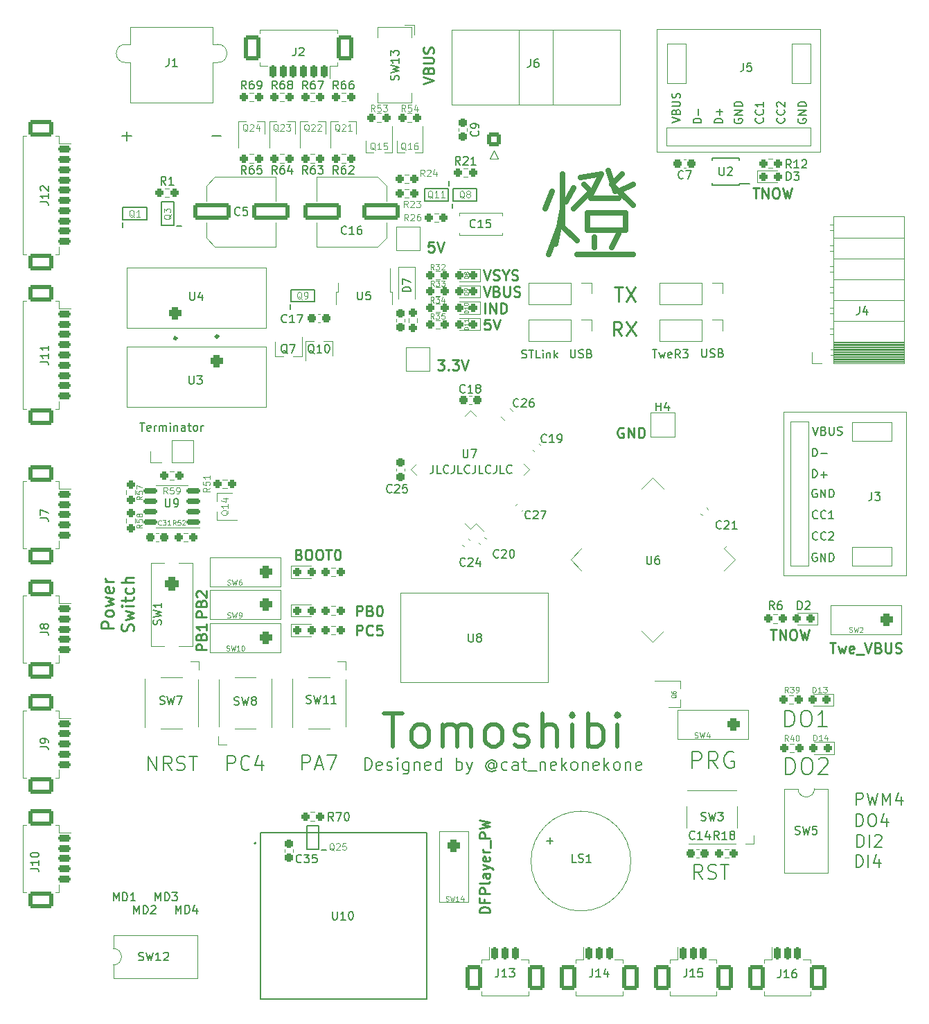
<source format=gto>
%TF.GenerationSoftware,KiCad,Pcbnew,(6.0.11)*%
%TF.CreationDate,2023-08-10T00:19:00+09:00*%
%TF.ProjectId,main,6d61696e-2e6b-4696-9361-645f70636258,rev?*%
%TF.SameCoordinates,Original*%
%TF.FileFunction,Legend,Top*%
%TF.FilePolarity,Positive*%
%FSLAX46Y46*%
G04 Gerber Fmt 4.6, Leading zero omitted, Abs format (unit mm)*
G04 Created by KiCad (PCBNEW (6.0.11)) date 2023-08-10 00:19:00*
%MOMM*%
%LPD*%
G01*
G04 APERTURE LIST*
G04 Aperture macros list*
%AMRoundRect*
0 Rectangle with rounded corners*
0 $1 Rounding radius*
0 $2 $3 $4 $5 $6 $7 $8 $9 X,Y pos of 4 corners*
0 Add a 4 corners polygon primitive as box body*
4,1,4,$2,$3,$4,$5,$6,$7,$8,$9,$2,$3,0*
0 Add four circle primitives for the rounded corners*
1,1,$1+$1,$2,$3*
1,1,$1+$1,$4,$5*
1,1,$1+$1,$6,$7*
1,1,$1+$1,$8,$9*
0 Add four rect primitives between the rounded corners*
20,1,$1+$1,$2,$3,$4,$5,0*
20,1,$1+$1,$4,$5,$6,$7,0*
20,1,$1+$1,$6,$7,$8,$9,0*
20,1,$1+$1,$8,$9,$2,$3,0*%
%AMHorizOval*
0 Thick line with rounded ends*
0 $1 width*
0 $2 $3 position (X,Y) of the first rounded end (center of the circle)*
0 $4 $5 position (X,Y) of the second rounded end (center of the circle)*
0 Add line between two ends*
20,1,$1,$2,$3,$4,$5,0*
0 Add two circle primitives to create the rounded ends*
1,1,$1,$2,$3*
1,1,$1,$4,$5*%
G04 Aperture macros list end*
%ADD10C,0.700000*%
%ADD11C,0.225000*%
%ADD12C,0.150000*%
%ADD13C,0.180000*%
%ADD14C,0.200000*%
%ADD15C,0.500000*%
%ADD16C,0.080000*%
%ADD17C,0.120000*%
%ADD18C,0.100000*%
%ADD19C,0.110000*%
%ADD20C,0.314000*%
%ADD21C,0.127000*%
%ADD22RoundRect,0.237500X0.300000X0.237500X-0.300000X0.237500X-0.300000X-0.237500X0.300000X-0.237500X0*%
%ADD23RoundRect,0.237500X0.380070X-0.044194X-0.044194X0.380070X-0.380070X0.044194X0.044194X-0.380070X0*%
%ADD24R,1.400000X1.600000*%
%ADD25RoundRect,0.237500X-0.237500X0.300000X-0.237500X-0.300000X0.237500X-0.300000X0.237500X0.300000X0*%
%ADD26RoundRect,0.237500X-0.250000X-0.237500X0.250000X-0.237500X0.250000X0.237500X-0.250000X0.237500X0*%
%ADD27RoundRect,0.237500X0.287500X0.237500X-0.287500X0.237500X-0.287500X-0.237500X0.287500X-0.237500X0*%
%ADD28R,0.620000X0.575000*%
%ADD29R,1.200000X0.900000*%
%ADD30R,1.900000X0.800000*%
%ADD31R,1.800000X0.800000*%
%ADD32C,1.600000*%
%ADD33RoundRect,0.237500X0.250000X0.237500X-0.250000X0.237500X-0.250000X-0.237500X0.250000X-0.237500X0*%
%ADD34RoundRect,0.381000X-0.381000X0.381000X-0.381000X-0.381000X0.381000X-0.381000X0.381000X0.381000X0*%
%ADD35C,1.524000*%
%ADD36RoundRect,0.200000X-0.600000X0.200000X-0.600000X-0.200000X0.600000X-0.200000X0.600000X0.200000X0*%
%ADD37RoundRect,0.250001X-1.249999X0.799999X-1.249999X-0.799999X1.249999X-0.799999X1.249999X0.799999X0*%
%ADD38R,2.500000X2.500000*%
%ADD39RoundRect,0.237500X-0.237500X0.250000X-0.237500X-0.250000X0.237500X-0.250000X0.237500X0.250000X0*%
%ADD40R,1.524000X1.524000*%
%ADD41R,1.700000X1.700000*%
%ADD42O,1.700000X1.700000*%
%ADD43RoundRect,0.237500X-0.287500X-0.237500X0.287500X-0.237500X0.287500X0.237500X-0.287500X0.237500X0*%
%ADD44R,0.575000X0.620000*%
%ADD45RoundRect,0.237500X0.237500X-0.300000X0.237500X0.300000X-0.237500X0.300000X-0.237500X-0.300000X0*%
%ADD46R,1.600000X1.600000*%
%ADD47O,1.600000X1.600000*%
%ADD48RoundRect,0.200000X0.200000X0.600000X-0.200000X0.600000X-0.200000X-0.600000X0.200000X-0.600000X0*%
%ADD49RoundRect,0.250001X0.799999X1.249999X-0.799999X1.249999X-0.799999X-1.249999X0.799999X-1.249999X0*%
%ADD50RoundRect,0.237500X-0.380070X0.044194X0.044194X-0.380070X0.380070X-0.044194X-0.044194X0.380070X0*%
%ADD51R,1.600000X1.400000*%
%ADD52RoundRect,0.237500X0.237500X-0.250000X0.237500X0.250000X-0.237500X0.250000X-0.237500X-0.250000X0*%
%ADD53RoundRect,0.250001X-1.999999X-0.799999X1.999999X-0.799999X1.999999X0.799999X-1.999999X0.799999X0*%
%ADD54R,1.308000X1.308000*%
%ADD55C,1.308000*%
%ADD56RoundRect,0.250001X1.999999X0.799999X-1.999999X0.799999X-1.999999X-0.799999X1.999999X-0.799999X0*%
%ADD57RoundRect,0.381000X-0.381000X-0.381000X0.381000X-0.381000X0.381000X0.381000X-0.381000X0.381000X0*%
%ADD58R,1.200000X2.200000*%
%ADD59R,5.800000X6.400000*%
%ADD60R,1.400000X1.400000*%
%ADD61C,1.400000*%
%ADD62O,4.300000X3.100000*%
%ADD63HorizOval,0.900000X-0.176777X-0.176777X0.176777X0.176777X0*%
%ADD64HorizOval,0.900000X-0.176777X0.176777X0.176777X-0.176777X0*%
%ADD65HorizOval,0.900000X-0.106066X0.106066X0.106066X-0.106066X0*%
%ADD66R,0.800000X1.900000*%
%ADD67RoundRect,0.200000X-0.200000X-0.600000X0.200000X-0.600000X0.200000X0.600000X-0.200000X0.600000X0*%
%ADD68RoundRect,0.250001X-0.799999X-1.249999X0.799999X-1.249999X0.799999X1.249999X-0.799999X1.249999X0*%
%ADD69R,1.400000X0.300000*%
%ADD70RoundRect,0.075000X0.548008X-0.441942X-0.441942X0.548008X-0.548008X0.441942X0.441942X-0.548008X0*%
%ADD71RoundRect,0.075000X0.548008X0.441942X0.441942X0.548008X-0.548008X-0.441942X-0.441942X-0.548008X0*%
%ADD72RoundRect,0.237500X0.044194X0.380070X-0.380070X-0.044194X-0.044194X-0.380070X0.380070X0.044194X0*%
%ADD73RoundRect,0.381000X0.381000X-0.381000X0.381000X0.381000X-0.381000X0.381000X-0.381000X-0.381000X0*%
%ADD74RoundRect,0.237500X-0.300000X-0.237500X0.300000X-0.237500X0.300000X0.237500X-0.300000X0.237500X0*%
%ADD75R,0.800000X1.800000*%
%ADD76RoundRect,0.425000X-0.425000X-0.425000X0.425000X-0.425000X0.425000X0.425000X-0.425000X0.425000X0*%
%ADD77C,1.700000*%
%ADD78R,3.500000X3.500000*%
%ADD79C,3.500000*%
%ADD80R,2.000000X2.000000*%
%ADD81C,2.000000*%
%ADD82RoundRect,0.250000X0.574524X0.097227X0.097227X0.574524X-0.574524X-0.097227X-0.097227X-0.574524X0*%
%ADD83RoundRect,0.150000X0.675000X0.150000X-0.675000X0.150000X-0.675000X-0.150000X0.675000X-0.150000X0*%
%ADD84RoundRect,0.250000X0.600000X-0.600000X0.600000X0.600000X-0.600000X0.600000X-0.600000X-0.600000X0*%
G04 APERTURE END LIST*
D10*
X128485714Y-65229285D02*
X131914285Y-65229285D01*
X128057142Y-69086428D02*
X132771428Y-69086428D01*
X126771428Y-72086428D02*
X133628571Y-72086428D01*
X128057142Y-66943571D02*
X128057142Y-69086428D01*
X128057142Y-66943571D02*
X132771428Y-66943571D01*
X132771428Y-69086428D01*
X125057142Y-62229285D02*
X125057142Y-68657857D01*
X126771428Y-70372142D01*
X131057142Y-63515000D02*
X133628571Y-66086428D01*
X133628571Y-63515000D02*
X131914285Y-64372142D01*
X127628571Y-63515000D02*
X128485714Y-64372142D01*
X126342857Y-66515000D01*
X132342857Y-62229285D02*
X131057142Y-63515000D01*
X128914285Y-69943571D02*
X128914285Y-71229285D01*
X130628571Y-61800714D02*
X131485714Y-64372142D01*
X131914285Y-69515000D02*
X131057142Y-71229285D01*
X126342857Y-63943571D02*
X125485714Y-65657857D01*
X124628571Y-68657857D02*
X123342857Y-72086428D01*
X127200000Y-62657857D02*
X129771428Y-62229285D01*
X128485714Y-64800714D01*
X123771428Y-64372142D02*
X122914285Y-66515000D01*
X125057142Y-66515000D02*
X124200000Y-70800714D01*
D11*
X109764761Y-84945476D02*
X110538571Y-84945476D01*
X110121904Y-85421666D01*
X110300476Y-85421666D01*
X110419523Y-85481190D01*
X110479047Y-85540714D01*
X110538571Y-85659761D01*
X110538571Y-85957380D01*
X110479047Y-86076428D01*
X110419523Y-86135952D01*
X110300476Y-86195476D01*
X109943333Y-86195476D01*
X109824285Y-86135952D01*
X109764761Y-86076428D01*
X111074285Y-86076428D02*
X111133809Y-86135952D01*
X111074285Y-86195476D01*
X111014761Y-86135952D01*
X111074285Y-86076428D01*
X111074285Y-86195476D01*
X111550476Y-84945476D02*
X112324285Y-84945476D01*
X111907619Y-85421666D01*
X112086190Y-85421666D01*
X112205238Y-85481190D01*
X112264761Y-85540714D01*
X112324285Y-85659761D01*
X112324285Y-85957380D01*
X112264761Y-86076428D01*
X112205238Y-86135952D01*
X112086190Y-86195476D01*
X111729047Y-86195476D01*
X111610000Y-86135952D01*
X111550476Y-86076428D01*
X112681428Y-84945476D02*
X113098095Y-86195476D01*
X113514761Y-84945476D01*
X70171071Y-117704285D02*
X68671071Y-117704285D01*
X68671071Y-117132857D01*
X68742500Y-116990000D01*
X68813928Y-116918571D01*
X68956785Y-116847142D01*
X69171071Y-116847142D01*
X69313928Y-116918571D01*
X69385357Y-116990000D01*
X69456785Y-117132857D01*
X69456785Y-117704285D01*
X70171071Y-115990000D02*
X70099642Y-116132857D01*
X70028214Y-116204285D01*
X69885357Y-116275714D01*
X69456785Y-116275714D01*
X69313928Y-116204285D01*
X69242500Y-116132857D01*
X69171071Y-115990000D01*
X69171071Y-115775714D01*
X69242500Y-115632857D01*
X69313928Y-115561428D01*
X69456785Y-115490000D01*
X69885357Y-115490000D01*
X70028214Y-115561428D01*
X70099642Y-115632857D01*
X70171071Y-115775714D01*
X70171071Y-115990000D01*
X69171071Y-114990000D02*
X70171071Y-114704285D01*
X69456785Y-114418571D01*
X70171071Y-114132857D01*
X69171071Y-113847142D01*
X70099642Y-112704285D02*
X70171071Y-112847142D01*
X70171071Y-113132857D01*
X70099642Y-113275714D01*
X69956785Y-113347142D01*
X69385357Y-113347142D01*
X69242500Y-113275714D01*
X69171071Y-113132857D01*
X69171071Y-112847142D01*
X69242500Y-112704285D01*
X69385357Y-112632857D01*
X69528214Y-112632857D01*
X69671071Y-113347142D01*
X70171071Y-111990000D02*
X69171071Y-111990000D01*
X69456785Y-111990000D02*
X69313928Y-111918571D01*
X69242500Y-111847142D01*
X69171071Y-111704285D01*
X69171071Y-111561428D01*
X72514642Y-118061428D02*
X72586071Y-117847142D01*
X72586071Y-117490000D01*
X72514642Y-117347142D01*
X72443214Y-117275714D01*
X72300357Y-117204285D01*
X72157500Y-117204285D01*
X72014642Y-117275714D01*
X71943214Y-117347142D01*
X71871785Y-117490000D01*
X71800357Y-117775714D01*
X71728928Y-117918571D01*
X71657500Y-117990000D01*
X71514642Y-118061428D01*
X71371785Y-118061428D01*
X71228928Y-117990000D01*
X71157500Y-117918571D01*
X71086071Y-117775714D01*
X71086071Y-117418571D01*
X71157500Y-117204285D01*
X71586071Y-116704285D02*
X72586071Y-116418571D01*
X71871785Y-116132857D01*
X72586071Y-115847142D01*
X71586071Y-115561428D01*
X72586071Y-114990000D02*
X71586071Y-114990000D01*
X71086071Y-114990000D02*
X71157500Y-115061428D01*
X71228928Y-114990000D01*
X71157500Y-114918571D01*
X71086071Y-114990000D01*
X71228928Y-114990000D01*
X71586071Y-114490000D02*
X71586071Y-113918571D01*
X71086071Y-114275714D02*
X72371785Y-114275714D01*
X72514642Y-114204285D01*
X72586071Y-114061428D01*
X72586071Y-113918571D01*
X72514642Y-112775714D02*
X72586071Y-112918571D01*
X72586071Y-113204285D01*
X72514642Y-113347142D01*
X72443214Y-113418571D01*
X72300357Y-113490000D01*
X71871785Y-113490000D01*
X71728928Y-113418571D01*
X71657500Y-113347142D01*
X71586071Y-113204285D01*
X71586071Y-112918571D01*
X71657500Y-112775714D01*
X72586071Y-112132857D02*
X71086071Y-112132857D01*
X72586071Y-111490000D02*
X71800357Y-111490000D01*
X71657500Y-111561428D01*
X71586071Y-111704285D01*
X71586071Y-111918571D01*
X71657500Y-112061428D01*
X71728928Y-112132857D01*
X150444047Y-117855476D02*
X151158333Y-117855476D01*
X150801190Y-119105476D02*
X150801190Y-117855476D01*
X151575000Y-119105476D02*
X151575000Y-117855476D01*
X152289285Y-119105476D01*
X152289285Y-117855476D01*
X153122619Y-117855476D02*
X153360714Y-117855476D01*
X153479761Y-117915000D01*
X153598809Y-118034047D01*
X153658333Y-118272142D01*
X153658333Y-118688809D01*
X153598809Y-118926904D01*
X153479761Y-119045952D01*
X153360714Y-119105476D01*
X153122619Y-119105476D01*
X153003571Y-119045952D01*
X152884523Y-118926904D01*
X152825000Y-118688809D01*
X152825000Y-118272142D01*
X152884523Y-118034047D01*
X153003571Y-117915000D01*
X153122619Y-117855476D01*
X154075000Y-117855476D02*
X154372619Y-119105476D01*
X154610714Y-118212619D01*
X154848809Y-119105476D01*
X155146428Y-117855476D01*
X131366666Y-76056666D02*
X132366666Y-76056666D01*
X131866666Y-77806666D02*
X131866666Y-76056666D01*
X132783333Y-76056666D02*
X133950000Y-77806666D01*
X133950000Y-76056666D02*
X132783333Y-77806666D01*
D12*
X120058333Y-84669761D02*
X120201190Y-84717380D01*
X120439285Y-84717380D01*
X120534523Y-84669761D01*
X120582142Y-84622142D01*
X120629761Y-84526904D01*
X120629761Y-84431666D01*
X120582142Y-84336428D01*
X120534523Y-84288809D01*
X120439285Y-84241190D01*
X120248809Y-84193571D01*
X120153571Y-84145952D01*
X120105952Y-84098333D01*
X120058333Y-84003095D01*
X120058333Y-83907857D01*
X120105952Y-83812619D01*
X120153571Y-83765000D01*
X120248809Y-83717380D01*
X120486904Y-83717380D01*
X120629761Y-83765000D01*
X120915476Y-83717380D02*
X121486904Y-83717380D01*
X121201190Y-84717380D02*
X121201190Y-83717380D01*
X122296428Y-84717380D02*
X121820238Y-84717380D01*
X121820238Y-83717380D01*
X122629761Y-84717380D02*
X122629761Y-84050714D01*
X122629761Y-83717380D02*
X122582142Y-83765000D01*
X122629761Y-83812619D01*
X122677380Y-83765000D01*
X122629761Y-83717380D01*
X122629761Y-83812619D01*
X123105952Y-84050714D02*
X123105952Y-84717380D01*
X123105952Y-84145952D02*
X123153571Y-84098333D01*
X123248809Y-84050714D01*
X123391666Y-84050714D01*
X123486904Y-84098333D01*
X123534523Y-84193571D01*
X123534523Y-84717380D01*
X124010714Y-84717380D02*
X124010714Y-83717380D01*
X124105952Y-84336428D02*
X124391666Y-84717380D01*
X124391666Y-84050714D02*
X124010714Y-84431666D01*
D11*
X116115476Y-152435238D02*
X114865476Y-152435238D01*
X114865476Y-152137619D01*
X114925000Y-151959047D01*
X115044047Y-151840000D01*
X115163095Y-151780476D01*
X115401190Y-151720952D01*
X115579761Y-151720952D01*
X115817857Y-151780476D01*
X115936904Y-151840000D01*
X116055952Y-151959047D01*
X116115476Y-152137619D01*
X116115476Y-152435238D01*
X115460714Y-150768571D02*
X115460714Y-151185238D01*
X116115476Y-151185238D02*
X114865476Y-151185238D01*
X114865476Y-150590000D01*
X116115476Y-150113809D02*
X114865476Y-150113809D01*
X114865476Y-149637619D01*
X114925000Y-149518571D01*
X114984523Y-149459047D01*
X115103571Y-149399523D01*
X115282142Y-149399523D01*
X115401190Y-149459047D01*
X115460714Y-149518571D01*
X115520238Y-149637619D01*
X115520238Y-150113809D01*
X116115476Y-148685238D02*
X116055952Y-148804285D01*
X115936904Y-148863809D01*
X114865476Y-148863809D01*
X116115476Y-147673333D02*
X115460714Y-147673333D01*
X115341666Y-147732857D01*
X115282142Y-147851904D01*
X115282142Y-148090000D01*
X115341666Y-148209047D01*
X116055952Y-147673333D02*
X116115476Y-147792380D01*
X116115476Y-148090000D01*
X116055952Y-148209047D01*
X115936904Y-148268571D01*
X115817857Y-148268571D01*
X115698809Y-148209047D01*
X115639285Y-148090000D01*
X115639285Y-147792380D01*
X115579761Y-147673333D01*
X115282142Y-147197142D02*
X116115476Y-146899523D01*
X115282142Y-146601904D02*
X116115476Y-146899523D01*
X116413095Y-147018571D01*
X116472619Y-147078095D01*
X116532142Y-147197142D01*
X116055952Y-145649523D02*
X116115476Y-145768571D01*
X116115476Y-146006666D01*
X116055952Y-146125714D01*
X115936904Y-146185238D01*
X115460714Y-146185238D01*
X115341666Y-146125714D01*
X115282142Y-146006666D01*
X115282142Y-145768571D01*
X115341666Y-145649523D01*
X115460714Y-145590000D01*
X115579761Y-145590000D01*
X115698809Y-146185238D01*
X116115476Y-145054285D02*
X115282142Y-145054285D01*
X115520238Y-145054285D02*
X115401190Y-144994761D01*
X115341666Y-144935238D01*
X115282142Y-144816190D01*
X115282142Y-144697142D01*
X116234523Y-144578095D02*
X116234523Y-143625714D01*
X116115476Y-143328095D02*
X114865476Y-143328095D01*
X114865476Y-142851904D01*
X114925000Y-142732857D01*
X114984523Y-142673333D01*
X115103571Y-142613809D01*
X115282142Y-142613809D01*
X115401190Y-142673333D01*
X115460714Y-142732857D01*
X115520238Y-142851904D01*
X115520238Y-143328095D01*
X114865476Y-142197142D02*
X116115476Y-141899523D01*
X115222619Y-141661428D01*
X116115476Y-141423333D01*
X114865476Y-141125714D01*
D13*
X160937142Y-141888571D02*
X160937142Y-140388571D01*
X161294285Y-140388571D01*
X161508571Y-140460000D01*
X161651428Y-140602857D01*
X161722857Y-140745714D01*
X161794285Y-141031428D01*
X161794285Y-141245714D01*
X161722857Y-141531428D01*
X161651428Y-141674285D01*
X161508571Y-141817142D01*
X161294285Y-141888571D01*
X160937142Y-141888571D01*
X162722857Y-140388571D02*
X163008571Y-140388571D01*
X163151428Y-140460000D01*
X163294285Y-140602857D01*
X163365714Y-140888571D01*
X163365714Y-141388571D01*
X163294285Y-141674285D01*
X163151428Y-141817142D01*
X163008571Y-141888571D01*
X162722857Y-141888571D01*
X162580000Y-141817142D01*
X162437142Y-141674285D01*
X162365714Y-141388571D01*
X162365714Y-140888571D01*
X162437142Y-140602857D01*
X162580000Y-140460000D01*
X162722857Y-140388571D01*
X164651428Y-140888571D02*
X164651428Y-141888571D01*
X164294285Y-140317142D02*
X163937142Y-141388571D01*
X164865714Y-141388571D01*
D11*
X99852380Y-118580476D02*
X99852380Y-117330476D01*
X100328571Y-117330476D01*
X100447619Y-117390000D01*
X100507142Y-117449523D01*
X100566666Y-117568571D01*
X100566666Y-117747142D01*
X100507142Y-117866190D01*
X100447619Y-117925714D01*
X100328571Y-117985238D01*
X99852380Y-117985238D01*
X101816666Y-118461428D02*
X101757142Y-118520952D01*
X101578571Y-118580476D01*
X101459523Y-118580476D01*
X101280952Y-118520952D01*
X101161904Y-118401904D01*
X101102380Y-118282857D01*
X101042857Y-118044761D01*
X101042857Y-117866190D01*
X101102380Y-117628095D01*
X101161904Y-117509047D01*
X101280952Y-117390000D01*
X101459523Y-117330476D01*
X101578571Y-117330476D01*
X101757142Y-117390000D01*
X101816666Y-117449523D01*
X102947619Y-117330476D02*
X102352380Y-117330476D01*
X102292857Y-117925714D01*
X102352380Y-117866190D01*
X102471428Y-117806666D01*
X102769047Y-117806666D01*
X102888095Y-117866190D01*
X102947619Y-117925714D01*
X103007142Y-118044761D01*
X103007142Y-118342380D01*
X102947619Y-118461428D01*
X102888095Y-118520952D01*
X102769047Y-118580476D01*
X102471428Y-118580476D01*
X102352380Y-118520952D01*
X102292857Y-118461428D01*
X132437619Y-93255000D02*
X132318571Y-93195476D01*
X132140000Y-93195476D01*
X131961428Y-93255000D01*
X131842380Y-93374047D01*
X131782857Y-93493095D01*
X131723333Y-93731190D01*
X131723333Y-93909761D01*
X131782857Y-94147857D01*
X131842380Y-94266904D01*
X131961428Y-94385952D01*
X132140000Y-94445476D01*
X132259047Y-94445476D01*
X132437619Y-94385952D01*
X132497142Y-94326428D01*
X132497142Y-93909761D01*
X132259047Y-93909761D01*
X133032857Y-94445476D02*
X133032857Y-93195476D01*
X133747142Y-94445476D01*
X133747142Y-93195476D01*
X134342380Y-94445476D02*
X134342380Y-93195476D01*
X134640000Y-93195476D01*
X134818571Y-93255000D01*
X134937619Y-93374047D01*
X134997142Y-93493095D01*
X135056666Y-93731190D01*
X135056666Y-93909761D01*
X134997142Y-94147857D01*
X134937619Y-94266904D01*
X134818571Y-94385952D01*
X134640000Y-94445476D01*
X134342380Y-94445476D01*
D14*
X152326190Y-135544761D02*
X152326190Y-133544761D01*
X152802380Y-133544761D01*
X153088095Y-133640000D01*
X153278571Y-133830476D01*
X153373809Y-134020952D01*
X153469047Y-134401904D01*
X153469047Y-134687619D01*
X153373809Y-135068571D01*
X153278571Y-135259047D01*
X153088095Y-135449523D01*
X152802380Y-135544761D01*
X152326190Y-135544761D01*
X154707142Y-133544761D02*
X155088095Y-133544761D01*
X155278571Y-133640000D01*
X155469047Y-133830476D01*
X155564285Y-134211428D01*
X155564285Y-134878095D01*
X155469047Y-135259047D01*
X155278571Y-135449523D01*
X155088095Y-135544761D01*
X154707142Y-135544761D01*
X154516666Y-135449523D01*
X154326190Y-135259047D01*
X154230952Y-134878095D01*
X154230952Y-134211428D01*
X154326190Y-133830476D01*
X154516666Y-133640000D01*
X154707142Y-133544761D01*
X156326190Y-133735238D02*
X156421428Y-133640000D01*
X156611904Y-133544761D01*
X157088095Y-133544761D01*
X157278571Y-133640000D01*
X157373809Y-133735238D01*
X157469047Y-133925714D01*
X157469047Y-134116190D01*
X157373809Y-134401904D01*
X156230952Y-135544761D01*
X157469047Y-135544761D01*
X142141666Y-148331666D02*
X141558333Y-147498333D01*
X141141666Y-148331666D02*
X141141666Y-146581666D01*
X141808333Y-146581666D01*
X141975000Y-146665000D01*
X142058333Y-146748333D01*
X142141666Y-146915000D01*
X142141666Y-147165000D01*
X142058333Y-147331666D01*
X141975000Y-147415000D01*
X141808333Y-147498333D01*
X141141666Y-147498333D01*
X142808333Y-148248333D02*
X143058333Y-148331666D01*
X143475000Y-148331666D01*
X143641666Y-148248333D01*
X143725000Y-148165000D01*
X143808333Y-147998333D01*
X143808333Y-147831666D01*
X143725000Y-147665000D01*
X143641666Y-147581666D01*
X143475000Y-147498333D01*
X143141666Y-147415000D01*
X142975000Y-147331666D01*
X142891666Y-147248333D01*
X142808333Y-147081666D01*
X142808333Y-146915000D01*
X142891666Y-146748333D01*
X142975000Y-146665000D01*
X143141666Y-146581666D01*
X143558333Y-146581666D01*
X143808333Y-146665000D01*
X144308333Y-146581666D02*
X145308333Y-146581666D01*
X144808333Y-148331666D02*
X144808333Y-146581666D01*
X93183333Y-134981666D02*
X93183333Y-133231666D01*
X93850000Y-133231666D01*
X94016666Y-133315000D01*
X94100000Y-133398333D01*
X94183333Y-133565000D01*
X94183333Y-133815000D01*
X94100000Y-133981666D01*
X94016666Y-134065000D01*
X93850000Y-134148333D01*
X93183333Y-134148333D01*
X94850000Y-134481666D02*
X95683333Y-134481666D01*
X94683333Y-134981666D02*
X95266666Y-133231666D01*
X95850000Y-134981666D01*
X96266666Y-133231666D02*
X97433333Y-133231666D01*
X96683333Y-134981666D01*
D12*
X109230952Y-97792380D02*
X109230952Y-98506666D01*
X109183333Y-98649523D01*
X109088095Y-98744761D01*
X108945238Y-98792380D01*
X108850000Y-98792380D01*
X110183333Y-98792380D02*
X109707142Y-98792380D01*
X109707142Y-97792380D01*
X111088095Y-98697142D02*
X111040476Y-98744761D01*
X110897619Y-98792380D01*
X110802380Y-98792380D01*
X110659523Y-98744761D01*
X110564285Y-98649523D01*
X110516666Y-98554285D01*
X110469047Y-98363809D01*
X110469047Y-98220952D01*
X110516666Y-98030476D01*
X110564285Y-97935238D01*
X110659523Y-97840000D01*
X110802380Y-97792380D01*
X110897619Y-97792380D01*
X111040476Y-97840000D01*
X111088095Y-97887619D01*
X111802380Y-97792380D02*
X111802380Y-98506666D01*
X111754761Y-98649523D01*
X111659523Y-98744761D01*
X111516666Y-98792380D01*
X111421428Y-98792380D01*
X112754761Y-98792380D02*
X112278571Y-98792380D01*
X112278571Y-97792380D01*
X113659523Y-98697142D02*
X113611904Y-98744761D01*
X113469047Y-98792380D01*
X113373809Y-98792380D01*
X113230952Y-98744761D01*
X113135714Y-98649523D01*
X113088095Y-98554285D01*
X113040476Y-98363809D01*
X113040476Y-98220952D01*
X113088095Y-98030476D01*
X113135714Y-97935238D01*
X113230952Y-97840000D01*
X113373809Y-97792380D01*
X113469047Y-97792380D01*
X113611904Y-97840000D01*
X113659523Y-97887619D01*
X114373809Y-97792380D02*
X114373809Y-98506666D01*
X114326190Y-98649523D01*
X114230952Y-98744761D01*
X114088095Y-98792380D01*
X113992857Y-98792380D01*
X115326190Y-98792380D02*
X114850000Y-98792380D01*
X114850000Y-97792380D01*
X116230952Y-98697142D02*
X116183333Y-98744761D01*
X116040476Y-98792380D01*
X115945238Y-98792380D01*
X115802380Y-98744761D01*
X115707142Y-98649523D01*
X115659523Y-98554285D01*
X115611904Y-98363809D01*
X115611904Y-98220952D01*
X115659523Y-98030476D01*
X115707142Y-97935238D01*
X115802380Y-97840000D01*
X115945238Y-97792380D01*
X116040476Y-97792380D01*
X116183333Y-97840000D01*
X116230952Y-97887619D01*
X116945238Y-97792380D02*
X116945238Y-98506666D01*
X116897619Y-98649523D01*
X116802380Y-98744761D01*
X116659523Y-98792380D01*
X116564285Y-98792380D01*
X117897619Y-98792380D02*
X117421428Y-98792380D01*
X117421428Y-97792380D01*
X118802380Y-98697142D02*
X118754761Y-98744761D01*
X118611904Y-98792380D01*
X118516666Y-98792380D01*
X118373809Y-98744761D01*
X118278571Y-98649523D01*
X118230952Y-98554285D01*
X118183333Y-98363809D01*
X118183333Y-98220952D01*
X118230952Y-98030476D01*
X118278571Y-97935238D01*
X118373809Y-97840000D01*
X118516666Y-97792380D01*
X118611904Y-97792380D01*
X118754761Y-97840000D01*
X118802380Y-97887619D01*
D13*
X161035714Y-144418571D02*
X161035714Y-142918571D01*
X161392857Y-142918571D01*
X161607142Y-142990000D01*
X161750000Y-143132857D01*
X161821428Y-143275714D01*
X161892857Y-143561428D01*
X161892857Y-143775714D01*
X161821428Y-144061428D01*
X161750000Y-144204285D01*
X161607142Y-144347142D01*
X161392857Y-144418571D01*
X161035714Y-144418571D01*
X162535714Y-144418571D02*
X162535714Y-142918571D01*
X163178571Y-143061428D02*
X163250000Y-142990000D01*
X163392857Y-142918571D01*
X163750000Y-142918571D01*
X163892857Y-142990000D01*
X163964285Y-143061428D01*
X164035714Y-143204285D01*
X164035714Y-143347142D01*
X163964285Y-143561428D01*
X163107142Y-144418571D01*
X164035714Y-144418571D01*
D12*
X73369047Y-92617380D02*
X73940476Y-92617380D01*
X73654761Y-93617380D02*
X73654761Y-92617380D01*
X74654761Y-93569761D02*
X74559523Y-93617380D01*
X74369047Y-93617380D01*
X74273809Y-93569761D01*
X74226190Y-93474523D01*
X74226190Y-93093571D01*
X74273809Y-92998333D01*
X74369047Y-92950714D01*
X74559523Y-92950714D01*
X74654761Y-92998333D01*
X74702380Y-93093571D01*
X74702380Y-93188809D01*
X74226190Y-93284047D01*
X75130952Y-93617380D02*
X75130952Y-92950714D01*
X75130952Y-93141190D02*
X75178571Y-93045952D01*
X75226190Y-92998333D01*
X75321428Y-92950714D01*
X75416666Y-92950714D01*
X75750000Y-93617380D02*
X75750000Y-92950714D01*
X75750000Y-93045952D02*
X75797619Y-92998333D01*
X75892857Y-92950714D01*
X76035714Y-92950714D01*
X76130952Y-92998333D01*
X76178571Y-93093571D01*
X76178571Y-93617380D01*
X76178571Y-93093571D02*
X76226190Y-92998333D01*
X76321428Y-92950714D01*
X76464285Y-92950714D01*
X76559523Y-92998333D01*
X76607142Y-93093571D01*
X76607142Y-93617380D01*
X77083333Y-93617380D02*
X77083333Y-92950714D01*
X77083333Y-92617380D02*
X77035714Y-92665000D01*
X77083333Y-92712619D01*
X77130952Y-92665000D01*
X77083333Y-92617380D01*
X77083333Y-92712619D01*
X77559523Y-92950714D02*
X77559523Y-93617380D01*
X77559523Y-93045952D02*
X77607142Y-92998333D01*
X77702380Y-92950714D01*
X77845238Y-92950714D01*
X77940476Y-92998333D01*
X77988095Y-93093571D01*
X77988095Y-93617380D01*
X78892857Y-93617380D02*
X78892857Y-93093571D01*
X78845238Y-92998333D01*
X78750000Y-92950714D01*
X78559523Y-92950714D01*
X78464285Y-92998333D01*
X78892857Y-93569761D02*
X78797619Y-93617380D01*
X78559523Y-93617380D01*
X78464285Y-93569761D01*
X78416666Y-93474523D01*
X78416666Y-93379285D01*
X78464285Y-93284047D01*
X78559523Y-93236428D01*
X78797619Y-93236428D01*
X78892857Y-93188809D01*
X79226190Y-92950714D02*
X79607142Y-92950714D01*
X79369047Y-92617380D02*
X79369047Y-93474523D01*
X79416666Y-93569761D01*
X79511904Y-93617380D01*
X79607142Y-93617380D01*
X80083333Y-93617380D02*
X79988095Y-93569761D01*
X79940476Y-93522142D01*
X79892857Y-93426904D01*
X79892857Y-93141190D01*
X79940476Y-93045952D01*
X79988095Y-92998333D01*
X80083333Y-92950714D01*
X80226190Y-92950714D01*
X80321428Y-92998333D01*
X80369047Y-93045952D01*
X80416666Y-93141190D01*
X80416666Y-93426904D01*
X80369047Y-93522142D01*
X80321428Y-93569761D01*
X80226190Y-93617380D01*
X80083333Y-93617380D01*
X80845238Y-93617380D02*
X80845238Y-92950714D01*
X80845238Y-93141190D02*
X80892857Y-93045952D01*
X80940476Y-92998333D01*
X81035714Y-92950714D01*
X81130952Y-92950714D01*
X70140476Y-150992380D02*
X70140476Y-149992380D01*
X70473809Y-150706666D01*
X70807142Y-149992380D01*
X70807142Y-150992380D01*
X71283333Y-150992380D02*
X71283333Y-149992380D01*
X71521428Y-149992380D01*
X71664285Y-150040000D01*
X71759523Y-150135238D01*
X71807142Y-150230476D01*
X71854761Y-150420952D01*
X71854761Y-150563809D01*
X71807142Y-150754285D01*
X71759523Y-150849523D01*
X71664285Y-150944761D01*
X71521428Y-150992380D01*
X71283333Y-150992380D01*
X72807142Y-150992380D02*
X72235714Y-150992380D01*
X72521428Y-150992380D02*
X72521428Y-149992380D01*
X72426190Y-150135238D01*
X72330952Y-150230476D01*
X72235714Y-150278095D01*
D11*
X115570238Y-79230476D02*
X115570238Y-77980476D01*
X116165476Y-79230476D02*
X116165476Y-77980476D01*
X116879761Y-79230476D01*
X116879761Y-77980476D01*
X117475000Y-79230476D02*
X117475000Y-77980476D01*
X117772619Y-77980476D01*
X117951190Y-78040000D01*
X118070238Y-78159047D01*
X118129761Y-78278095D01*
X118189285Y-78516190D01*
X118189285Y-78694761D01*
X118129761Y-78932857D01*
X118070238Y-79051904D01*
X117951190Y-79170952D01*
X117772619Y-79230476D01*
X117475000Y-79230476D01*
X132258333Y-82006666D02*
X131675000Y-81173333D01*
X131258333Y-82006666D02*
X131258333Y-80256666D01*
X131925000Y-80256666D01*
X132091666Y-80340000D01*
X132175000Y-80423333D01*
X132258333Y-80590000D01*
X132258333Y-80840000D01*
X132175000Y-81006666D01*
X132091666Y-81090000D01*
X131925000Y-81173333D01*
X131258333Y-81173333D01*
X132841666Y-80256666D02*
X134008333Y-82006666D01*
X134008333Y-80256666D02*
X132841666Y-82006666D01*
D15*
X103178571Y-128149523D02*
X105464285Y-128149523D01*
X104321428Y-132149523D02*
X104321428Y-128149523D01*
X107369047Y-132149523D02*
X106988095Y-131959047D01*
X106797619Y-131768571D01*
X106607142Y-131387619D01*
X106607142Y-130244761D01*
X106797619Y-129863809D01*
X106988095Y-129673333D01*
X107369047Y-129482857D01*
X107940476Y-129482857D01*
X108321428Y-129673333D01*
X108511904Y-129863809D01*
X108702380Y-130244761D01*
X108702380Y-131387619D01*
X108511904Y-131768571D01*
X108321428Y-131959047D01*
X107940476Y-132149523D01*
X107369047Y-132149523D01*
X110416666Y-132149523D02*
X110416666Y-129482857D01*
X110416666Y-129863809D02*
X110607142Y-129673333D01*
X110988095Y-129482857D01*
X111559523Y-129482857D01*
X111940476Y-129673333D01*
X112130952Y-130054285D01*
X112130952Y-132149523D01*
X112130952Y-130054285D02*
X112321428Y-129673333D01*
X112702380Y-129482857D01*
X113273809Y-129482857D01*
X113654761Y-129673333D01*
X113845238Y-130054285D01*
X113845238Y-132149523D01*
X116321428Y-132149523D02*
X115940476Y-131959047D01*
X115750000Y-131768571D01*
X115559523Y-131387619D01*
X115559523Y-130244761D01*
X115750000Y-129863809D01*
X115940476Y-129673333D01*
X116321428Y-129482857D01*
X116892857Y-129482857D01*
X117273809Y-129673333D01*
X117464285Y-129863809D01*
X117654761Y-130244761D01*
X117654761Y-131387619D01*
X117464285Y-131768571D01*
X117273809Y-131959047D01*
X116892857Y-132149523D01*
X116321428Y-132149523D01*
X119178571Y-131959047D02*
X119559523Y-132149523D01*
X120321428Y-132149523D01*
X120702380Y-131959047D01*
X120892857Y-131578095D01*
X120892857Y-131387619D01*
X120702380Y-131006666D01*
X120321428Y-130816190D01*
X119750000Y-130816190D01*
X119369047Y-130625714D01*
X119178571Y-130244761D01*
X119178571Y-130054285D01*
X119369047Y-129673333D01*
X119750000Y-129482857D01*
X120321428Y-129482857D01*
X120702380Y-129673333D01*
X122607142Y-132149523D02*
X122607142Y-128149523D01*
X124321428Y-132149523D02*
X124321428Y-130054285D01*
X124130952Y-129673333D01*
X123750000Y-129482857D01*
X123178571Y-129482857D01*
X122797619Y-129673333D01*
X122607142Y-129863809D01*
X126226190Y-132149523D02*
X126226190Y-129482857D01*
X126226190Y-128149523D02*
X126035714Y-128340000D01*
X126226190Y-128530476D01*
X126416666Y-128340000D01*
X126226190Y-128149523D01*
X126226190Y-128530476D01*
X128130952Y-132149523D02*
X128130952Y-128149523D01*
X128130952Y-129673333D02*
X128511904Y-129482857D01*
X129273809Y-129482857D01*
X129654761Y-129673333D01*
X129845238Y-129863809D01*
X130035714Y-130244761D01*
X130035714Y-131387619D01*
X129845238Y-131768571D01*
X129654761Y-131959047D01*
X129273809Y-132149523D01*
X128511904Y-132149523D01*
X128130952Y-131959047D01*
X131750000Y-132149523D02*
X131750000Y-129482857D01*
X131750000Y-128149523D02*
X131559523Y-128340000D01*
X131750000Y-128530476D01*
X131940476Y-128340000D01*
X131750000Y-128149523D01*
X131750000Y-128530476D01*
D14*
X152226190Y-129744761D02*
X152226190Y-127744761D01*
X152702380Y-127744761D01*
X152988095Y-127840000D01*
X153178571Y-128030476D01*
X153273809Y-128220952D01*
X153369047Y-128601904D01*
X153369047Y-128887619D01*
X153273809Y-129268571D01*
X153178571Y-129459047D01*
X152988095Y-129649523D01*
X152702380Y-129744761D01*
X152226190Y-129744761D01*
X154607142Y-127744761D02*
X154988095Y-127744761D01*
X155178571Y-127840000D01*
X155369047Y-128030476D01*
X155464285Y-128411428D01*
X155464285Y-129078095D01*
X155369047Y-129459047D01*
X155178571Y-129649523D01*
X154988095Y-129744761D01*
X154607142Y-129744761D01*
X154416666Y-129649523D01*
X154226190Y-129459047D01*
X154130952Y-129078095D01*
X154130952Y-128411428D01*
X154226190Y-128030476D01*
X154416666Y-127840000D01*
X154607142Y-127744761D01*
X157369047Y-129744761D02*
X156226190Y-129744761D01*
X156797619Y-129744761D02*
X156797619Y-127744761D01*
X156607142Y-128030476D01*
X156416666Y-128220952D01*
X156226190Y-128316190D01*
D13*
X160885714Y-146908571D02*
X160885714Y-145408571D01*
X161242857Y-145408571D01*
X161457142Y-145480000D01*
X161600000Y-145622857D01*
X161671428Y-145765714D01*
X161742857Y-146051428D01*
X161742857Y-146265714D01*
X161671428Y-146551428D01*
X161600000Y-146694285D01*
X161457142Y-146837142D01*
X161242857Y-146908571D01*
X160885714Y-146908571D01*
X162385714Y-146908571D02*
X162385714Y-145408571D01*
X163742857Y-145908571D02*
X163742857Y-146908571D01*
X163385714Y-145337142D02*
X163028571Y-146408571D01*
X163957142Y-146408571D01*
D11*
X115397142Y-73955476D02*
X115813809Y-75205476D01*
X116230476Y-73955476D01*
X116587619Y-75145952D02*
X116766190Y-75205476D01*
X117063809Y-75205476D01*
X117182857Y-75145952D01*
X117242380Y-75086428D01*
X117301904Y-74967380D01*
X117301904Y-74848333D01*
X117242380Y-74729285D01*
X117182857Y-74669761D01*
X117063809Y-74610238D01*
X116825714Y-74550714D01*
X116706666Y-74491190D01*
X116647142Y-74431666D01*
X116587619Y-74312619D01*
X116587619Y-74193571D01*
X116647142Y-74074523D01*
X116706666Y-74015000D01*
X116825714Y-73955476D01*
X117123333Y-73955476D01*
X117301904Y-74015000D01*
X118075714Y-74610238D02*
X118075714Y-75205476D01*
X117659047Y-73955476D02*
X118075714Y-74610238D01*
X118492380Y-73955476D01*
X118849523Y-75145952D02*
X119028095Y-75205476D01*
X119325714Y-75205476D01*
X119444761Y-75145952D01*
X119504285Y-75086428D01*
X119563809Y-74967380D01*
X119563809Y-74848333D01*
X119504285Y-74729285D01*
X119444761Y-74669761D01*
X119325714Y-74610238D01*
X119087619Y-74550714D01*
X118968571Y-74491190D01*
X118909047Y-74431666D01*
X118849523Y-74312619D01*
X118849523Y-74193571D01*
X118909047Y-74074523D01*
X118968571Y-74015000D01*
X119087619Y-73955476D01*
X119385238Y-73955476D01*
X119563809Y-74015000D01*
D13*
X160888571Y-139308571D02*
X160888571Y-137808571D01*
X161460000Y-137808571D01*
X161602857Y-137880000D01*
X161674285Y-137951428D01*
X161745714Y-138094285D01*
X161745714Y-138308571D01*
X161674285Y-138451428D01*
X161602857Y-138522857D01*
X161460000Y-138594285D01*
X160888571Y-138594285D01*
X162245714Y-137808571D02*
X162602857Y-139308571D01*
X162888571Y-138237142D01*
X163174285Y-139308571D01*
X163531428Y-137808571D01*
X164102857Y-139308571D02*
X164102857Y-137808571D01*
X164602857Y-138880000D01*
X165102857Y-137808571D01*
X165102857Y-139308571D01*
X166460000Y-138308571D02*
X166460000Y-139308571D01*
X166102857Y-137737142D02*
X165745714Y-138808571D01*
X166674285Y-138808571D01*
D11*
X148319047Y-63930476D02*
X149033333Y-63930476D01*
X148676190Y-65180476D02*
X148676190Y-63930476D01*
X149450000Y-65180476D02*
X149450000Y-63930476D01*
X150164285Y-65180476D01*
X150164285Y-63930476D01*
X150997619Y-63930476D02*
X151235714Y-63930476D01*
X151354761Y-63990000D01*
X151473809Y-64109047D01*
X151533333Y-64347142D01*
X151533333Y-64763809D01*
X151473809Y-65001904D01*
X151354761Y-65120952D01*
X151235714Y-65180476D01*
X150997619Y-65180476D01*
X150878571Y-65120952D01*
X150759523Y-65001904D01*
X150700000Y-64763809D01*
X150700000Y-64347142D01*
X150759523Y-64109047D01*
X150878571Y-63990000D01*
X150997619Y-63930476D01*
X151950000Y-63930476D02*
X152247619Y-65180476D01*
X152485714Y-64287619D01*
X152723809Y-65180476D01*
X153021428Y-63930476D01*
D12*
X126013095Y-83667380D02*
X126013095Y-84476904D01*
X126060714Y-84572142D01*
X126108333Y-84619761D01*
X126203571Y-84667380D01*
X126394047Y-84667380D01*
X126489285Y-84619761D01*
X126536904Y-84572142D01*
X126584523Y-84476904D01*
X126584523Y-83667380D01*
X127013095Y-84619761D02*
X127155952Y-84667380D01*
X127394047Y-84667380D01*
X127489285Y-84619761D01*
X127536904Y-84572142D01*
X127584523Y-84476904D01*
X127584523Y-84381666D01*
X127536904Y-84286428D01*
X127489285Y-84238809D01*
X127394047Y-84191190D01*
X127203571Y-84143571D01*
X127108333Y-84095952D01*
X127060714Y-84048333D01*
X127013095Y-83953095D01*
X127013095Y-83857857D01*
X127060714Y-83762619D01*
X127108333Y-83715000D01*
X127203571Y-83667380D01*
X127441666Y-83667380D01*
X127584523Y-83715000D01*
X128346428Y-84143571D02*
X128489285Y-84191190D01*
X128536904Y-84238809D01*
X128584523Y-84334047D01*
X128584523Y-84476904D01*
X128536904Y-84572142D01*
X128489285Y-84619761D01*
X128394047Y-84667380D01*
X128013095Y-84667380D01*
X128013095Y-83667380D01*
X128346428Y-83667380D01*
X128441666Y-83715000D01*
X128489285Y-83762619D01*
X128536904Y-83857857D01*
X128536904Y-83953095D01*
X128489285Y-84048333D01*
X128441666Y-84095952D01*
X128346428Y-84143571D01*
X128013095Y-84143571D01*
D14*
X84033333Y-135056666D02*
X84033333Y-133306666D01*
X84700000Y-133306666D01*
X84866666Y-133390000D01*
X84950000Y-133473333D01*
X85033333Y-133640000D01*
X85033333Y-133890000D01*
X84950000Y-134056666D01*
X84866666Y-134140000D01*
X84700000Y-134223333D01*
X84033333Y-134223333D01*
X86783333Y-134890000D02*
X86700000Y-134973333D01*
X86450000Y-135056666D01*
X86283333Y-135056666D01*
X86033333Y-134973333D01*
X85866666Y-134806666D01*
X85783333Y-134640000D01*
X85700000Y-134306666D01*
X85700000Y-134056666D01*
X85783333Y-133723333D01*
X85866666Y-133556666D01*
X86033333Y-133390000D01*
X86283333Y-133306666D01*
X86450000Y-133306666D01*
X86700000Y-133390000D01*
X86783333Y-133473333D01*
X88283333Y-133890000D02*
X88283333Y-135056666D01*
X87866666Y-133223333D02*
X87450000Y-134473333D01*
X88533333Y-134473333D01*
X74400000Y-135081666D02*
X74400000Y-133331666D01*
X75400000Y-135081666D01*
X75400000Y-133331666D01*
X77233333Y-135081666D02*
X76650000Y-134248333D01*
X76233333Y-135081666D02*
X76233333Y-133331666D01*
X76900000Y-133331666D01*
X77066666Y-133415000D01*
X77150000Y-133498333D01*
X77233333Y-133665000D01*
X77233333Y-133915000D01*
X77150000Y-134081666D01*
X77066666Y-134165000D01*
X76900000Y-134248333D01*
X76233333Y-134248333D01*
X77900000Y-134998333D02*
X78150000Y-135081666D01*
X78566666Y-135081666D01*
X78733333Y-134998333D01*
X78816666Y-134915000D01*
X78900000Y-134748333D01*
X78900000Y-134581666D01*
X78816666Y-134415000D01*
X78733333Y-134331666D01*
X78566666Y-134248333D01*
X78233333Y-134165000D01*
X78066666Y-134081666D01*
X77983333Y-133998333D01*
X77900000Y-133831666D01*
X77900000Y-133665000D01*
X77983333Y-133498333D01*
X78066666Y-133415000D01*
X78233333Y-133331666D01*
X78650000Y-133331666D01*
X78900000Y-133415000D01*
X79400000Y-133331666D02*
X80400000Y-133331666D01*
X79900000Y-135081666D02*
X79900000Y-133331666D01*
D12*
X136010714Y-83692380D02*
X136582142Y-83692380D01*
X136296428Y-84692380D02*
X136296428Y-83692380D01*
X136820238Y-84025714D02*
X137010714Y-84692380D01*
X137201190Y-84216190D01*
X137391666Y-84692380D01*
X137582142Y-84025714D01*
X138344047Y-84644761D02*
X138248809Y-84692380D01*
X138058333Y-84692380D01*
X137963095Y-84644761D01*
X137915476Y-84549523D01*
X137915476Y-84168571D01*
X137963095Y-84073333D01*
X138058333Y-84025714D01*
X138248809Y-84025714D01*
X138344047Y-84073333D01*
X138391666Y-84168571D01*
X138391666Y-84263809D01*
X137915476Y-84359047D01*
X139391666Y-84692380D02*
X139058333Y-84216190D01*
X138820238Y-84692380D02*
X138820238Y-83692380D01*
X139201190Y-83692380D01*
X139296428Y-83740000D01*
X139344047Y-83787619D01*
X139391666Y-83882857D01*
X139391666Y-84025714D01*
X139344047Y-84120952D01*
X139296428Y-84168571D01*
X139201190Y-84216190D01*
X138820238Y-84216190D01*
X139725000Y-83692380D02*
X140344047Y-83692380D01*
X140010714Y-84073333D01*
X140153571Y-84073333D01*
X140248809Y-84120952D01*
X140296428Y-84168571D01*
X140344047Y-84263809D01*
X140344047Y-84501904D01*
X140296428Y-84597142D01*
X140248809Y-84644761D01*
X140153571Y-84692380D01*
X139867857Y-84692380D01*
X139772619Y-84644761D01*
X139725000Y-84597142D01*
X75265476Y-150992380D02*
X75265476Y-149992380D01*
X75598809Y-150706666D01*
X75932142Y-149992380D01*
X75932142Y-150992380D01*
X76408333Y-150992380D02*
X76408333Y-149992380D01*
X76646428Y-149992380D01*
X76789285Y-150040000D01*
X76884523Y-150135238D01*
X76932142Y-150230476D01*
X76979761Y-150420952D01*
X76979761Y-150563809D01*
X76932142Y-150754285D01*
X76884523Y-150849523D01*
X76789285Y-150944761D01*
X76646428Y-150992380D01*
X76408333Y-150992380D01*
X77313095Y-149992380D02*
X77932142Y-149992380D01*
X77598809Y-150373333D01*
X77741666Y-150373333D01*
X77836904Y-150420952D01*
X77884523Y-150468571D01*
X77932142Y-150563809D01*
X77932142Y-150801904D01*
X77884523Y-150897142D01*
X77836904Y-150944761D01*
X77741666Y-150992380D01*
X77455952Y-150992380D01*
X77360714Y-150944761D01*
X77313095Y-150897142D01*
D11*
X81515476Y-116312619D02*
X80265476Y-116312619D01*
X80265476Y-115836428D01*
X80325000Y-115717380D01*
X80384523Y-115657857D01*
X80503571Y-115598333D01*
X80682142Y-115598333D01*
X80801190Y-115657857D01*
X80860714Y-115717380D01*
X80920238Y-115836428D01*
X80920238Y-116312619D01*
X80860714Y-114645952D02*
X80920238Y-114467380D01*
X80979761Y-114407857D01*
X81098809Y-114348333D01*
X81277380Y-114348333D01*
X81396428Y-114407857D01*
X81455952Y-114467380D01*
X81515476Y-114586428D01*
X81515476Y-115062619D01*
X80265476Y-115062619D01*
X80265476Y-114645952D01*
X80325000Y-114526904D01*
X80384523Y-114467380D01*
X80503571Y-114407857D01*
X80622619Y-114407857D01*
X80741666Y-114467380D01*
X80801190Y-114526904D01*
X80860714Y-114645952D01*
X80860714Y-115062619D01*
X80384523Y-113872142D02*
X80325000Y-113812619D01*
X80265476Y-113693571D01*
X80265476Y-113395952D01*
X80325000Y-113276904D01*
X80384523Y-113217380D01*
X80503571Y-113157857D01*
X80622619Y-113157857D01*
X80801190Y-113217380D01*
X81515476Y-113931666D01*
X81515476Y-113157857D01*
D12*
X72640476Y-152592380D02*
X72640476Y-151592380D01*
X72973809Y-152306666D01*
X73307142Y-151592380D01*
X73307142Y-152592380D01*
X73783333Y-152592380D02*
X73783333Y-151592380D01*
X74021428Y-151592380D01*
X74164285Y-151640000D01*
X74259523Y-151735238D01*
X74307142Y-151830476D01*
X74354761Y-152020952D01*
X74354761Y-152163809D01*
X74307142Y-152354285D01*
X74259523Y-152449523D01*
X74164285Y-152544761D01*
X74021428Y-152592380D01*
X73783333Y-152592380D01*
X74735714Y-151687619D02*
X74783333Y-151640000D01*
X74878571Y-151592380D01*
X75116666Y-151592380D01*
X75211904Y-151640000D01*
X75259523Y-151687619D01*
X75307142Y-151782857D01*
X75307142Y-151878095D01*
X75259523Y-152020952D01*
X74688095Y-152592380D01*
X75307142Y-152592380D01*
D11*
X116121904Y-79985476D02*
X115526666Y-79985476D01*
X115467142Y-80580714D01*
X115526666Y-80521190D01*
X115645714Y-80461666D01*
X115943333Y-80461666D01*
X116062380Y-80521190D01*
X116121904Y-80580714D01*
X116181428Y-80699761D01*
X116181428Y-80997380D01*
X116121904Y-81116428D01*
X116062380Y-81175952D01*
X115943333Y-81235476D01*
X115645714Y-81235476D01*
X115526666Y-81175952D01*
X115467142Y-81116428D01*
X116538571Y-79985476D02*
X116955238Y-81235476D01*
X117371904Y-79985476D01*
X115348333Y-75945476D02*
X115765000Y-77195476D01*
X116181666Y-75945476D01*
X117015000Y-76540714D02*
X117193571Y-76600238D01*
X117253095Y-76659761D01*
X117312619Y-76778809D01*
X117312619Y-76957380D01*
X117253095Y-77076428D01*
X117193571Y-77135952D01*
X117074523Y-77195476D01*
X116598333Y-77195476D01*
X116598333Y-75945476D01*
X117015000Y-75945476D01*
X117134047Y-76005000D01*
X117193571Y-76064523D01*
X117253095Y-76183571D01*
X117253095Y-76302619D01*
X117193571Y-76421666D01*
X117134047Y-76481190D01*
X117015000Y-76540714D01*
X116598333Y-76540714D01*
X117848333Y-75945476D02*
X117848333Y-76957380D01*
X117907857Y-77076428D01*
X117967380Y-77135952D01*
X118086428Y-77195476D01*
X118324523Y-77195476D01*
X118443571Y-77135952D01*
X118503095Y-77076428D01*
X118562619Y-76957380D01*
X118562619Y-75945476D01*
X119098333Y-77135952D02*
X119276904Y-77195476D01*
X119574523Y-77195476D01*
X119693571Y-77135952D01*
X119753095Y-77076428D01*
X119812619Y-76957380D01*
X119812619Y-76838333D01*
X119753095Y-76719285D01*
X119693571Y-76659761D01*
X119574523Y-76600238D01*
X119336428Y-76540714D01*
X119217380Y-76481190D01*
X119157857Y-76421666D01*
X119098333Y-76302619D01*
X119098333Y-76183571D01*
X119157857Y-76064523D01*
X119217380Y-76005000D01*
X119336428Y-75945476D01*
X119634047Y-75945476D01*
X119812619Y-76005000D01*
X109291904Y-70515476D02*
X108696666Y-70515476D01*
X108637142Y-71110714D01*
X108696666Y-71051190D01*
X108815714Y-70991666D01*
X109113333Y-70991666D01*
X109232380Y-71051190D01*
X109291904Y-71110714D01*
X109351428Y-71229761D01*
X109351428Y-71527380D01*
X109291904Y-71646428D01*
X109232380Y-71705952D01*
X109113333Y-71765476D01*
X108815714Y-71765476D01*
X108696666Y-71705952D01*
X108637142Y-71646428D01*
X109708571Y-70515476D02*
X110125238Y-71765476D01*
X110541904Y-70515476D01*
D12*
X142063095Y-83617380D02*
X142063095Y-84426904D01*
X142110714Y-84522142D01*
X142158333Y-84569761D01*
X142253571Y-84617380D01*
X142444047Y-84617380D01*
X142539285Y-84569761D01*
X142586904Y-84522142D01*
X142634523Y-84426904D01*
X142634523Y-83617380D01*
X143063095Y-84569761D02*
X143205952Y-84617380D01*
X143444047Y-84617380D01*
X143539285Y-84569761D01*
X143586904Y-84522142D01*
X143634523Y-84426904D01*
X143634523Y-84331666D01*
X143586904Y-84236428D01*
X143539285Y-84188809D01*
X143444047Y-84141190D01*
X143253571Y-84093571D01*
X143158333Y-84045952D01*
X143110714Y-83998333D01*
X143063095Y-83903095D01*
X143063095Y-83807857D01*
X143110714Y-83712619D01*
X143158333Y-83665000D01*
X143253571Y-83617380D01*
X143491666Y-83617380D01*
X143634523Y-83665000D01*
X144396428Y-84093571D02*
X144539285Y-84141190D01*
X144586904Y-84188809D01*
X144634523Y-84284047D01*
X144634523Y-84426904D01*
X144586904Y-84522142D01*
X144539285Y-84569761D01*
X144444047Y-84617380D01*
X144063095Y-84617380D01*
X144063095Y-83617380D01*
X144396428Y-83617380D01*
X144491666Y-83665000D01*
X144539285Y-83712619D01*
X144586904Y-83807857D01*
X144586904Y-83903095D01*
X144539285Y-83998333D01*
X144491666Y-84045952D01*
X144396428Y-84093571D01*
X144063095Y-84093571D01*
D11*
X81515476Y-120362619D02*
X80265476Y-120362619D01*
X80265476Y-119886428D01*
X80325000Y-119767380D01*
X80384523Y-119707857D01*
X80503571Y-119648333D01*
X80682142Y-119648333D01*
X80801190Y-119707857D01*
X80860714Y-119767380D01*
X80920238Y-119886428D01*
X80920238Y-120362619D01*
X80860714Y-118695952D02*
X80920238Y-118517380D01*
X80979761Y-118457857D01*
X81098809Y-118398333D01*
X81277380Y-118398333D01*
X81396428Y-118457857D01*
X81455952Y-118517380D01*
X81515476Y-118636428D01*
X81515476Y-119112619D01*
X80265476Y-119112619D01*
X80265476Y-118695952D01*
X80325000Y-118576904D01*
X80384523Y-118517380D01*
X80503571Y-118457857D01*
X80622619Y-118457857D01*
X80741666Y-118517380D01*
X80801190Y-118576904D01*
X80860714Y-118695952D01*
X80860714Y-119112619D01*
X81515476Y-117207857D02*
X81515476Y-117922142D01*
X81515476Y-117565000D02*
X80265476Y-117565000D01*
X80444047Y-117684047D01*
X80563095Y-117803095D01*
X80622619Y-117922142D01*
D14*
X100857142Y-135018571D02*
X100857142Y-133518571D01*
X101214285Y-133518571D01*
X101428571Y-133590000D01*
X101571428Y-133732857D01*
X101642857Y-133875714D01*
X101714285Y-134161428D01*
X101714285Y-134375714D01*
X101642857Y-134661428D01*
X101571428Y-134804285D01*
X101428571Y-134947142D01*
X101214285Y-135018571D01*
X100857142Y-135018571D01*
X102928571Y-134947142D02*
X102785714Y-135018571D01*
X102500000Y-135018571D01*
X102357142Y-134947142D01*
X102285714Y-134804285D01*
X102285714Y-134232857D01*
X102357142Y-134090000D01*
X102500000Y-134018571D01*
X102785714Y-134018571D01*
X102928571Y-134090000D01*
X103000000Y-134232857D01*
X103000000Y-134375714D01*
X102285714Y-134518571D01*
X103571428Y-134947142D02*
X103714285Y-135018571D01*
X104000000Y-135018571D01*
X104142857Y-134947142D01*
X104214285Y-134804285D01*
X104214285Y-134732857D01*
X104142857Y-134590000D01*
X104000000Y-134518571D01*
X103785714Y-134518571D01*
X103642857Y-134447142D01*
X103571428Y-134304285D01*
X103571428Y-134232857D01*
X103642857Y-134090000D01*
X103785714Y-134018571D01*
X104000000Y-134018571D01*
X104142857Y-134090000D01*
X104857142Y-135018571D02*
X104857142Y-134018571D01*
X104857142Y-133518571D02*
X104785714Y-133590000D01*
X104857142Y-133661428D01*
X104928571Y-133590000D01*
X104857142Y-133518571D01*
X104857142Y-133661428D01*
X106214285Y-134018571D02*
X106214285Y-135232857D01*
X106142857Y-135375714D01*
X106071428Y-135447142D01*
X105928571Y-135518571D01*
X105714285Y-135518571D01*
X105571428Y-135447142D01*
X106214285Y-134947142D02*
X106071428Y-135018571D01*
X105785714Y-135018571D01*
X105642857Y-134947142D01*
X105571428Y-134875714D01*
X105500000Y-134732857D01*
X105500000Y-134304285D01*
X105571428Y-134161428D01*
X105642857Y-134090000D01*
X105785714Y-134018571D01*
X106071428Y-134018571D01*
X106214285Y-134090000D01*
X106928571Y-134018571D02*
X106928571Y-135018571D01*
X106928571Y-134161428D02*
X107000000Y-134090000D01*
X107142857Y-134018571D01*
X107357142Y-134018571D01*
X107500000Y-134090000D01*
X107571428Y-134232857D01*
X107571428Y-135018571D01*
X108857142Y-134947142D02*
X108714285Y-135018571D01*
X108428571Y-135018571D01*
X108285714Y-134947142D01*
X108214285Y-134804285D01*
X108214285Y-134232857D01*
X108285714Y-134090000D01*
X108428571Y-134018571D01*
X108714285Y-134018571D01*
X108857142Y-134090000D01*
X108928571Y-134232857D01*
X108928571Y-134375714D01*
X108214285Y-134518571D01*
X110214285Y-135018571D02*
X110214285Y-133518571D01*
X110214285Y-134947142D02*
X110071428Y-135018571D01*
X109785714Y-135018571D01*
X109642857Y-134947142D01*
X109571428Y-134875714D01*
X109500000Y-134732857D01*
X109500000Y-134304285D01*
X109571428Y-134161428D01*
X109642857Y-134090000D01*
X109785714Y-134018571D01*
X110071428Y-134018571D01*
X110214285Y-134090000D01*
X112071428Y-135018571D02*
X112071428Y-133518571D01*
X112071428Y-134090000D02*
X112214285Y-134018571D01*
X112500000Y-134018571D01*
X112642857Y-134090000D01*
X112714285Y-134161428D01*
X112785714Y-134304285D01*
X112785714Y-134732857D01*
X112714285Y-134875714D01*
X112642857Y-134947142D01*
X112500000Y-135018571D01*
X112214285Y-135018571D01*
X112071428Y-134947142D01*
X113285714Y-134018571D02*
X113642857Y-135018571D01*
X114000000Y-134018571D02*
X113642857Y-135018571D01*
X113500000Y-135375714D01*
X113428571Y-135447142D01*
X113285714Y-135518571D01*
X116642857Y-134304285D02*
X116571428Y-134232857D01*
X116428571Y-134161428D01*
X116285714Y-134161428D01*
X116142857Y-134232857D01*
X116071428Y-134304285D01*
X116000000Y-134447142D01*
X116000000Y-134590000D01*
X116071428Y-134732857D01*
X116142857Y-134804285D01*
X116285714Y-134875714D01*
X116428571Y-134875714D01*
X116571428Y-134804285D01*
X116642857Y-134732857D01*
X116642857Y-134161428D02*
X116642857Y-134732857D01*
X116714285Y-134804285D01*
X116785714Y-134804285D01*
X116928571Y-134732857D01*
X117000000Y-134590000D01*
X117000000Y-134232857D01*
X116857142Y-134018571D01*
X116642857Y-133875714D01*
X116357142Y-133804285D01*
X116071428Y-133875714D01*
X115857142Y-134018571D01*
X115714285Y-134232857D01*
X115642857Y-134518571D01*
X115714285Y-134804285D01*
X115857142Y-135018571D01*
X116071428Y-135161428D01*
X116357142Y-135232857D01*
X116642857Y-135161428D01*
X116857142Y-135018571D01*
X118285714Y-134947142D02*
X118142857Y-135018571D01*
X117857142Y-135018571D01*
X117714285Y-134947142D01*
X117642857Y-134875714D01*
X117571428Y-134732857D01*
X117571428Y-134304285D01*
X117642857Y-134161428D01*
X117714285Y-134090000D01*
X117857142Y-134018571D01*
X118142857Y-134018571D01*
X118285714Y-134090000D01*
X119571428Y-135018571D02*
X119571428Y-134232857D01*
X119500000Y-134090000D01*
X119357142Y-134018571D01*
X119071428Y-134018571D01*
X118928571Y-134090000D01*
X119571428Y-134947142D02*
X119428571Y-135018571D01*
X119071428Y-135018571D01*
X118928571Y-134947142D01*
X118857142Y-134804285D01*
X118857142Y-134661428D01*
X118928571Y-134518571D01*
X119071428Y-134447142D01*
X119428571Y-134447142D01*
X119571428Y-134375714D01*
X120071428Y-134018571D02*
X120642857Y-134018571D01*
X120285714Y-133518571D02*
X120285714Y-134804285D01*
X120357142Y-134947142D01*
X120500000Y-135018571D01*
X120642857Y-135018571D01*
X120785714Y-135161428D02*
X121928571Y-135161428D01*
X122285714Y-134018571D02*
X122285714Y-135018571D01*
X122285714Y-134161428D02*
X122357142Y-134090000D01*
X122500000Y-134018571D01*
X122714285Y-134018571D01*
X122857142Y-134090000D01*
X122928571Y-134232857D01*
X122928571Y-135018571D01*
X124214285Y-134947142D02*
X124071428Y-135018571D01*
X123785714Y-135018571D01*
X123642857Y-134947142D01*
X123571428Y-134804285D01*
X123571428Y-134232857D01*
X123642857Y-134090000D01*
X123785714Y-134018571D01*
X124071428Y-134018571D01*
X124214285Y-134090000D01*
X124285714Y-134232857D01*
X124285714Y-134375714D01*
X123571428Y-134518571D01*
X124928571Y-135018571D02*
X124928571Y-133518571D01*
X125071428Y-134447142D02*
X125500000Y-135018571D01*
X125500000Y-134018571D02*
X124928571Y-134590000D01*
X126357142Y-135018571D02*
X126214285Y-134947142D01*
X126142857Y-134875714D01*
X126071428Y-134732857D01*
X126071428Y-134304285D01*
X126142857Y-134161428D01*
X126214285Y-134090000D01*
X126357142Y-134018571D01*
X126571428Y-134018571D01*
X126714285Y-134090000D01*
X126785714Y-134161428D01*
X126857142Y-134304285D01*
X126857142Y-134732857D01*
X126785714Y-134875714D01*
X126714285Y-134947142D01*
X126571428Y-135018571D01*
X126357142Y-135018571D01*
X127500000Y-134018571D02*
X127500000Y-135018571D01*
X127500000Y-134161428D02*
X127571428Y-134090000D01*
X127714285Y-134018571D01*
X127928571Y-134018571D01*
X128071428Y-134090000D01*
X128142857Y-134232857D01*
X128142857Y-135018571D01*
X129428571Y-134947142D02*
X129285714Y-135018571D01*
X129000000Y-135018571D01*
X128857142Y-134947142D01*
X128785714Y-134804285D01*
X128785714Y-134232857D01*
X128857142Y-134090000D01*
X129000000Y-134018571D01*
X129285714Y-134018571D01*
X129428571Y-134090000D01*
X129500000Y-134232857D01*
X129500000Y-134375714D01*
X128785714Y-134518571D01*
X130142857Y-135018571D02*
X130142857Y-133518571D01*
X130285714Y-134447142D02*
X130714285Y-135018571D01*
X130714285Y-134018571D02*
X130142857Y-134590000D01*
X131571428Y-135018571D02*
X131428571Y-134947142D01*
X131357142Y-134875714D01*
X131285714Y-134732857D01*
X131285714Y-134304285D01*
X131357142Y-134161428D01*
X131428571Y-134090000D01*
X131571428Y-134018571D01*
X131785714Y-134018571D01*
X131928571Y-134090000D01*
X132000000Y-134161428D01*
X132071428Y-134304285D01*
X132071428Y-134732857D01*
X132000000Y-134875714D01*
X131928571Y-134947142D01*
X131785714Y-135018571D01*
X131571428Y-135018571D01*
X132714285Y-134018571D02*
X132714285Y-135018571D01*
X132714285Y-134161428D02*
X132785714Y-134090000D01*
X132928571Y-134018571D01*
X133142857Y-134018571D01*
X133285714Y-134090000D01*
X133357142Y-134232857D01*
X133357142Y-135018571D01*
X134642857Y-134947142D02*
X134500000Y-135018571D01*
X134214285Y-135018571D01*
X134071428Y-134947142D01*
X134000000Y-134804285D01*
X134000000Y-134232857D01*
X134071428Y-134090000D01*
X134214285Y-134018571D01*
X134500000Y-134018571D01*
X134642857Y-134090000D01*
X134714285Y-134232857D01*
X134714285Y-134375714D01*
X134000000Y-134518571D01*
X140876190Y-134794761D02*
X140876190Y-132794761D01*
X141638095Y-132794761D01*
X141828571Y-132890000D01*
X141923809Y-132985238D01*
X142019047Y-133175714D01*
X142019047Y-133461428D01*
X141923809Y-133651904D01*
X141828571Y-133747142D01*
X141638095Y-133842380D01*
X140876190Y-133842380D01*
X144019047Y-134794761D02*
X143352380Y-133842380D01*
X142876190Y-134794761D02*
X142876190Y-132794761D01*
X143638095Y-132794761D01*
X143828571Y-132890000D01*
X143923809Y-132985238D01*
X144019047Y-133175714D01*
X144019047Y-133461428D01*
X143923809Y-133651904D01*
X143828571Y-133747142D01*
X143638095Y-133842380D01*
X142876190Y-133842380D01*
X145923809Y-132890000D02*
X145733333Y-132794761D01*
X145447619Y-132794761D01*
X145161904Y-132890000D01*
X144971428Y-133080476D01*
X144876190Y-133270952D01*
X144780952Y-133651904D01*
X144780952Y-133937619D01*
X144876190Y-134318571D01*
X144971428Y-134509047D01*
X145161904Y-134699523D01*
X145447619Y-134794761D01*
X145638095Y-134794761D01*
X145923809Y-134699523D01*
X146019047Y-134604285D01*
X146019047Y-133937619D01*
X145638095Y-133937619D01*
D11*
X99852380Y-116205476D02*
X99852380Y-114955476D01*
X100328571Y-114955476D01*
X100447619Y-115015000D01*
X100507142Y-115074523D01*
X100566666Y-115193571D01*
X100566666Y-115372142D01*
X100507142Y-115491190D01*
X100447619Y-115550714D01*
X100328571Y-115610238D01*
X99852380Y-115610238D01*
X101519047Y-115550714D02*
X101697619Y-115610238D01*
X101757142Y-115669761D01*
X101816666Y-115788809D01*
X101816666Y-115967380D01*
X101757142Y-116086428D01*
X101697619Y-116145952D01*
X101578571Y-116205476D01*
X101102380Y-116205476D01*
X101102380Y-114955476D01*
X101519047Y-114955476D01*
X101638095Y-115015000D01*
X101697619Y-115074523D01*
X101757142Y-115193571D01*
X101757142Y-115312619D01*
X101697619Y-115431666D01*
X101638095Y-115491190D01*
X101519047Y-115550714D01*
X101102380Y-115550714D01*
X102590476Y-114955476D02*
X102709523Y-114955476D01*
X102828571Y-115015000D01*
X102888095Y-115074523D01*
X102947619Y-115193571D01*
X103007142Y-115431666D01*
X103007142Y-115729285D01*
X102947619Y-115967380D01*
X102888095Y-116086428D01*
X102828571Y-116145952D01*
X102709523Y-116205476D01*
X102590476Y-116205476D01*
X102471428Y-116145952D01*
X102411904Y-116086428D01*
X102352380Y-115967380D01*
X102292857Y-115729285D01*
X102292857Y-115431666D01*
X102352380Y-115193571D01*
X102411904Y-115074523D01*
X102471428Y-115015000D01*
X102590476Y-114955476D01*
D12*
X77740476Y-152542380D02*
X77740476Y-151542380D01*
X78073809Y-152256666D01*
X78407142Y-151542380D01*
X78407142Y-152542380D01*
X78883333Y-152542380D02*
X78883333Y-151542380D01*
X79121428Y-151542380D01*
X79264285Y-151590000D01*
X79359523Y-151685238D01*
X79407142Y-151780476D01*
X79454761Y-151970952D01*
X79454761Y-152113809D01*
X79407142Y-152304285D01*
X79359523Y-152399523D01*
X79264285Y-152494761D01*
X79121428Y-152542380D01*
X78883333Y-152542380D01*
X80311904Y-151875714D02*
X80311904Y-152542380D01*
X80073809Y-151494761D02*
X79835714Y-152209047D01*
X80454761Y-152209047D01*
D11*
X108040476Y-51231666D02*
X109290476Y-50815000D01*
X108040476Y-50398333D01*
X108635714Y-49565000D02*
X108695238Y-49386428D01*
X108754761Y-49326904D01*
X108873809Y-49267380D01*
X109052380Y-49267380D01*
X109171428Y-49326904D01*
X109230952Y-49386428D01*
X109290476Y-49505476D01*
X109290476Y-49981666D01*
X108040476Y-49981666D01*
X108040476Y-49565000D01*
X108100000Y-49445952D01*
X108159523Y-49386428D01*
X108278571Y-49326904D01*
X108397619Y-49326904D01*
X108516666Y-49386428D01*
X108576190Y-49445952D01*
X108635714Y-49565000D01*
X108635714Y-49981666D01*
X108040476Y-48731666D02*
X109052380Y-48731666D01*
X109171428Y-48672142D01*
X109230952Y-48612619D01*
X109290476Y-48493571D01*
X109290476Y-48255476D01*
X109230952Y-48136428D01*
X109171428Y-48076904D01*
X109052380Y-48017380D01*
X108040476Y-48017380D01*
X109230952Y-47481666D02*
X109290476Y-47303095D01*
X109290476Y-47005476D01*
X109230952Y-46886428D01*
X109171428Y-46826904D01*
X109052380Y-46767380D01*
X108933333Y-46767380D01*
X108814285Y-46826904D01*
X108754761Y-46886428D01*
X108695238Y-47005476D01*
X108635714Y-47243571D01*
X108576190Y-47362619D01*
X108516666Y-47422142D01*
X108397619Y-47481666D01*
X108278571Y-47481666D01*
X108159523Y-47422142D01*
X108100000Y-47362619D01*
X108040476Y-47243571D01*
X108040476Y-46945952D01*
X108100000Y-46767380D01*
X92808333Y-108700714D02*
X92986904Y-108760238D01*
X93046428Y-108819761D01*
X93105952Y-108938809D01*
X93105952Y-109117380D01*
X93046428Y-109236428D01*
X92986904Y-109295952D01*
X92867857Y-109355476D01*
X92391666Y-109355476D01*
X92391666Y-108105476D01*
X92808333Y-108105476D01*
X92927380Y-108165000D01*
X92986904Y-108224523D01*
X93046428Y-108343571D01*
X93046428Y-108462619D01*
X92986904Y-108581666D01*
X92927380Y-108641190D01*
X92808333Y-108700714D01*
X92391666Y-108700714D01*
X93879761Y-108105476D02*
X94117857Y-108105476D01*
X94236904Y-108165000D01*
X94355952Y-108284047D01*
X94415476Y-108522142D01*
X94415476Y-108938809D01*
X94355952Y-109176904D01*
X94236904Y-109295952D01*
X94117857Y-109355476D01*
X93879761Y-109355476D01*
X93760714Y-109295952D01*
X93641666Y-109176904D01*
X93582142Y-108938809D01*
X93582142Y-108522142D01*
X93641666Y-108284047D01*
X93760714Y-108165000D01*
X93879761Y-108105476D01*
X95189285Y-108105476D02*
X95427380Y-108105476D01*
X95546428Y-108165000D01*
X95665476Y-108284047D01*
X95724999Y-108522142D01*
X95724999Y-108938809D01*
X95665476Y-109176904D01*
X95546428Y-109295952D01*
X95427380Y-109355476D01*
X95189285Y-109355476D01*
X95070238Y-109295952D01*
X94951190Y-109176904D01*
X94891666Y-108938809D01*
X94891666Y-108522142D01*
X94951190Y-108284047D01*
X95070238Y-108165000D01*
X95189285Y-108105476D01*
X96082142Y-108105476D02*
X96796428Y-108105476D01*
X96439285Y-109355476D02*
X96439285Y-108105476D01*
X97451190Y-108105476D02*
X97570238Y-108105476D01*
X97689285Y-108165000D01*
X97748809Y-108224523D01*
X97808333Y-108343571D01*
X97867857Y-108581666D01*
X97867857Y-108879285D01*
X97808333Y-109117380D01*
X97748809Y-109236428D01*
X97689285Y-109295952D01*
X97570238Y-109355476D01*
X97451190Y-109355476D01*
X97332142Y-109295952D01*
X97272619Y-109236428D01*
X97213095Y-109117380D01*
X97153571Y-108879285D01*
X97153571Y-108581666D01*
X97213095Y-108343571D01*
X97272619Y-108224523D01*
X97332142Y-108165000D01*
X97451190Y-108105476D01*
X157690476Y-119505476D02*
X158404761Y-119505476D01*
X158047619Y-120755476D02*
X158047619Y-119505476D01*
X158702380Y-119922142D02*
X158940476Y-120755476D01*
X159178571Y-120160238D01*
X159416666Y-120755476D01*
X159654761Y-119922142D01*
X160607142Y-120695952D02*
X160488095Y-120755476D01*
X160250000Y-120755476D01*
X160130952Y-120695952D01*
X160071428Y-120576904D01*
X160071428Y-120100714D01*
X160130952Y-119981666D01*
X160250000Y-119922142D01*
X160488095Y-119922142D01*
X160607142Y-119981666D01*
X160666666Y-120100714D01*
X160666666Y-120219761D01*
X160071428Y-120338809D01*
X160904761Y-120874523D02*
X161857142Y-120874523D01*
X161976190Y-119505476D02*
X162392857Y-120755476D01*
X162809523Y-119505476D01*
X163642857Y-120100714D02*
X163821428Y-120160238D01*
X163880952Y-120219761D01*
X163940476Y-120338809D01*
X163940476Y-120517380D01*
X163880952Y-120636428D01*
X163821428Y-120695952D01*
X163702380Y-120755476D01*
X163226190Y-120755476D01*
X163226190Y-119505476D01*
X163642857Y-119505476D01*
X163761904Y-119565000D01*
X163821428Y-119624523D01*
X163880952Y-119743571D01*
X163880952Y-119862619D01*
X163821428Y-119981666D01*
X163761904Y-120041190D01*
X163642857Y-120100714D01*
X163226190Y-120100714D01*
X164476190Y-119505476D02*
X164476190Y-120517380D01*
X164535714Y-120636428D01*
X164595238Y-120695952D01*
X164714285Y-120755476D01*
X164952380Y-120755476D01*
X165071428Y-120695952D01*
X165130952Y-120636428D01*
X165190476Y-120517380D01*
X165190476Y-119505476D01*
X165726190Y-120695952D02*
X165904761Y-120755476D01*
X166202380Y-120755476D01*
X166321428Y-120695952D01*
X166380952Y-120636428D01*
X166440476Y-120517380D01*
X166440476Y-120398333D01*
X166380952Y-120279285D01*
X166321428Y-120219761D01*
X166202380Y-120160238D01*
X165964285Y-120100714D01*
X165845238Y-120041190D01*
X165785714Y-119981666D01*
X165726190Y-119862619D01*
X165726190Y-119743571D01*
X165785714Y-119624523D01*
X165845238Y-119565000D01*
X165964285Y-119505476D01*
X166261904Y-119505476D01*
X166440476Y-119565000D01*
D12*
%TO.C,C17*%
X91307142Y-80297142D02*
X91259523Y-80344761D01*
X91116666Y-80392380D01*
X91021428Y-80392380D01*
X90878571Y-80344761D01*
X90783333Y-80249523D01*
X90735714Y-80154285D01*
X90688095Y-79963809D01*
X90688095Y-79820952D01*
X90735714Y-79630476D01*
X90783333Y-79535238D01*
X90878571Y-79440000D01*
X91021428Y-79392380D01*
X91116666Y-79392380D01*
X91259523Y-79440000D01*
X91307142Y-79487619D01*
X92259523Y-80392380D02*
X91688095Y-80392380D01*
X91973809Y-80392380D02*
X91973809Y-79392380D01*
X91878571Y-79535238D01*
X91783333Y-79630476D01*
X91688095Y-79678095D01*
X92592857Y-79392380D02*
X93259523Y-79392380D01*
X92830952Y-80392380D01*
%TO.C,C21*%
X144427142Y-105487142D02*
X144379523Y-105534761D01*
X144236666Y-105582380D01*
X144141428Y-105582380D01*
X143998571Y-105534761D01*
X143903333Y-105439523D01*
X143855714Y-105344285D01*
X143808095Y-105153809D01*
X143808095Y-105010952D01*
X143855714Y-104820476D01*
X143903333Y-104725238D01*
X143998571Y-104630000D01*
X144141428Y-104582380D01*
X144236666Y-104582380D01*
X144379523Y-104630000D01*
X144427142Y-104677619D01*
X144808095Y-104677619D02*
X144855714Y-104630000D01*
X144950952Y-104582380D01*
X145189047Y-104582380D01*
X145284285Y-104630000D01*
X145331904Y-104677619D01*
X145379523Y-104772857D01*
X145379523Y-104868095D01*
X145331904Y-105010952D01*
X144760476Y-105582380D01*
X145379523Y-105582380D01*
X146331904Y-105582380D02*
X145760476Y-105582380D01*
X146046190Y-105582380D02*
X146046190Y-104582380D01*
X145950952Y-104725238D01*
X145855714Y-104820476D01*
X145760476Y-104868095D01*
%TO.C,SW7*%
X75816666Y-126944761D02*
X75959523Y-126992380D01*
X76197619Y-126992380D01*
X76292857Y-126944761D01*
X76340476Y-126897142D01*
X76388095Y-126801904D01*
X76388095Y-126706666D01*
X76340476Y-126611428D01*
X76292857Y-126563809D01*
X76197619Y-126516190D01*
X76007142Y-126468571D01*
X75911904Y-126420952D01*
X75864285Y-126373333D01*
X75816666Y-126278095D01*
X75816666Y-126182857D01*
X75864285Y-126087619D01*
X75911904Y-126040000D01*
X76007142Y-125992380D01*
X76245238Y-125992380D01*
X76388095Y-126040000D01*
X76721428Y-125992380D02*
X76959523Y-126992380D01*
X77150000Y-126278095D01*
X77340476Y-126992380D01*
X77578571Y-125992380D01*
X77864285Y-125992380D02*
X78530952Y-125992380D01*
X78102380Y-126992380D01*
%TO.C,R67*%
X93857142Y-51862380D02*
X93523809Y-51386190D01*
X93285714Y-51862380D02*
X93285714Y-50862380D01*
X93666666Y-50862380D01*
X93761904Y-50910000D01*
X93809523Y-50957619D01*
X93857142Y-51052857D01*
X93857142Y-51195714D01*
X93809523Y-51290952D01*
X93761904Y-51338571D01*
X93666666Y-51386190D01*
X93285714Y-51386190D01*
X94714285Y-50862380D02*
X94523809Y-50862380D01*
X94428571Y-50910000D01*
X94380952Y-50957619D01*
X94285714Y-51100476D01*
X94238095Y-51290952D01*
X94238095Y-51671904D01*
X94285714Y-51767142D01*
X94333333Y-51814761D01*
X94428571Y-51862380D01*
X94619047Y-51862380D01*
X94714285Y-51814761D01*
X94761904Y-51767142D01*
X94809523Y-51671904D01*
X94809523Y-51433809D01*
X94761904Y-51338571D01*
X94714285Y-51290952D01*
X94619047Y-51243333D01*
X94428571Y-51243333D01*
X94333333Y-51290952D01*
X94285714Y-51338571D01*
X94238095Y-51433809D01*
X95142857Y-50862380D02*
X95809523Y-50862380D01*
X95380952Y-51862380D01*
%TO.C,R69*%
X86357142Y-51862380D02*
X86023809Y-51386190D01*
X85785714Y-51862380D02*
X85785714Y-50862380D01*
X86166666Y-50862380D01*
X86261904Y-50910000D01*
X86309523Y-50957619D01*
X86357142Y-51052857D01*
X86357142Y-51195714D01*
X86309523Y-51290952D01*
X86261904Y-51338571D01*
X86166666Y-51386190D01*
X85785714Y-51386190D01*
X87214285Y-50862380D02*
X87023809Y-50862380D01*
X86928571Y-50910000D01*
X86880952Y-50957619D01*
X86785714Y-51100476D01*
X86738095Y-51290952D01*
X86738095Y-51671904D01*
X86785714Y-51767142D01*
X86833333Y-51814761D01*
X86928571Y-51862380D01*
X87119047Y-51862380D01*
X87214285Y-51814761D01*
X87261904Y-51767142D01*
X87309523Y-51671904D01*
X87309523Y-51433809D01*
X87261904Y-51338571D01*
X87214285Y-51290952D01*
X87119047Y-51243333D01*
X86928571Y-51243333D01*
X86833333Y-51290952D01*
X86785714Y-51338571D01*
X86738095Y-51433809D01*
X87785714Y-51862380D02*
X87976190Y-51862380D01*
X88071428Y-51814761D01*
X88119047Y-51767142D01*
X88214285Y-51624285D01*
X88261904Y-51433809D01*
X88261904Y-51052857D01*
X88214285Y-50957619D01*
X88166666Y-50910000D01*
X88071428Y-50862380D01*
X87880952Y-50862380D01*
X87785714Y-50910000D01*
X87738095Y-50957619D01*
X87690476Y-51052857D01*
X87690476Y-51290952D01*
X87738095Y-51386190D01*
X87785714Y-51433809D01*
X87880952Y-51481428D01*
X88071428Y-51481428D01*
X88166666Y-51433809D01*
X88214285Y-51386190D01*
X88261904Y-51290952D01*
%TO.C,C18*%
X113097142Y-88867142D02*
X113049523Y-88914761D01*
X112906666Y-88962380D01*
X112811428Y-88962380D01*
X112668571Y-88914761D01*
X112573333Y-88819523D01*
X112525714Y-88724285D01*
X112478095Y-88533809D01*
X112478095Y-88390952D01*
X112525714Y-88200476D01*
X112573333Y-88105238D01*
X112668571Y-88010000D01*
X112811428Y-87962380D01*
X112906666Y-87962380D01*
X113049523Y-88010000D01*
X113097142Y-88057619D01*
X114049523Y-88962380D02*
X113478095Y-88962380D01*
X113763809Y-88962380D02*
X113763809Y-87962380D01*
X113668571Y-88105238D01*
X113573333Y-88200476D01*
X113478095Y-88248095D01*
X114620952Y-88390952D02*
X114525714Y-88343333D01*
X114478095Y-88295714D01*
X114430476Y-88200476D01*
X114430476Y-88152857D01*
X114478095Y-88057619D01*
X114525714Y-88010000D01*
X114620952Y-87962380D01*
X114811428Y-87962380D01*
X114906666Y-88010000D01*
X114954285Y-88057619D01*
X115001904Y-88152857D01*
X115001904Y-88200476D01*
X114954285Y-88295714D01*
X114906666Y-88343333D01*
X114811428Y-88390952D01*
X114620952Y-88390952D01*
X114525714Y-88438571D01*
X114478095Y-88486190D01*
X114430476Y-88581428D01*
X114430476Y-88771904D01*
X114478095Y-88867142D01*
X114525714Y-88914761D01*
X114620952Y-88962380D01*
X114811428Y-88962380D01*
X114906666Y-88914761D01*
X114954285Y-88867142D01*
X115001904Y-88771904D01*
X115001904Y-88581428D01*
X114954285Y-88486190D01*
X114906666Y-88438571D01*
X114811428Y-88390952D01*
D16*
%TO.C,D8*%
X113506190Y-74979047D02*
X113006190Y-74979047D01*
X113006190Y-74860000D01*
X113030000Y-74788571D01*
X113077619Y-74740952D01*
X113125238Y-74717142D01*
X113220476Y-74693333D01*
X113291904Y-74693333D01*
X113387142Y-74717142D01*
X113434761Y-74740952D01*
X113482380Y-74788571D01*
X113506190Y-74860000D01*
X113506190Y-74979047D01*
X113220476Y-74407619D02*
X113196666Y-74455238D01*
X113172857Y-74479047D01*
X113125238Y-74502857D01*
X113101428Y-74502857D01*
X113053809Y-74479047D01*
X113030000Y-74455238D01*
X113006190Y-74407619D01*
X113006190Y-74312380D01*
X113030000Y-74264761D01*
X113053809Y-74240952D01*
X113101428Y-74217142D01*
X113125238Y-74217142D01*
X113172857Y-74240952D01*
X113196666Y-74264761D01*
X113220476Y-74312380D01*
X113220476Y-74407619D01*
X113244285Y-74455238D01*
X113268095Y-74479047D01*
X113315714Y-74502857D01*
X113410952Y-74502857D01*
X113458571Y-74479047D01*
X113482380Y-74455238D01*
X113506190Y-74407619D01*
X113506190Y-74312380D01*
X113482380Y-74264761D01*
X113458571Y-74240952D01*
X113410952Y-74217142D01*
X113315714Y-74217142D01*
X113268095Y-74240952D01*
X113244285Y-74264761D01*
X113220476Y-74312380D01*
D12*
%TO.C,R68*%
X90107142Y-51862380D02*
X89773809Y-51386190D01*
X89535714Y-51862380D02*
X89535714Y-50862380D01*
X89916666Y-50862380D01*
X90011904Y-50910000D01*
X90059523Y-50957619D01*
X90107142Y-51052857D01*
X90107142Y-51195714D01*
X90059523Y-51290952D01*
X90011904Y-51338571D01*
X89916666Y-51386190D01*
X89535714Y-51386190D01*
X90964285Y-50862380D02*
X90773809Y-50862380D01*
X90678571Y-50910000D01*
X90630952Y-50957619D01*
X90535714Y-51100476D01*
X90488095Y-51290952D01*
X90488095Y-51671904D01*
X90535714Y-51767142D01*
X90583333Y-51814761D01*
X90678571Y-51862380D01*
X90869047Y-51862380D01*
X90964285Y-51814761D01*
X91011904Y-51767142D01*
X91059523Y-51671904D01*
X91059523Y-51433809D01*
X91011904Y-51338571D01*
X90964285Y-51290952D01*
X90869047Y-51243333D01*
X90678571Y-51243333D01*
X90583333Y-51290952D01*
X90535714Y-51338571D01*
X90488095Y-51433809D01*
X91630952Y-51290952D02*
X91535714Y-51243333D01*
X91488095Y-51195714D01*
X91440476Y-51100476D01*
X91440476Y-51052857D01*
X91488095Y-50957619D01*
X91535714Y-50910000D01*
X91630952Y-50862380D01*
X91821428Y-50862380D01*
X91916666Y-50910000D01*
X91964285Y-50957619D01*
X92011904Y-51052857D01*
X92011904Y-51100476D01*
X91964285Y-51195714D01*
X91916666Y-51243333D01*
X91821428Y-51290952D01*
X91630952Y-51290952D01*
X91535714Y-51338571D01*
X91488095Y-51386190D01*
X91440476Y-51481428D01*
X91440476Y-51671904D01*
X91488095Y-51767142D01*
X91535714Y-51814761D01*
X91630952Y-51862380D01*
X91821428Y-51862380D01*
X91916666Y-51814761D01*
X91964285Y-51767142D01*
X92011904Y-51671904D01*
X92011904Y-51481428D01*
X91964285Y-51386190D01*
X91916666Y-51338571D01*
X91821428Y-51290952D01*
D17*
%TO.C,Q9*%
X93173809Y-77528095D02*
X93097619Y-77490000D01*
X93021428Y-77413809D01*
X92907142Y-77299523D01*
X92830952Y-77261428D01*
X92754761Y-77261428D01*
X92792857Y-77451904D02*
X92716666Y-77413809D01*
X92640476Y-77337619D01*
X92602380Y-77185238D01*
X92602380Y-76918571D01*
X92640476Y-76766190D01*
X92716666Y-76690000D01*
X92792857Y-76651904D01*
X92945238Y-76651904D01*
X93021428Y-76690000D01*
X93097619Y-76766190D01*
X93135714Y-76918571D01*
X93135714Y-77185238D01*
X93097619Y-77337619D01*
X93021428Y-77413809D01*
X92945238Y-77451904D01*
X92792857Y-77451904D01*
X93516666Y-77451904D02*
X93669047Y-77451904D01*
X93745238Y-77413809D01*
X93783333Y-77375714D01*
X93859523Y-77261428D01*
X93897619Y-77109047D01*
X93897619Y-76804285D01*
X93859523Y-76728095D01*
X93821428Y-76690000D01*
X93745238Y-76651904D01*
X93592857Y-76651904D01*
X93516666Y-76690000D01*
X93478571Y-76728095D01*
X93440476Y-76804285D01*
X93440476Y-76994761D01*
X93478571Y-77070952D01*
X93516666Y-77109047D01*
X93592857Y-77147142D01*
X93745238Y-77147142D01*
X93821428Y-77109047D01*
X93859523Y-77070952D01*
X93897619Y-76994761D01*
D12*
%TO.C,D7*%
X106452380Y-76578095D02*
X105452380Y-76578095D01*
X105452380Y-76340000D01*
X105500000Y-76197142D01*
X105595238Y-76101904D01*
X105690476Y-76054285D01*
X105880952Y-76006666D01*
X106023809Y-76006666D01*
X106214285Y-76054285D01*
X106309523Y-76101904D01*
X106404761Y-76197142D01*
X106452380Y-76340000D01*
X106452380Y-76578095D01*
X105452380Y-75673333D02*
X105452380Y-75006666D01*
X106452380Y-75435238D01*
D16*
%TO.C,Q6*%
X138938571Y-125817619D02*
X138910000Y-125865238D01*
X138852857Y-125912857D01*
X138767142Y-125984285D01*
X138738571Y-126031904D01*
X138738571Y-126079523D01*
X138881428Y-126055714D02*
X138852857Y-126103333D01*
X138795714Y-126150952D01*
X138681428Y-126174761D01*
X138481428Y-126174761D01*
X138367142Y-126150952D01*
X138310000Y-126103333D01*
X138281428Y-126055714D01*
X138281428Y-125960476D01*
X138310000Y-125912857D01*
X138367142Y-125865238D01*
X138481428Y-125841428D01*
X138681428Y-125841428D01*
X138795714Y-125865238D01*
X138852857Y-125912857D01*
X138881428Y-125960476D01*
X138881428Y-126055714D01*
X138281428Y-125412857D02*
X138281428Y-125508095D01*
X138310000Y-125555714D01*
X138338571Y-125579523D01*
X138424285Y-125627142D01*
X138538571Y-125650952D01*
X138767142Y-125650952D01*
X138824285Y-125627142D01*
X138852857Y-125603333D01*
X138881428Y-125555714D01*
X138881428Y-125460476D01*
X138852857Y-125412857D01*
X138824285Y-125389047D01*
X138767142Y-125365238D01*
X138624285Y-125365238D01*
X138567142Y-125389047D01*
X138538571Y-125412857D01*
X138510000Y-125460476D01*
X138510000Y-125555714D01*
X138538571Y-125603333D01*
X138567142Y-125627142D01*
X138624285Y-125650952D01*
D17*
%TO.C,Q14*%
X84188095Y-103297142D02*
X84150000Y-103373333D01*
X84073809Y-103449523D01*
X83959523Y-103563809D01*
X83921428Y-103640000D01*
X83921428Y-103716190D01*
X84111904Y-103678095D02*
X84073809Y-103754285D01*
X83997619Y-103830476D01*
X83845238Y-103868571D01*
X83578571Y-103868571D01*
X83426190Y-103830476D01*
X83350000Y-103754285D01*
X83311904Y-103678095D01*
X83311904Y-103525714D01*
X83350000Y-103449523D01*
X83426190Y-103373333D01*
X83578571Y-103335238D01*
X83845238Y-103335238D01*
X83997619Y-103373333D01*
X84073809Y-103449523D01*
X84111904Y-103525714D01*
X84111904Y-103678095D01*
X84111904Y-102573333D02*
X84111904Y-103030476D01*
X84111904Y-102801904D02*
X83311904Y-102801904D01*
X83426190Y-102878095D01*
X83502380Y-102954285D01*
X83540476Y-103030476D01*
X83578571Y-101887619D02*
X84111904Y-101887619D01*
X83273809Y-102078095D02*
X83845238Y-102268571D01*
X83845238Y-101773333D01*
D12*
%TO.C,C15*%
X114357142Y-68697142D02*
X114309523Y-68744761D01*
X114166666Y-68792380D01*
X114071428Y-68792380D01*
X113928571Y-68744761D01*
X113833333Y-68649523D01*
X113785714Y-68554285D01*
X113738095Y-68363809D01*
X113738095Y-68220952D01*
X113785714Y-68030476D01*
X113833333Y-67935238D01*
X113928571Y-67840000D01*
X114071428Y-67792380D01*
X114166666Y-67792380D01*
X114309523Y-67840000D01*
X114357142Y-67887619D01*
X115309523Y-68792380D02*
X114738095Y-68792380D01*
X115023809Y-68792380D02*
X115023809Y-67792380D01*
X114928571Y-67935238D01*
X114833333Y-68030476D01*
X114738095Y-68078095D01*
X116214285Y-67792380D02*
X115738095Y-67792380D01*
X115690476Y-68268571D01*
X115738095Y-68220952D01*
X115833333Y-68173333D01*
X116071428Y-68173333D01*
X116166666Y-68220952D01*
X116214285Y-68268571D01*
X116261904Y-68363809D01*
X116261904Y-68601904D01*
X116214285Y-68697142D01*
X116166666Y-68744761D01*
X116071428Y-68792380D01*
X115833333Y-68792380D01*
X115738095Y-68744761D01*
X115690476Y-68697142D01*
D17*
%TO.C,R39*%
X152600000Y-125556666D02*
X152366666Y-125223333D01*
X152200000Y-125556666D02*
X152200000Y-124856666D01*
X152466666Y-124856666D01*
X152533333Y-124890000D01*
X152566666Y-124923333D01*
X152600000Y-124990000D01*
X152600000Y-125090000D01*
X152566666Y-125156666D01*
X152533333Y-125190000D01*
X152466666Y-125223333D01*
X152200000Y-125223333D01*
X152833333Y-124856666D02*
X153266666Y-124856666D01*
X153033333Y-125123333D01*
X153133333Y-125123333D01*
X153200000Y-125156666D01*
X153233333Y-125190000D01*
X153266666Y-125256666D01*
X153266666Y-125423333D01*
X153233333Y-125490000D01*
X153200000Y-125523333D01*
X153133333Y-125556666D01*
X152933333Y-125556666D01*
X152866666Y-125523333D01*
X152833333Y-125490000D01*
X153600000Y-125556666D02*
X153733333Y-125556666D01*
X153800000Y-125523333D01*
X153833333Y-125490000D01*
X153900000Y-125390000D01*
X153933333Y-125256666D01*
X153933333Y-124990000D01*
X153900000Y-124923333D01*
X153866666Y-124890000D01*
X153800000Y-124856666D01*
X153666666Y-124856666D01*
X153600000Y-124890000D01*
X153566666Y-124923333D01*
X153533333Y-124990000D01*
X153533333Y-125156666D01*
X153566666Y-125223333D01*
X153600000Y-125256666D01*
X153666666Y-125290000D01*
X153800000Y-125290000D01*
X153866666Y-125256666D01*
X153900000Y-125223333D01*
X153933333Y-125156666D01*
D18*
%TO.C,SW4*%
X141166666Y-131073333D02*
X141266666Y-131106666D01*
X141433333Y-131106666D01*
X141500000Y-131073333D01*
X141533333Y-131040000D01*
X141566666Y-130973333D01*
X141566666Y-130906666D01*
X141533333Y-130840000D01*
X141500000Y-130806666D01*
X141433333Y-130773333D01*
X141300000Y-130740000D01*
X141233333Y-130706666D01*
X141200000Y-130673333D01*
X141166666Y-130606666D01*
X141166666Y-130540000D01*
X141200000Y-130473333D01*
X141233333Y-130440000D01*
X141300000Y-130406666D01*
X141466666Y-130406666D01*
X141566666Y-130440000D01*
X141800000Y-130406666D02*
X141966666Y-131106666D01*
X142100000Y-130606666D01*
X142233333Y-131106666D01*
X142400000Y-130406666D01*
X142966666Y-130640000D02*
X142966666Y-131106666D01*
X142800000Y-130373333D02*
X142633333Y-130873333D01*
X143066666Y-130873333D01*
D17*
%TO.C,Q8*%
X113023809Y-65190095D02*
X112947619Y-65152000D01*
X112871428Y-65075809D01*
X112757142Y-64961523D01*
X112680952Y-64923428D01*
X112604761Y-64923428D01*
X112642857Y-65113904D02*
X112566666Y-65075809D01*
X112490476Y-64999619D01*
X112452380Y-64847238D01*
X112452380Y-64580571D01*
X112490476Y-64428190D01*
X112566666Y-64352000D01*
X112642857Y-64313904D01*
X112795238Y-64313904D01*
X112871428Y-64352000D01*
X112947619Y-64428190D01*
X112985714Y-64580571D01*
X112985714Y-64847238D01*
X112947619Y-64999619D01*
X112871428Y-65075809D01*
X112795238Y-65113904D01*
X112642857Y-65113904D01*
X113442857Y-64656761D02*
X113366666Y-64618666D01*
X113328571Y-64580571D01*
X113290476Y-64504380D01*
X113290476Y-64466285D01*
X113328571Y-64390095D01*
X113366666Y-64352000D01*
X113442857Y-64313904D01*
X113595238Y-64313904D01*
X113671428Y-64352000D01*
X113709523Y-64390095D01*
X113747619Y-64466285D01*
X113747619Y-64504380D01*
X113709523Y-64580571D01*
X113671428Y-64618666D01*
X113595238Y-64656761D01*
X113442857Y-64656761D01*
X113366666Y-64694857D01*
X113328571Y-64732952D01*
X113290476Y-64809142D01*
X113290476Y-64961523D01*
X113328571Y-65037714D01*
X113366666Y-65075809D01*
X113442857Y-65113904D01*
X113595238Y-65113904D01*
X113671428Y-65075809D01*
X113709523Y-65037714D01*
X113747619Y-64961523D01*
X113747619Y-64809142D01*
X113709523Y-64732952D01*
X113671428Y-64694857D01*
X113595238Y-64656761D01*
D12*
%TO.C,R70*%
X97017142Y-141212380D02*
X96683809Y-140736190D01*
X96445714Y-141212380D02*
X96445714Y-140212380D01*
X96826666Y-140212380D01*
X96921904Y-140260000D01*
X96969523Y-140307619D01*
X97017142Y-140402857D01*
X97017142Y-140545714D01*
X96969523Y-140640952D01*
X96921904Y-140688571D01*
X96826666Y-140736190D01*
X96445714Y-140736190D01*
X97350476Y-140212380D02*
X98017142Y-140212380D01*
X97588571Y-141212380D01*
X98588571Y-140212380D02*
X98683809Y-140212380D01*
X98779047Y-140260000D01*
X98826666Y-140307619D01*
X98874285Y-140402857D01*
X98921904Y-140593333D01*
X98921904Y-140831428D01*
X98874285Y-141021904D01*
X98826666Y-141117142D01*
X98779047Y-141164761D01*
X98683809Y-141212380D01*
X98588571Y-141212380D01*
X98493333Y-141164761D01*
X98445714Y-141117142D01*
X98398095Y-141021904D01*
X98350476Y-140831428D01*
X98350476Y-140593333D01*
X98398095Y-140402857D01*
X98445714Y-140307619D01*
X98493333Y-140260000D01*
X98588571Y-140212380D01*
%TO.C,J10*%
X60002380Y-147049523D02*
X60716666Y-147049523D01*
X60859523Y-147097142D01*
X60954761Y-147192380D01*
X61002380Y-147335238D01*
X61002380Y-147430476D01*
X61002380Y-146049523D02*
X61002380Y-146620952D01*
X61002380Y-146335238D02*
X60002380Y-146335238D01*
X60145238Y-146430476D01*
X60240476Y-146525714D01*
X60288095Y-146620952D01*
X60002380Y-145430476D02*
X60002380Y-145335238D01*
X60050000Y-145240000D01*
X60097619Y-145192380D01*
X60192857Y-145144761D01*
X60383333Y-145097142D01*
X60621428Y-145097142D01*
X60811904Y-145144761D01*
X60907142Y-145192380D01*
X60954761Y-145240000D01*
X61002380Y-145335238D01*
X61002380Y-145430476D01*
X60954761Y-145525714D01*
X60907142Y-145573333D01*
X60811904Y-145620952D01*
X60621428Y-145668571D01*
X60383333Y-145668571D01*
X60192857Y-145620952D01*
X60097619Y-145573333D01*
X60050000Y-145525714D01*
X60002380Y-145430476D01*
%TO.C,U3*%
X79388095Y-86892380D02*
X79388095Y-87701904D01*
X79435714Y-87797142D01*
X79483333Y-87844761D01*
X79578571Y-87892380D01*
X79769047Y-87892380D01*
X79864285Y-87844761D01*
X79911904Y-87797142D01*
X79959523Y-87701904D01*
X79959523Y-86892380D01*
X80340476Y-86892380D02*
X80959523Y-86892380D01*
X80626190Y-87273333D01*
X80769047Y-87273333D01*
X80864285Y-87320952D01*
X80911904Y-87368571D01*
X80959523Y-87463809D01*
X80959523Y-87701904D01*
X80911904Y-87797142D01*
X80864285Y-87844761D01*
X80769047Y-87892380D01*
X80483333Y-87892380D01*
X80388095Y-87844761D01*
X80340476Y-87797142D01*
%TO.C,H4*%
X136488095Y-91144380D02*
X136488095Y-90144380D01*
X136488095Y-90620571D02*
X137059523Y-90620571D01*
X137059523Y-91144380D02*
X137059523Y-90144380D01*
X137964285Y-90477714D02*
X137964285Y-91144380D01*
X137726190Y-90096761D02*
X137488095Y-90811047D01*
X138107142Y-90811047D01*
%TO.C,R65*%
X86357142Y-62222380D02*
X86023809Y-61746190D01*
X85785714Y-62222380D02*
X85785714Y-61222380D01*
X86166666Y-61222380D01*
X86261904Y-61270000D01*
X86309523Y-61317619D01*
X86357142Y-61412857D01*
X86357142Y-61555714D01*
X86309523Y-61650952D01*
X86261904Y-61698571D01*
X86166666Y-61746190D01*
X85785714Y-61746190D01*
X87214285Y-61222380D02*
X87023809Y-61222380D01*
X86928571Y-61270000D01*
X86880952Y-61317619D01*
X86785714Y-61460476D01*
X86738095Y-61650952D01*
X86738095Y-62031904D01*
X86785714Y-62127142D01*
X86833333Y-62174761D01*
X86928571Y-62222380D01*
X87119047Y-62222380D01*
X87214285Y-62174761D01*
X87261904Y-62127142D01*
X87309523Y-62031904D01*
X87309523Y-61793809D01*
X87261904Y-61698571D01*
X87214285Y-61650952D01*
X87119047Y-61603333D01*
X86928571Y-61603333D01*
X86833333Y-61650952D01*
X86785714Y-61698571D01*
X86738095Y-61793809D01*
X88214285Y-61222380D02*
X87738095Y-61222380D01*
X87690476Y-61698571D01*
X87738095Y-61650952D01*
X87833333Y-61603333D01*
X88071428Y-61603333D01*
X88166666Y-61650952D01*
X88214285Y-61698571D01*
X88261904Y-61793809D01*
X88261904Y-62031904D01*
X88214285Y-62127142D01*
X88166666Y-62174761D01*
X88071428Y-62222380D01*
X87833333Y-62222380D01*
X87738095Y-62174761D01*
X87690476Y-62127142D01*
%TO.C,R62*%
X97607142Y-62222380D02*
X97273809Y-61746190D01*
X97035714Y-62222380D02*
X97035714Y-61222380D01*
X97416666Y-61222380D01*
X97511904Y-61270000D01*
X97559523Y-61317619D01*
X97607142Y-61412857D01*
X97607142Y-61555714D01*
X97559523Y-61650952D01*
X97511904Y-61698571D01*
X97416666Y-61746190D01*
X97035714Y-61746190D01*
X98464285Y-61222380D02*
X98273809Y-61222380D01*
X98178571Y-61270000D01*
X98130952Y-61317619D01*
X98035714Y-61460476D01*
X97988095Y-61650952D01*
X97988095Y-62031904D01*
X98035714Y-62127142D01*
X98083333Y-62174761D01*
X98178571Y-62222380D01*
X98369047Y-62222380D01*
X98464285Y-62174761D01*
X98511904Y-62127142D01*
X98559523Y-62031904D01*
X98559523Y-61793809D01*
X98511904Y-61698571D01*
X98464285Y-61650952D01*
X98369047Y-61603333D01*
X98178571Y-61603333D01*
X98083333Y-61650952D01*
X98035714Y-61698571D01*
X97988095Y-61793809D01*
X98940476Y-61317619D02*
X98988095Y-61270000D01*
X99083333Y-61222380D01*
X99321428Y-61222380D01*
X99416666Y-61270000D01*
X99464285Y-61317619D01*
X99511904Y-61412857D01*
X99511904Y-61508095D01*
X99464285Y-61650952D01*
X98892857Y-62222380D01*
X99511904Y-62222380D01*
D19*
%TO.C,R58*%
X73666666Y-105040000D02*
X73333333Y-105273333D01*
X73666666Y-105440000D02*
X72966666Y-105440000D01*
X72966666Y-105173333D01*
X73000000Y-105106666D01*
X73033333Y-105073333D01*
X73100000Y-105040000D01*
X73200000Y-105040000D01*
X73266666Y-105073333D01*
X73300000Y-105106666D01*
X73333333Y-105173333D01*
X73333333Y-105440000D01*
X72966666Y-104406666D02*
X72966666Y-104740000D01*
X73300000Y-104773333D01*
X73266666Y-104740000D01*
X73233333Y-104673333D01*
X73233333Y-104506666D01*
X73266666Y-104440000D01*
X73300000Y-104406666D01*
X73366666Y-104373333D01*
X73533333Y-104373333D01*
X73600000Y-104406666D01*
X73633333Y-104440000D01*
X73666666Y-104506666D01*
X73666666Y-104673333D01*
X73633333Y-104740000D01*
X73600000Y-104773333D01*
X73266666Y-103973333D02*
X73233333Y-104040000D01*
X73200000Y-104073333D01*
X73133333Y-104106666D01*
X73100000Y-104106666D01*
X73033333Y-104073333D01*
X73000000Y-104040000D01*
X72966666Y-103973333D01*
X72966666Y-103840000D01*
X73000000Y-103773333D01*
X73033333Y-103740000D01*
X73100000Y-103706666D01*
X73133333Y-103706666D01*
X73200000Y-103740000D01*
X73233333Y-103773333D01*
X73266666Y-103840000D01*
X73266666Y-103973333D01*
X73300000Y-104040000D01*
X73333333Y-104073333D01*
X73400000Y-104106666D01*
X73533333Y-104106666D01*
X73600000Y-104073333D01*
X73633333Y-104040000D01*
X73666666Y-103973333D01*
X73666666Y-103840000D01*
X73633333Y-103773333D01*
X73600000Y-103740000D01*
X73533333Y-103706666D01*
X73400000Y-103706666D01*
X73333333Y-103740000D01*
X73300000Y-103773333D01*
X73266666Y-103840000D01*
D12*
%TO.C,J5*%
X147133666Y-48692380D02*
X147133666Y-49406666D01*
X147086047Y-49549523D01*
X146990809Y-49644761D01*
X146847952Y-49692380D01*
X146752714Y-49692380D01*
X148086047Y-48692380D02*
X147609857Y-48692380D01*
X147562238Y-49168571D01*
X147609857Y-49120952D01*
X147705095Y-49073333D01*
X147943190Y-49073333D01*
X148038428Y-49120952D01*
X148086047Y-49168571D01*
X148133666Y-49263809D01*
X148133666Y-49501904D01*
X148086047Y-49597142D01*
X148038428Y-49644761D01*
X147943190Y-49692380D01*
X147705095Y-49692380D01*
X147609857Y-49644761D01*
X147562238Y-49597142D01*
X141997380Y-56015952D02*
X140997380Y-56015952D01*
X140997380Y-55777857D01*
X141045000Y-55635000D01*
X141140238Y-55539761D01*
X141235476Y-55492142D01*
X141425952Y-55444523D01*
X141568809Y-55444523D01*
X141759285Y-55492142D01*
X141854523Y-55539761D01*
X141949761Y-55635000D01*
X141997380Y-55777857D01*
X141997380Y-56015952D01*
X141616428Y-55015952D02*
X141616428Y-54254047D01*
X152102142Y-55401666D02*
X152149761Y-55449285D01*
X152197380Y-55592142D01*
X152197380Y-55687380D01*
X152149761Y-55830238D01*
X152054523Y-55925476D01*
X151959285Y-55973095D01*
X151768809Y-56020714D01*
X151625952Y-56020714D01*
X151435476Y-55973095D01*
X151340238Y-55925476D01*
X151245000Y-55830238D01*
X151197380Y-55687380D01*
X151197380Y-55592142D01*
X151245000Y-55449285D01*
X151292619Y-55401666D01*
X152102142Y-54401666D02*
X152149761Y-54449285D01*
X152197380Y-54592142D01*
X152197380Y-54687380D01*
X152149761Y-54830238D01*
X152054523Y-54925476D01*
X151959285Y-54973095D01*
X151768809Y-55020714D01*
X151625952Y-55020714D01*
X151435476Y-54973095D01*
X151340238Y-54925476D01*
X151245000Y-54830238D01*
X151197380Y-54687380D01*
X151197380Y-54592142D01*
X151245000Y-54449285D01*
X151292619Y-54401666D01*
X151292619Y-54020714D02*
X151245000Y-53973095D01*
X151197380Y-53877857D01*
X151197380Y-53639761D01*
X151245000Y-53544523D01*
X151292619Y-53496904D01*
X151387857Y-53449285D01*
X151483095Y-53449285D01*
X151625952Y-53496904D01*
X152197380Y-54068333D01*
X152197380Y-53449285D01*
X149502142Y-55401666D02*
X149549761Y-55449285D01*
X149597380Y-55592142D01*
X149597380Y-55687380D01*
X149549761Y-55830238D01*
X149454523Y-55925476D01*
X149359285Y-55973095D01*
X149168809Y-56020714D01*
X149025952Y-56020714D01*
X148835476Y-55973095D01*
X148740238Y-55925476D01*
X148645000Y-55830238D01*
X148597380Y-55687380D01*
X148597380Y-55592142D01*
X148645000Y-55449285D01*
X148692619Y-55401666D01*
X149502142Y-54401666D02*
X149549761Y-54449285D01*
X149597380Y-54592142D01*
X149597380Y-54687380D01*
X149549761Y-54830238D01*
X149454523Y-54925476D01*
X149359285Y-54973095D01*
X149168809Y-55020714D01*
X149025952Y-55020714D01*
X148835476Y-54973095D01*
X148740238Y-54925476D01*
X148645000Y-54830238D01*
X148597380Y-54687380D01*
X148597380Y-54592142D01*
X148645000Y-54449285D01*
X148692619Y-54401666D01*
X149597380Y-53449285D02*
X149597380Y-54020714D01*
X149597380Y-53735000D02*
X148597380Y-53735000D01*
X148740238Y-53830238D01*
X148835476Y-53925476D01*
X148883095Y-54020714D01*
X138397380Y-55968333D02*
X139397380Y-55635000D01*
X138397380Y-55301666D01*
X138873571Y-54635000D02*
X138921190Y-54492142D01*
X138968809Y-54444523D01*
X139064047Y-54396904D01*
X139206904Y-54396904D01*
X139302142Y-54444523D01*
X139349761Y-54492142D01*
X139397380Y-54587380D01*
X139397380Y-54968333D01*
X138397380Y-54968333D01*
X138397380Y-54635000D01*
X138445000Y-54539761D01*
X138492619Y-54492142D01*
X138587857Y-54444523D01*
X138683095Y-54444523D01*
X138778333Y-54492142D01*
X138825952Y-54539761D01*
X138873571Y-54635000D01*
X138873571Y-54968333D01*
X138397380Y-53968333D02*
X139206904Y-53968333D01*
X139302142Y-53920714D01*
X139349761Y-53873095D01*
X139397380Y-53777857D01*
X139397380Y-53587380D01*
X139349761Y-53492142D01*
X139302142Y-53444523D01*
X139206904Y-53396904D01*
X138397380Y-53396904D01*
X139349761Y-52968333D02*
X139397380Y-52825476D01*
X139397380Y-52587380D01*
X139349761Y-52492142D01*
X139302142Y-52444523D01*
X139206904Y-52396904D01*
X139111666Y-52396904D01*
X139016428Y-52444523D01*
X138968809Y-52492142D01*
X138921190Y-52587380D01*
X138873571Y-52777857D01*
X138825952Y-52873095D01*
X138778333Y-52920714D01*
X138683095Y-52968333D01*
X138587857Y-52968333D01*
X138492619Y-52920714D01*
X138445000Y-52873095D01*
X138397380Y-52777857D01*
X138397380Y-52539761D01*
X138445000Y-52396904D01*
X153845000Y-55496904D02*
X153797380Y-55592142D01*
X153797380Y-55735000D01*
X153845000Y-55877857D01*
X153940238Y-55973095D01*
X154035476Y-56020714D01*
X154225952Y-56068333D01*
X154368809Y-56068333D01*
X154559285Y-56020714D01*
X154654523Y-55973095D01*
X154749761Y-55877857D01*
X154797380Y-55735000D01*
X154797380Y-55639761D01*
X154749761Y-55496904D01*
X154702142Y-55449285D01*
X154368809Y-55449285D01*
X154368809Y-55639761D01*
X154797380Y-55020714D02*
X153797380Y-55020714D01*
X154797380Y-54449285D01*
X153797380Y-54449285D01*
X154797380Y-53973095D02*
X153797380Y-53973095D01*
X153797380Y-53735000D01*
X153845000Y-53592142D01*
X153940238Y-53496904D01*
X154035476Y-53449285D01*
X154225952Y-53401666D01*
X154368809Y-53401666D01*
X154559285Y-53449285D01*
X154654523Y-53496904D01*
X154749761Y-53592142D01*
X154797380Y-53735000D01*
X154797380Y-53973095D01*
X146045000Y-55496904D02*
X145997380Y-55592142D01*
X145997380Y-55735000D01*
X146045000Y-55877857D01*
X146140238Y-55973095D01*
X146235476Y-56020714D01*
X146425952Y-56068333D01*
X146568809Y-56068333D01*
X146759285Y-56020714D01*
X146854523Y-55973095D01*
X146949761Y-55877857D01*
X146997380Y-55735000D01*
X146997380Y-55639761D01*
X146949761Y-55496904D01*
X146902142Y-55449285D01*
X146568809Y-55449285D01*
X146568809Y-55639761D01*
X146997380Y-55020714D02*
X145997380Y-55020714D01*
X146997380Y-54449285D01*
X145997380Y-54449285D01*
X146997380Y-53973095D02*
X145997380Y-53973095D01*
X145997380Y-53735000D01*
X146045000Y-53592142D01*
X146140238Y-53496904D01*
X146235476Y-53449285D01*
X146425952Y-53401666D01*
X146568809Y-53401666D01*
X146759285Y-53449285D01*
X146854523Y-53496904D01*
X146949761Y-53592142D01*
X146997380Y-53735000D01*
X146997380Y-53973095D01*
X144597380Y-56015952D02*
X143597380Y-56015952D01*
X143597380Y-55777857D01*
X143645000Y-55635000D01*
X143740238Y-55539761D01*
X143835476Y-55492142D01*
X144025952Y-55444523D01*
X144168809Y-55444523D01*
X144359285Y-55492142D01*
X144454523Y-55539761D01*
X144549761Y-55635000D01*
X144597380Y-55777857D01*
X144597380Y-56015952D01*
X144216428Y-55015952D02*
X144216428Y-54254047D01*
X144597380Y-54635000D02*
X143835476Y-54635000D01*
D19*
%TO.C,R52*%
X77764285Y-105111428D02*
X77564285Y-104825714D01*
X77421428Y-105111428D02*
X77421428Y-104511428D01*
X77650000Y-104511428D01*
X77707142Y-104540000D01*
X77735714Y-104568571D01*
X77764285Y-104625714D01*
X77764285Y-104711428D01*
X77735714Y-104768571D01*
X77707142Y-104797142D01*
X77650000Y-104825714D01*
X77421428Y-104825714D01*
X78307142Y-104511428D02*
X78021428Y-104511428D01*
X77992857Y-104797142D01*
X78021428Y-104768571D01*
X78078571Y-104740000D01*
X78221428Y-104740000D01*
X78278571Y-104768571D01*
X78307142Y-104797142D01*
X78335714Y-104854285D01*
X78335714Y-104997142D01*
X78307142Y-105054285D01*
X78278571Y-105082857D01*
X78221428Y-105111428D01*
X78078571Y-105111428D01*
X78021428Y-105082857D01*
X77992857Y-105054285D01*
X78564285Y-104568571D02*
X78592857Y-104540000D01*
X78650000Y-104511428D01*
X78792857Y-104511428D01*
X78850000Y-104540000D01*
X78878571Y-104568571D01*
X78907142Y-104625714D01*
X78907142Y-104682857D01*
X78878571Y-104768571D01*
X78535714Y-105111428D01*
X78907142Y-105111428D01*
D12*
%TO.C,J8*%
X61202380Y-118173333D02*
X61916666Y-118173333D01*
X62059523Y-118220952D01*
X62154761Y-118316190D01*
X62202380Y-118459047D01*
X62202380Y-118554285D01*
X61630952Y-117554285D02*
X61583333Y-117649523D01*
X61535714Y-117697142D01*
X61440476Y-117744761D01*
X61392857Y-117744761D01*
X61297619Y-117697142D01*
X61250000Y-117649523D01*
X61202380Y-117554285D01*
X61202380Y-117363809D01*
X61250000Y-117268571D01*
X61297619Y-117220952D01*
X61392857Y-117173333D01*
X61440476Y-117173333D01*
X61535714Y-117220952D01*
X61583333Y-117268571D01*
X61630952Y-117363809D01*
X61630952Y-117554285D01*
X61678571Y-117649523D01*
X61726190Y-117697142D01*
X61821428Y-117744761D01*
X62011904Y-117744761D01*
X62107142Y-117697142D01*
X62154761Y-117649523D01*
X62202380Y-117554285D01*
X62202380Y-117363809D01*
X62154761Y-117268571D01*
X62107142Y-117220952D01*
X62011904Y-117173333D01*
X61821428Y-117173333D01*
X61726190Y-117220952D01*
X61678571Y-117268571D01*
X61630952Y-117363809D01*
D17*
%TO.C,D13*%
X155600000Y-125556666D02*
X155600000Y-124856666D01*
X155766666Y-124856666D01*
X155866666Y-124890000D01*
X155933333Y-124956666D01*
X155966666Y-125023333D01*
X156000000Y-125156666D01*
X156000000Y-125256666D01*
X155966666Y-125390000D01*
X155933333Y-125456666D01*
X155866666Y-125523333D01*
X155766666Y-125556666D01*
X155600000Y-125556666D01*
X156666666Y-125556666D02*
X156266666Y-125556666D01*
X156466666Y-125556666D02*
X156466666Y-124856666D01*
X156400000Y-124956666D01*
X156333333Y-125023333D01*
X156266666Y-125056666D01*
X156900000Y-124856666D02*
X157333333Y-124856666D01*
X157100000Y-125123333D01*
X157200000Y-125123333D01*
X157266666Y-125156666D01*
X157300000Y-125190000D01*
X157333333Y-125256666D01*
X157333333Y-125423333D01*
X157300000Y-125490000D01*
X157266666Y-125523333D01*
X157200000Y-125556666D01*
X157000000Y-125556666D01*
X156933333Y-125523333D01*
X156900000Y-125490000D01*
D12*
%TO.C,R18*%
X144157142Y-143492380D02*
X143823809Y-143016190D01*
X143585714Y-143492380D02*
X143585714Y-142492380D01*
X143966666Y-142492380D01*
X144061904Y-142540000D01*
X144109523Y-142587619D01*
X144157142Y-142682857D01*
X144157142Y-142825714D01*
X144109523Y-142920952D01*
X144061904Y-142968571D01*
X143966666Y-143016190D01*
X143585714Y-143016190D01*
X145109523Y-143492380D02*
X144538095Y-143492380D01*
X144823809Y-143492380D02*
X144823809Y-142492380D01*
X144728571Y-142635238D01*
X144633333Y-142730476D01*
X144538095Y-142778095D01*
X145680952Y-142920952D02*
X145585714Y-142873333D01*
X145538095Y-142825714D01*
X145490476Y-142730476D01*
X145490476Y-142682857D01*
X145538095Y-142587619D01*
X145585714Y-142540000D01*
X145680952Y-142492380D01*
X145871428Y-142492380D01*
X145966666Y-142540000D01*
X146014285Y-142587619D01*
X146061904Y-142682857D01*
X146061904Y-142730476D01*
X146014285Y-142825714D01*
X145966666Y-142873333D01*
X145871428Y-142920952D01*
X145680952Y-142920952D01*
X145585714Y-142968571D01*
X145538095Y-143016190D01*
X145490476Y-143111428D01*
X145490476Y-143301904D01*
X145538095Y-143397142D01*
X145585714Y-143444761D01*
X145680952Y-143492380D01*
X145871428Y-143492380D01*
X145966666Y-143444761D01*
X146014285Y-143397142D01*
X146061904Y-143301904D01*
X146061904Y-143111428D01*
X146014285Y-143016190D01*
X145966666Y-142968571D01*
X145871428Y-142920952D01*
%TO.C,J7*%
X61202380Y-104273333D02*
X61916666Y-104273333D01*
X62059523Y-104320952D01*
X62154761Y-104416190D01*
X62202380Y-104559047D01*
X62202380Y-104654285D01*
X61202380Y-103892380D02*
X61202380Y-103225714D01*
X62202380Y-103654285D01*
%TO.C,U8*%
X113538095Y-118382380D02*
X113538095Y-119191904D01*
X113585714Y-119287142D01*
X113633333Y-119334761D01*
X113728571Y-119382380D01*
X113919047Y-119382380D01*
X114014285Y-119334761D01*
X114061904Y-119287142D01*
X114109523Y-119191904D01*
X114109523Y-118382380D01*
X114728571Y-118810952D02*
X114633333Y-118763333D01*
X114585714Y-118715714D01*
X114538095Y-118620476D01*
X114538095Y-118572857D01*
X114585714Y-118477619D01*
X114633333Y-118430000D01*
X114728571Y-118382380D01*
X114919047Y-118382380D01*
X115014285Y-118430000D01*
X115061904Y-118477619D01*
X115109523Y-118572857D01*
X115109523Y-118620476D01*
X115061904Y-118715714D01*
X115014285Y-118763333D01*
X114919047Y-118810952D01*
X114728571Y-118810952D01*
X114633333Y-118858571D01*
X114585714Y-118906190D01*
X114538095Y-119001428D01*
X114538095Y-119191904D01*
X114585714Y-119287142D01*
X114633333Y-119334761D01*
X114728571Y-119382380D01*
X114919047Y-119382380D01*
X115014285Y-119334761D01*
X115061904Y-119287142D01*
X115109523Y-119191904D01*
X115109523Y-119001428D01*
X115061904Y-118906190D01*
X115014285Y-118858571D01*
X114919047Y-118810952D01*
%TO.C,R63*%
X93857142Y-62222380D02*
X93523809Y-61746190D01*
X93285714Y-62222380D02*
X93285714Y-61222380D01*
X93666666Y-61222380D01*
X93761904Y-61270000D01*
X93809523Y-61317619D01*
X93857142Y-61412857D01*
X93857142Y-61555714D01*
X93809523Y-61650952D01*
X93761904Y-61698571D01*
X93666666Y-61746190D01*
X93285714Y-61746190D01*
X94714285Y-61222380D02*
X94523809Y-61222380D01*
X94428571Y-61270000D01*
X94380952Y-61317619D01*
X94285714Y-61460476D01*
X94238095Y-61650952D01*
X94238095Y-62031904D01*
X94285714Y-62127142D01*
X94333333Y-62174761D01*
X94428571Y-62222380D01*
X94619047Y-62222380D01*
X94714285Y-62174761D01*
X94761904Y-62127142D01*
X94809523Y-62031904D01*
X94809523Y-61793809D01*
X94761904Y-61698571D01*
X94714285Y-61650952D01*
X94619047Y-61603333D01*
X94428571Y-61603333D01*
X94333333Y-61650952D01*
X94285714Y-61698571D01*
X94238095Y-61793809D01*
X95142857Y-61222380D02*
X95761904Y-61222380D01*
X95428571Y-61603333D01*
X95571428Y-61603333D01*
X95666666Y-61650952D01*
X95714285Y-61698571D01*
X95761904Y-61793809D01*
X95761904Y-62031904D01*
X95714285Y-62127142D01*
X95666666Y-62174761D01*
X95571428Y-62222380D01*
X95285714Y-62222380D01*
X95190476Y-62174761D01*
X95142857Y-62127142D01*
%TO.C,J4*%
X161316666Y-78392380D02*
X161316666Y-79106666D01*
X161269047Y-79249523D01*
X161173809Y-79344761D01*
X161030952Y-79392380D01*
X160935714Y-79392380D01*
X162221428Y-78725714D02*
X162221428Y-79392380D01*
X161983333Y-78344761D02*
X161745238Y-79059047D01*
X162364285Y-79059047D01*
D17*
%TO.C,Q25*%
X97112857Y-144858095D02*
X97036666Y-144820000D01*
X96960476Y-144743809D01*
X96846190Y-144629523D01*
X96770000Y-144591428D01*
X96693809Y-144591428D01*
X96731904Y-144781904D02*
X96655714Y-144743809D01*
X96579523Y-144667619D01*
X96541428Y-144515238D01*
X96541428Y-144248571D01*
X96579523Y-144096190D01*
X96655714Y-144020000D01*
X96731904Y-143981904D01*
X96884285Y-143981904D01*
X96960476Y-144020000D01*
X97036666Y-144096190D01*
X97074761Y-144248571D01*
X97074761Y-144515238D01*
X97036666Y-144667619D01*
X96960476Y-144743809D01*
X96884285Y-144781904D01*
X96731904Y-144781904D01*
X97379523Y-144058095D02*
X97417619Y-144020000D01*
X97493809Y-143981904D01*
X97684285Y-143981904D01*
X97760476Y-144020000D01*
X97798571Y-144058095D01*
X97836666Y-144134285D01*
X97836666Y-144210476D01*
X97798571Y-144324761D01*
X97341428Y-144781904D01*
X97836666Y-144781904D01*
X98560476Y-143981904D02*
X98179523Y-143981904D01*
X98141428Y-144362857D01*
X98179523Y-144324761D01*
X98255714Y-144286666D01*
X98446190Y-144286666D01*
X98522380Y-144324761D01*
X98560476Y-144362857D01*
X98598571Y-144439047D01*
X98598571Y-144629523D01*
X98560476Y-144705714D01*
X98522380Y-144743809D01*
X98446190Y-144781904D01*
X98255714Y-144781904D01*
X98179523Y-144743809D01*
X98141428Y-144705714D01*
D12*
%TO.C,C9*%
X114707142Y-57006666D02*
X114754761Y-57054285D01*
X114802380Y-57197142D01*
X114802380Y-57292380D01*
X114754761Y-57435238D01*
X114659523Y-57530476D01*
X114564285Y-57578095D01*
X114373809Y-57625714D01*
X114230952Y-57625714D01*
X114040476Y-57578095D01*
X113945238Y-57530476D01*
X113850000Y-57435238D01*
X113802380Y-57292380D01*
X113802380Y-57197142D01*
X113850000Y-57054285D01*
X113897619Y-57006666D01*
X114802380Y-56530476D02*
X114802380Y-56340000D01*
X114754761Y-56244761D01*
X114707142Y-56197142D01*
X114564285Y-56101904D01*
X114373809Y-56054285D01*
X113992857Y-56054285D01*
X113897619Y-56101904D01*
X113850000Y-56149523D01*
X113802380Y-56244761D01*
X113802380Y-56435238D01*
X113850000Y-56530476D01*
X113897619Y-56578095D01*
X113992857Y-56625714D01*
X114230952Y-56625714D01*
X114326190Y-56578095D01*
X114373809Y-56530476D01*
X114421428Y-56435238D01*
X114421428Y-56244761D01*
X114373809Y-56149523D01*
X114326190Y-56101904D01*
X114230952Y-56054285D01*
%TO.C,SW5*%
X153466666Y-142844761D02*
X153609523Y-142892380D01*
X153847619Y-142892380D01*
X153942857Y-142844761D01*
X153990476Y-142797142D01*
X154038095Y-142701904D01*
X154038095Y-142606666D01*
X153990476Y-142511428D01*
X153942857Y-142463809D01*
X153847619Y-142416190D01*
X153657142Y-142368571D01*
X153561904Y-142320952D01*
X153514285Y-142273333D01*
X153466666Y-142178095D01*
X153466666Y-142082857D01*
X153514285Y-141987619D01*
X153561904Y-141940000D01*
X153657142Y-141892380D01*
X153895238Y-141892380D01*
X154038095Y-141940000D01*
X154371428Y-141892380D02*
X154609523Y-142892380D01*
X154800000Y-142178095D01*
X154990476Y-142892380D01*
X155228571Y-141892380D01*
X156085714Y-141892380D02*
X155609523Y-141892380D01*
X155561904Y-142368571D01*
X155609523Y-142320952D01*
X155704761Y-142273333D01*
X155942857Y-142273333D01*
X156038095Y-142320952D01*
X156085714Y-142368571D01*
X156133333Y-142463809D01*
X156133333Y-142701904D01*
X156085714Y-142797142D01*
X156038095Y-142844761D01*
X155942857Y-142892380D01*
X155704761Y-142892380D01*
X155609523Y-142844761D01*
X155561904Y-142797142D01*
%TO.C,C25*%
X104157142Y-101067142D02*
X104109523Y-101114761D01*
X103966666Y-101162380D01*
X103871428Y-101162380D01*
X103728571Y-101114761D01*
X103633333Y-101019523D01*
X103585714Y-100924285D01*
X103538095Y-100733809D01*
X103538095Y-100590952D01*
X103585714Y-100400476D01*
X103633333Y-100305238D01*
X103728571Y-100210000D01*
X103871428Y-100162380D01*
X103966666Y-100162380D01*
X104109523Y-100210000D01*
X104157142Y-100257619D01*
X104538095Y-100257619D02*
X104585714Y-100210000D01*
X104680952Y-100162380D01*
X104919047Y-100162380D01*
X105014285Y-100210000D01*
X105061904Y-100257619D01*
X105109523Y-100352857D01*
X105109523Y-100448095D01*
X105061904Y-100590952D01*
X104490476Y-101162380D01*
X105109523Y-101162380D01*
X106014285Y-100162380D02*
X105538095Y-100162380D01*
X105490476Y-100638571D01*
X105538095Y-100590952D01*
X105633333Y-100543333D01*
X105871428Y-100543333D01*
X105966666Y-100590952D01*
X106014285Y-100638571D01*
X106061904Y-100733809D01*
X106061904Y-100971904D01*
X106014285Y-101067142D01*
X105966666Y-101114761D01*
X105871428Y-101162380D01*
X105633333Y-101162380D01*
X105538095Y-101114761D01*
X105490476Y-101067142D01*
D17*
%TO.C,R40*%
X152600000Y-131456666D02*
X152366666Y-131123333D01*
X152200000Y-131456666D02*
X152200000Y-130756666D01*
X152466666Y-130756666D01*
X152533333Y-130790000D01*
X152566666Y-130823333D01*
X152600000Y-130890000D01*
X152600000Y-130990000D01*
X152566666Y-131056666D01*
X152533333Y-131090000D01*
X152466666Y-131123333D01*
X152200000Y-131123333D01*
X153200000Y-130990000D02*
X153200000Y-131456666D01*
X153033333Y-130723333D02*
X152866666Y-131223333D01*
X153300000Y-131223333D01*
X153700000Y-130756666D02*
X153766666Y-130756666D01*
X153833333Y-130790000D01*
X153866666Y-130823333D01*
X153900000Y-130890000D01*
X153933333Y-131023333D01*
X153933333Y-131190000D01*
X153900000Y-131323333D01*
X153866666Y-131390000D01*
X153833333Y-131423333D01*
X153766666Y-131456666D01*
X153700000Y-131456666D01*
X153633333Y-131423333D01*
X153600000Y-131390000D01*
X153566666Y-131323333D01*
X153533333Y-131190000D01*
X153533333Y-131023333D01*
X153566666Y-130890000D01*
X153600000Y-130823333D01*
X153633333Y-130790000D01*
X153700000Y-130756666D01*
D12*
%TO.C,J2*%
X92416666Y-46792380D02*
X92416666Y-47506666D01*
X92369047Y-47649523D01*
X92273809Y-47744761D01*
X92130952Y-47792380D01*
X92035714Y-47792380D01*
X92845238Y-46887619D02*
X92892857Y-46840000D01*
X92988095Y-46792380D01*
X93226190Y-46792380D01*
X93321428Y-46840000D01*
X93369047Y-46887619D01*
X93416666Y-46982857D01*
X93416666Y-47078095D01*
X93369047Y-47220952D01*
X92797619Y-47792380D01*
X93416666Y-47792380D01*
%TO.C,D2*%
X153761904Y-115417380D02*
X153761904Y-114417380D01*
X154000000Y-114417380D01*
X154142857Y-114465000D01*
X154238095Y-114560238D01*
X154285714Y-114655476D01*
X154333333Y-114845952D01*
X154333333Y-114988809D01*
X154285714Y-115179285D01*
X154238095Y-115274523D01*
X154142857Y-115369761D01*
X154000000Y-115417380D01*
X153761904Y-115417380D01*
X154714285Y-114512619D02*
X154761904Y-114465000D01*
X154857142Y-114417380D01*
X155095238Y-114417380D01*
X155190476Y-114465000D01*
X155238095Y-114512619D01*
X155285714Y-114607857D01*
X155285714Y-114703095D01*
X155238095Y-114845952D01*
X154666666Y-115417380D01*
X155285714Y-115417380D01*
%TO.C,C19*%
X123047142Y-94937142D02*
X122999523Y-94984761D01*
X122856666Y-95032380D01*
X122761428Y-95032380D01*
X122618571Y-94984761D01*
X122523333Y-94889523D01*
X122475714Y-94794285D01*
X122428095Y-94603809D01*
X122428095Y-94460952D01*
X122475714Y-94270476D01*
X122523333Y-94175238D01*
X122618571Y-94080000D01*
X122761428Y-94032380D01*
X122856666Y-94032380D01*
X122999523Y-94080000D01*
X123047142Y-94127619D01*
X123999523Y-95032380D02*
X123428095Y-95032380D01*
X123713809Y-95032380D02*
X123713809Y-94032380D01*
X123618571Y-94175238D01*
X123523333Y-94270476D01*
X123428095Y-94318095D01*
X124475714Y-95032380D02*
X124666190Y-95032380D01*
X124761428Y-94984761D01*
X124809047Y-94937142D01*
X124904285Y-94794285D01*
X124951904Y-94603809D01*
X124951904Y-94222857D01*
X124904285Y-94127619D01*
X124856666Y-94080000D01*
X124761428Y-94032380D01*
X124570952Y-94032380D01*
X124475714Y-94080000D01*
X124428095Y-94127619D01*
X124380476Y-94222857D01*
X124380476Y-94460952D01*
X124428095Y-94556190D01*
X124475714Y-94603809D01*
X124570952Y-94651428D01*
X124761428Y-94651428D01*
X124856666Y-94603809D01*
X124904285Y-94556190D01*
X124951904Y-94460952D01*
%TO.C,SW3*%
X141966666Y-141144761D02*
X142109523Y-141192380D01*
X142347619Y-141192380D01*
X142442857Y-141144761D01*
X142490476Y-141097142D01*
X142538095Y-141001904D01*
X142538095Y-140906666D01*
X142490476Y-140811428D01*
X142442857Y-140763809D01*
X142347619Y-140716190D01*
X142157142Y-140668571D01*
X142061904Y-140620952D01*
X142014285Y-140573333D01*
X141966666Y-140478095D01*
X141966666Y-140382857D01*
X142014285Y-140287619D01*
X142061904Y-140240000D01*
X142157142Y-140192380D01*
X142395238Y-140192380D01*
X142538095Y-140240000D01*
X142871428Y-140192380D02*
X143109523Y-141192380D01*
X143300000Y-140478095D01*
X143490476Y-141192380D01*
X143728571Y-140192380D01*
X144014285Y-140192380D02*
X144633333Y-140192380D01*
X144300000Y-140573333D01*
X144442857Y-140573333D01*
X144538095Y-140620952D01*
X144585714Y-140668571D01*
X144633333Y-140763809D01*
X144633333Y-141001904D01*
X144585714Y-141097142D01*
X144538095Y-141144761D01*
X144442857Y-141192380D01*
X144157142Y-141192380D01*
X144061904Y-141144761D01*
X144014285Y-141097142D01*
D17*
%TO.C,R54*%
X105823214Y-54601904D02*
X105556547Y-54220952D01*
X105366071Y-54601904D02*
X105366071Y-53801904D01*
X105670833Y-53801904D01*
X105747023Y-53840000D01*
X105785119Y-53878095D01*
X105823214Y-53954285D01*
X105823214Y-54068571D01*
X105785119Y-54144761D01*
X105747023Y-54182857D01*
X105670833Y-54220952D01*
X105366071Y-54220952D01*
X106547023Y-53801904D02*
X106166071Y-53801904D01*
X106127976Y-54182857D01*
X106166071Y-54144761D01*
X106242261Y-54106666D01*
X106432738Y-54106666D01*
X106508928Y-54144761D01*
X106547023Y-54182857D01*
X106585119Y-54259047D01*
X106585119Y-54449523D01*
X106547023Y-54525714D01*
X106508928Y-54563809D01*
X106432738Y-54601904D01*
X106242261Y-54601904D01*
X106166071Y-54563809D01*
X106127976Y-54525714D01*
X107270833Y-54068571D02*
X107270833Y-54601904D01*
X107080357Y-53763809D02*
X106889880Y-54335238D01*
X107385119Y-54335238D01*
%TO.C,D14*%
X155700000Y-131426666D02*
X155700000Y-130726666D01*
X155866666Y-130726666D01*
X155966666Y-130760000D01*
X156033333Y-130826666D01*
X156066666Y-130893333D01*
X156100000Y-131026666D01*
X156100000Y-131126666D01*
X156066666Y-131260000D01*
X156033333Y-131326666D01*
X155966666Y-131393333D01*
X155866666Y-131426666D01*
X155700000Y-131426666D01*
X156766666Y-131426666D02*
X156366666Y-131426666D01*
X156566666Y-131426666D02*
X156566666Y-130726666D01*
X156500000Y-130826666D01*
X156433333Y-130893333D01*
X156366666Y-130926666D01*
X157366666Y-130960000D02*
X157366666Y-131426666D01*
X157200000Y-130693333D02*
X157033333Y-131193333D01*
X157466666Y-131193333D01*
%TO.C,R26*%
X106145714Y-67931904D02*
X105879047Y-67550952D01*
X105688571Y-67931904D02*
X105688571Y-67131904D01*
X105993333Y-67131904D01*
X106069523Y-67170000D01*
X106107619Y-67208095D01*
X106145714Y-67284285D01*
X106145714Y-67398571D01*
X106107619Y-67474761D01*
X106069523Y-67512857D01*
X105993333Y-67550952D01*
X105688571Y-67550952D01*
X106450476Y-67208095D02*
X106488571Y-67170000D01*
X106564761Y-67131904D01*
X106755238Y-67131904D01*
X106831428Y-67170000D01*
X106869523Y-67208095D01*
X106907619Y-67284285D01*
X106907619Y-67360476D01*
X106869523Y-67474761D01*
X106412380Y-67931904D01*
X106907619Y-67931904D01*
X107593333Y-67131904D02*
X107440952Y-67131904D01*
X107364761Y-67170000D01*
X107326666Y-67208095D01*
X107250476Y-67322380D01*
X107212380Y-67474761D01*
X107212380Y-67779523D01*
X107250476Y-67855714D01*
X107288571Y-67893809D01*
X107364761Y-67931904D01*
X107517142Y-67931904D01*
X107593333Y-67893809D01*
X107631428Y-67855714D01*
X107669523Y-67779523D01*
X107669523Y-67589047D01*
X107631428Y-67512857D01*
X107593333Y-67474761D01*
X107517142Y-67436666D01*
X107364761Y-67436666D01*
X107288571Y-67474761D01*
X107250476Y-67512857D01*
X107212380Y-67589047D01*
D12*
%TO.C,C5*%
X85583333Y-67197142D02*
X85535714Y-67244761D01*
X85392857Y-67292380D01*
X85297619Y-67292380D01*
X85154761Y-67244761D01*
X85059523Y-67149523D01*
X85011904Y-67054285D01*
X84964285Y-66863809D01*
X84964285Y-66720952D01*
X85011904Y-66530476D01*
X85059523Y-66435238D01*
X85154761Y-66340000D01*
X85297619Y-66292380D01*
X85392857Y-66292380D01*
X85535714Y-66340000D01*
X85583333Y-66387619D01*
X86488095Y-66292380D02*
X86011904Y-66292380D01*
X85964285Y-66768571D01*
X86011904Y-66720952D01*
X86107142Y-66673333D01*
X86345238Y-66673333D01*
X86440476Y-66720952D01*
X86488095Y-66768571D01*
X86535714Y-66863809D01*
X86535714Y-67101904D01*
X86488095Y-67197142D01*
X86440476Y-67244761D01*
X86345238Y-67292380D01*
X86107142Y-67292380D01*
X86011904Y-67244761D01*
X85964285Y-67197142D01*
%TO.C,U10*%
X96911904Y-152302380D02*
X96911904Y-153111904D01*
X96959523Y-153207142D01*
X97007142Y-153254761D01*
X97102380Y-153302380D01*
X97292857Y-153302380D01*
X97388095Y-153254761D01*
X97435714Y-153207142D01*
X97483333Y-153111904D01*
X97483333Y-152302380D01*
X98483333Y-153302380D02*
X97911904Y-153302380D01*
X98197619Y-153302380D02*
X98197619Y-152302380D01*
X98102380Y-152445238D01*
X98007142Y-152540476D01*
X97911904Y-152588095D01*
X99102380Y-152302380D02*
X99197619Y-152302380D01*
X99292857Y-152350000D01*
X99340476Y-152397619D01*
X99388095Y-152492857D01*
X99435714Y-152683333D01*
X99435714Y-152921428D01*
X99388095Y-153111904D01*
X99340476Y-153207142D01*
X99292857Y-153254761D01*
X99197619Y-153302380D01*
X99102380Y-153302380D01*
X99007142Y-153254761D01*
X98959523Y-153207142D01*
X98911904Y-153111904D01*
X98864285Y-152921428D01*
X98864285Y-152683333D01*
X98911904Y-152492857D01*
X98959523Y-152397619D01*
X99007142Y-152350000D01*
X99102380Y-152302380D01*
%TO.C,C14*%
X141157142Y-143397142D02*
X141109523Y-143444761D01*
X140966666Y-143492380D01*
X140871428Y-143492380D01*
X140728571Y-143444761D01*
X140633333Y-143349523D01*
X140585714Y-143254285D01*
X140538095Y-143063809D01*
X140538095Y-142920952D01*
X140585714Y-142730476D01*
X140633333Y-142635238D01*
X140728571Y-142540000D01*
X140871428Y-142492380D01*
X140966666Y-142492380D01*
X141109523Y-142540000D01*
X141157142Y-142587619D01*
X142109523Y-143492380D02*
X141538095Y-143492380D01*
X141823809Y-143492380D02*
X141823809Y-142492380D01*
X141728571Y-142635238D01*
X141633333Y-142730476D01*
X141538095Y-142778095D01*
X142966666Y-142825714D02*
X142966666Y-143492380D01*
X142728571Y-142444761D02*
X142490476Y-143159047D01*
X143109523Y-143159047D01*
%TO.C,SW12*%
X73240476Y-158244761D02*
X73383333Y-158292380D01*
X73621428Y-158292380D01*
X73716666Y-158244761D01*
X73764285Y-158197142D01*
X73811904Y-158101904D01*
X73811904Y-158006666D01*
X73764285Y-157911428D01*
X73716666Y-157863809D01*
X73621428Y-157816190D01*
X73430952Y-157768571D01*
X73335714Y-157720952D01*
X73288095Y-157673333D01*
X73240476Y-157578095D01*
X73240476Y-157482857D01*
X73288095Y-157387619D01*
X73335714Y-157340000D01*
X73430952Y-157292380D01*
X73669047Y-157292380D01*
X73811904Y-157340000D01*
X74145238Y-157292380D02*
X74383333Y-158292380D01*
X74573809Y-157578095D01*
X74764285Y-158292380D01*
X75002380Y-157292380D01*
X75907142Y-158292380D02*
X75335714Y-158292380D01*
X75621428Y-158292380D02*
X75621428Y-157292380D01*
X75526190Y-157435238D01*
X75430952Y-157530476D01*
X75335714Y-157578095D01*
X76288095Y-157387619D02*
X76335714Y-157340000D01*
X76430952Y-157292380D01*
X76669047Y-157292380D01*
X76764285Y-157340000D01*
X76811904Y-157387619D01*
X76859523Y-157482857D01*
X76859523Y-157578095D01*
X76811904Y-157720952D01*
X76240476Y-158292380D01*
X76859523Y-158292380D01*
%TO.C,C16*%
X98607142Y-69497142D02*
X98559523Y-69544761D01*
X98416666Y-69592380D01*
X98321428Y-69592380D01*
X98178571Y-69544761D01*
X98083333Y-69449523D01*
X98035714Y-69354285D01*
X97988095Y-69163809D01*
X97988095Y-69020952D01*
X98035714Y-68830476D01*
X98083333Y-68735238D01*
X98178571Y-68640000D01*
X98321428Y-68592380D01*
X98416666Y-68592380D01*
X98559523Y-68640000D01*
X98607142Y-68687619D01*
X99559523Y-69592380D02*
X98988095Y-69592380D01*
X99273809Y-69592380D02*
X99273809Y-68592380D01*
X99178571Y-68735238D01*
X99083333Y-68830476D01*
X98988095Y-68878095D01*
X100416666Y-68592380D02*
X100226190Y-68592380D01*
X100130952Y-68640000D01*
X100083333Y-68687619D01*
X99988095Y-68830476D01*
X99940476Y-69020952D01*
X99940476Y-69401904D01*
X99988095Y-69497142D01*
X100035714Y-69544761D01*
X100130952Y-69592380D01*
X100321428Y-69592380D01*
X100416666Y-69544761D01*
X100464285Y-69497142D01*
X100511904Y-69401904D01*
X100511904Y-69163809D01*
X100464285Y-69068571D01*
X100416666Y-69020952D01*
X100321428Y-68973333D01*
X100130952Y-68973333D01*
X100035714Y-69020952D01*
X99988095Y-69068571D01*
X99940476Y-69163809D01*
%TO.C,D3*%
X152401904Y-63002380D02*
X152401904Y-62002380D01*
X152640000Y-62002380D01*
X152782857Y-62050000D01*
X152878095Y-62145238D01*
X152925714Y-62240476D01*
X152973333Y-62430952D01*
X152973333Y-62573809D01*
X152925714Y-62764285D01*
X152878095Y-62859523D01*
X152782857Y-62954761D01*
X152640000Y-63002380D01*
X152401904Y-63002380D01*
X153306666Y-62002380D02*
X153925714Y-62002380D01*
X153592380Y-62383333D01*
X153735238Y-62383333D01*
X153830476Y-62430952D01*
X153878095Y-62478571D01*
X153925714Y-62573809D01*
X153925714Y-62811904D01*
X153878095Y-62907142D01*
X153830476Y-62954761D01*
X153735238Y-63002380D01*
X153449523Y-63002380D01*
X153354285Y-62954761D01*
X153306666Y-62907142D01*
D16*
%TO.C,D10*%
X113496190Y-79207142D02*
X112996190Y-79207142D01*
X112996190Y-79088095D01*
X113020000Y-79016666D01*
X113067619Y-78969047D01*
X113115238Y-78945238D01*
X113210476Y-78921428D01*
X113281904Y-78921428D01*
X113377142Y-78945238D01*
X113424761Y-78969047D01*
X113472380Y-79016666D01*
X113496190Y-79088095D01*
X113496190Y-79207142D01*
X113496190Y-78445238D02*
X113496190Y-78730952D01*
X113496190Y-78588095D02*
X112996190Y-78588095D01*
X113067619Y-78635714D01*
X113115238Y-78683333D01*
X113139047Y-78730952D01*
X112996190Y-78135714D02*
X112996190Y-78088095D01*
X113020000Y-78040476D01*
X113043809Y-78016666D01*
X113091428Y-77992857D01*
X113186666Y-77969047D01*
X113305714Y-77969047D01*
X113400952Y-77992857D01*
X113448571Y-78016666D01*
X113472380Y-78040476D01*
X113496190Y-78088095D01*
X113496190Y-78135714D01*
X113472380Y-78183333D01*
X113448571Y-78207142D01*
X113400952Y-78230952D01*
X113305714Y-78254761D01*
X113186666Y-78254761D01*
X113091428Y-78230952D01*
X113043809Y-78207142D01*
X113020000Y-78183333D01*
X112996190Y-78135714D01*
D19*
%TO.C,SW14*%
X110764285Y-150992857D02*
X110850000Y-151021428D01*
X110992857Y-151021428D01*
X111050000Y-150992857D01*
X111078571Y-150964285D01*
X111107142Y-150907142D01*
X111107142Y-150850000D01*
X111078571Y-150792857D01*
X111050000Y-150764285D01*
X110992857Y-150735714D01*
X110878571Y-150707142D01*
X110821428Y-150678571D01*
X110792857Y-150650000D01*
X110764285Y-150592857D01*
X110764285Y-150535714D01*
X110792857Y-150478571D01*
X110821428Y-150450000D01*
X110878571Y-150421428D01*
X111021428Y-150421428D01*
X111107142Y-150450000D01*
X111307142Y-150421428D02*
X111450000Y-151021428D01*
X111564285Y-150592857D01*
X111678571Y-151021428D01*
X111821428Y-150421428D01*
X112364285Y-151021428D02*
X112021428Y-151021428D01*
X112192857Y-151021428D02*
X112192857Y-150421428D01*
X112135714Y-150507142D01*
X112078571Y-150564285D01*
X112021428Y-150592857D01*
X112878571Y-150621428D02*
X112878571Y-151021428D01*
X112735714Y-150392857D02*
X112592857Y-150821428D01*
X112964285Y-150821428D01*
D12*
%TO.C,R1*%
X76533333Y-63562380D02*
X76200000Y-63086190D01*
X75961904Y-63562380D02*
X75961904Y-62562380D01*
X76342857Y-62562380D01*
X76438095Y-62610000D01*
X76485714Y-62657619D01*
X76533333Y-62752857D01*
X76533333Y-62895714D01*
X76485714Y-62990952D01*
X76438095Y-63038571D01*
X76342857Y-63086190D01*
X75961904Y-63086190D01*
X77485714Y-63562380D02*
X76914285Y-63562380D01*
X77200000Y-63562380D02*
X77200000Y-62562380D01*
X77104761Y-62705238D01*
X77009523Y-62800476D01*
X76914285Y-62848095D01*
%TO.C,U5*%
X99988095Y-76592380D02*
X99988095Y-77401904D01*
X100035714Y-77497142D01*
X100083333Y-77544761D01*
X100178571Y-77592380D01*
X100369047Y-77592380D01*
X100464285Y-77544761D01*
X100511904Y-77497142D01*
X100559523Y-77401904D01*
X100559523Y-76592380D01*
X101511904Y-76592380D02*
X101035714Y-76592380D01*
X100988095Y-77068571D01*
X101035714Y-77020952D01*
X101130952Y-76973333D01*
X101369047Y-76973333D01*
X101464285Y-77020952D01*
X101511904Y-77068571D01*
X101559523Y-77163809D01*
X101559523Y-77401904D01*
X101511904Y-77497142D01*
X101464285Y-77544761D01*
X101369047Y-77592380D01*
X101130952Y-77592380D01*
X101035714Y-77544761D01*
X100988095Y-77497142D01*
%TO.C,R64*%
X90107142Y-62222380D02*
X89773809Y-61746190D01*
X89535714Y-62222380D02*
X89535714Y-61222380D01*
X89916666Y-61222380D01*
X90011904Y-61270000D01*
X90059523Y-61317619D01*
X90107142Y-61412857D01*
X90107142Y-61555714D01*
X90059523Y-61650952D01*
X90011904Y-61698571D01*
X89916666Y-61746190D01*
X89535714Y-61746190D01*
X90964285Y-61222380D02*
X90773809Y-61222380D01*
X90678571Y-61270000D01*
X90630952Y-61317619D01*
X90535714Y-61460476D01*
X90488095Y-61650952D01*
X90488095Y-62031904D01*
X90535714Y-62127142D01*
X90583333Y-62174761D01*
X90678571Y-62222380D01*
X90869047Y-62222380D01*
X90964285Y-62174761D01*
X91011904Y-62127142D01*
X91059523Y-62031904D01*
X91059523Y-61793809D01*
X91011904Y-61698571D01*
X90964285Y-61650952D01*
X90869047Y-61603333D01*
X90678571Y-61603333D01*
X90583333Y-61650952D01*
X90535714Y-61698571D01*
X90488095Y-61793809D01*
X91916666Y-61555714D02*
X91916666Y-62222380D01*
X91678571Y-61174761D02*
X91440476Y-61889047D01*
X92059523Y-61889047D01*
%TO.C,SW13*%
X104954761Y-50749523D02*
X105002380Y-50606666D01*
X105002380Y-50368571D01*
X104954761Y-50273333D01*
X104907142Y-50225714D01*
X104811904Y-50178095D01*
X104716666Y-50178095D01*
X104621428Y-50225714D01*
X104573809Y-50273333D01*
X104526190Y-50368571D01*
X104478571Y-50559047D01*
X104430952Y-50654285D01*
X104383333Y-50701904D01*
X104288095Y-50749523D01*
X104192857Y-50749523D01*
X104097619Y-50701904D01*
X104050000Y-50654285D01*
X104002380Y-50559047D01*
X104002380Y-50320952D01*
X104050000Y-50178095D01*
X104002380Y-49844761D02*
X105002380Y-49606666D01*
X104288095Y-49416190D01*
X105002380Y-49225714D01*
X104002380Y-48987619D01*
X105002380Y-48082857D02*
X105002380Y-48654285D01*
X105002380Y-48368571D02*
X104002380Y-48368571D01*
X104145238Y-48463809D01*
X104240476Y-48559047D01*
X104288095Y-48654285D01*
X104002380Y-47749523D02*
X104002380Y-47130476D01*
X104383333Y-47463809D01*
X104383333Y-47320952D01*
X104430952Y-47225714D01*
X104478571Y-47178095D01*
X104573809Y-47130476D01*
X104811904Y-47130476D01*
X104907142Y-47178095D01*
X104954761Y-47225714D01*
X105002380Y-47320952D01*
X105002380Y-47606666D01*
X104954761Y-47701904D01*
X104907142Y-47749523D01*
D19*
%TO.C,R57*%
X73666666Y-101590000D02*
X73333333Y-101823333D01*
X73666666Y-101990000D02*
X72966666Y-101990000D01*
X72966666Y-101723333D01*
X73000000Y-101656666D01*
X73033333Y-101623333D01*
X73100000Y-101590000D01*
X73200000Y-101590000D01*
X73266666Y-101623333D01*
X73300000Y-101656666D01*
X73333333Y-101723333D01*
X73333333Y-101990000D01*
X72966666Y-100956666D02*
X72966666Y-101290000D01*
X73300000Y-101323333D01*
X73266666Y-101290000D01*
X73233333Y-101223333D01*
X73233333Y-101056666D01*
X73266666Y-100990000D01*
X73300000Y-100956666D01*
X73366666Y-100923333D01*
X73533333Y-100923333D01*
X73600000Y-100956666D01*
X73633333Y-100990000D01*
X73666666Y-101056666D01*
X73666666Y-101223333D01*
X73633333Y-101290000D01*
X73600000Y-101323333D01*
X72966666Y-100690000D02*
X72966666Y-100223333D01*
X73666666Y-100523333D01*
D12*
%TO.C,U6*%
X135328095Y-108882380D02*
X135328095Y-109691904D01*
X135375714Y-109787142D01*
X135423333Y-109834761D01*
X135518571Y-109882380D01*
X135709047Y-109882380D01*
X135804285Y-109834761D01*
X135851904Y-109787142D01*
X135899523Y-109691904D01*
X135899523Y-108882380D01*
X136804285Y-108882380D02*
X136613809Y-108882380D01*
X136518571Y-108930000D01*
X136470952Y-108977619D01*
X136375714Y-109120476D01*
X136328095Y-109310952D01*
X136328095Y-109691904D01*
X136375714Y-109787142D01*
X136423333Y-109834761D01*
X136518571Y-109882380D01*
X136709047Y-109882380D01*
X136804285Y-109834761D01*
X136851904Y-109787142D01*
X136899523Y-109691904D01*
X136899523Y-109453809D01*
X136851904Y-109358571D01*
X136804285Y-109310952D01*
X136709047Y-109263333D01*
X136518571Y-109263333D01*
X136423333Y-109310952D01*
X136375714Y-109358571D01*
X136328095Y-109453809D01*
D17*
%TO.C,Q11*%
X109142857Y-65190095D02*
X109066666Y-65152000D01*
X108990476Y-65075809D01*
X108876190Y-64961523D01*
X108800000Y-64923428D01*
X108723809Y-64923428D01*
X108761904Y-65113904D02*
X108685714Y-65075809D01*
X108609523Y-64999619D01*
X108571428Y-64847238D01*
X108571428Y-64580571D01*
X108609523Y-64428190D01*
X108685714Y-64352000D01*
X108761904Y-64313904D01*
X108914285Y-64313904D01*
X108990476Y-64352000D01*
X109066666Y-64428190D01*
X109104761Y-64580571D01*
X109104761Y-64847238D01*
X109066666Y-64999619D01*
X108990476Y-65075809D01*
X108914285Y-65113904D01*
X108761904Y-65113904D01*
X109866666Y-65113904D02*
X109409523Y-65113904D01*
X109638095Y-65113904D02*
X109638095Y-64313904D01*
X109561904Y-64428190D01*
X109485714Y-64504380D01*
X109409523Y-64542476D01*
X110628571Y-65113904D02*
X110171428Y-65113904D01*
X110400000Y-65113904D02*
X110400000Y-64313904D01*
X110323809Y-64428190D01*
X110247619Y-64504380D01*
X110171428Y-64542476D01*
%TO.C,Q3*%
X77188095Y-67166190D02*
X77150000Y-67242380D01*
X77073809Y-67318571D01*
X76959523Y-67432857D01*
X76921428Y-67509047D01*
X76921428Y-67585238D01*
X77111904Y-67547142D02*
X77073809Y-67623333D01*
X76997619Y-67699523D01*
X76845238Y-67737619D01*
X76578571Y-67737619D01*
X76426190Y-67699523D01*
X76350000Y-67623333D01*
X76311904Y-67547142D01*
X76311904Y-67394761D01*
X76350000Y-67318571D01*
X76426190Y-67242380D01*
X76578571Y-67204285D01*
X76845238Y-67204285D01*
X76997619Y-67242380D01*
X77073809Y-67318571D01*
X77111904Y-67394761D01*
X77111904Y-67547142D01*
X76311904Y-66937619D02*
X76311904Y-66442380D01*
X76616666Y-66709047D01*
X76616666Y-66594761D01*
X76654761Y-66518571D01*
X76692857Y-66480476D01*
X76769047Y-66442380D01*
X76959523Y-66442380D01*
X77035714Y-66480476D01*
X77073809Y-66518571D01*
X77111904Y-66594761D01*
X77111904Y-66823333D01*
X77073809Y-66899523D01*
X77035714Y-66937619D01*
%TO.C,Q23*%
X90292857Y-57028095D02*
X90216666Y-56990000D01*
X90140476Y-56913809D01*
X90026190Y-56799523D01*
X89950000Y-56761428D01*
X89873809Y-56761428D01*
X89911904Y-56951904D02*
X89835714Y-56913809D01*
X89759523Y-56837619D01*
X89721428Y-56685238D01*
X89721428Y-56418571D01*
X89759523Y-56266190D01*
X89835714Y-56190000D01*
X89911904Y-56151904D01*
X90064285Y-56151904D01*
X90140476Y-56190000D01*
X90216666Y-56266190D01*
X90254761Y-56418571D01*
X90254761Y-56685238D01*
X90216666Y-56837619D01*
X90140476Y-56913809D01*
X90064285Y-56951904D01*
X89911904Y-56951904D01*
X90559523Y-56228095D02*
X90597619Y-56190000D01*
X90673809Y-56151904D01*
X90864285Y-56151904D01*
X90940476Y-56190000D01*
X90978571Y-56228095D01*
X91016666Y-56304285D01*
X91016666Y-56380476D01*
X90978571Y-56494761D01*
X90521428Y-56951904D01*
X91016666Y-56951904D01*
X91283333Y-56151904D02*
X91778571Y-56151904D01*
X91511904Y-56456666D01*
X91626190Y-56456666D01*
X91702380Y-56494761D01*
X91740476Y-56532857D01*
X91778571Y-56609047D01*
X91778571Y-56799523D01*
X91740476Y-56875714D01*
X91702380Y-56913809D01*
X91626190Y-56951904D01*
X91397619Y-56951904D01*
X91321428Y-56913809D01*
X91283333Y-56875714D01*
D12*
%TO.C,C35*%
X93107142Y-146247142D02*
X93059523Y-146294761D01*
X92916666Y-146342380D01*
X92821428Y-146342380D01*
X92678571Y-146294761D01*
X92583333Y-146199523D01*
X92535714Y-146104285D01*
X92488095Y-145913809D01*
X92488095Y-145770952D01*
X92535714Y-145580476D01*
X92583333Y-145485238D01*
X92678571Y-145390000D01*
X92821428Y-145342380D01*
X92916666Y-145342380D01*
X93059523Y-145390000D01*
X93107142Y-145437619D01*
X93440476Y-145342380D02*
X94059523Y-145342380D01*
X93726190Y-145723333D01*
X93869047Y-145723333D01*
X93964285Y-145770952D01*
X94011904Y-145818571D01*
X94059523Y-145913809D01*
X94059523Y-146151904D01*
X94011904Y-146247142D01*
X93964285Y-146294761D01*
X93869047Y-146342380D01*
X93583333Y-146342380D01*
X93488095Y-146294761D01*
X93440476Y-146247142D01*
X94964285Y-145342380D02*
X94488095Y-145342380D01*
X94440476Y-145818571D01*
X94488095Y-145770952D01*
X94583333Y-145723333D01*
X94821428Y-145723333D01*
X94916666Y-145770952D01*
X94964285Y-145818571D01*
X95011904Y-145913809D01*
X95011904Y-146151904D01*
X94964285Y-146247142D01*
X94916666Y-146294761D01*
X94821428Y-146342380D01*
X94583333Y-146342380D01*
X94488095Y-146294761D01*
X94440476Y-146247142D01*
%TO.C,J13*%
X117190476Y-159292380D02*
X117190476Y-160006666D01*
X117142857Y-160149523D01*
X117047619Y-160244761D01*
X116904761Y-160292380D01*
X116809523Y-160292380D01*
X118190476Y-160292380D02*
X117619047Y-160292380D01*
X117904761Y-160292380D02*
X117904761Y-159292380D01*
X117809523Y-159435238D01*
X117714285Y-159530476D01*
X117619047Y-159578095D01*
X118523809Y-159292380D02*
X119142857Y-159292380D01*
X118809523Y-159673333D01*
X118952380Y-159673333D01*
X119047619Y-159720952D01*
X119095238Y-159768571D01*
X119142857Y-159863809D01*
X119142857Y-160101904D01*
X119095238Y-160197142D01*
X119047619Y-160244761D01*
X118952380Y-160292380D01*
X118666666Y-160292380D01*
X118571428Y-160244761D01*
X118523809Y-160197142D01*
D17*
%TO.C,R53*%
X102073214Y-54601904D02*
X101806547Y-54220952D01*
X101616071Y-54601904D02*
X101616071Y-53801904D01*
X101920833Y-53801904D01*
X101997023Y-53840000D01*
X102035119Y-53878095D01*
X102073214Y-53954285D01*
X102073214Y-54068571D01*
X102035119Y-54144761D01*
X101997023Y-54182857D01*
X101920833Y-54220952D01*
X101616071Y-54220952D01*
X102797023Y-53801904D02*
X102416071Y-53801904D01*
X102377976Y-54182857D01*
X102416071Y-54144761D01*
X102492261Y-54106666D01*
X102682738Y-54106666D01*
X102758928Y-54144761D01*
X102797023Y-54182857D01*
X102835119Y-54259047D01*
X102835119Y-54449523D01*
X102797023Y-54525714D01*
X102758928Y-54563809D01*
X102682738Y-54601904D01*
X102492261Y-54601904D01*
X102416071Y-54563809D01*
X102377976Y-54525714D01*
X103101785Y-53801904D02*
X103597023Y-53801904D01*
X103330357Y-54106666D01*
X103444642Y-54106666D01*
X103520833Y-54144761D01*
X103558928Y-54182857D01*
X103597023Y-54259047D01*
X103597023Y-54449523D01*
X103558928Y-54525714D01*
X103520833Y-54563809D01*
X103444642Y-54601904D01*
X103216071Y-54601904D01*
X103139880Y-54563809D01*
X103101785Y-54525714D01*
%TO.C,Q21*%
X97792857Y-57028095D02*
X97716666Y-56990000D01*
X97640476Y-56913809D01*
X97526190Y-56799523D01*
X97450000Y-56761428D01*
X97373809Y-56761428D01*
X97411904Y-56951904D02*
X97335714Y-56913809D01*
X97259523Y-56837619D01*
X97221428Y-56685238D01*
X97221428Y-56418571D01*
X97259523Y-56266190D01*
X97335714Y-56190000D01*
X97411904Y-56151904D01*
X97564285Y-56151904D01*
X97640476Y-56190000D01*
X97716666Y-56266190D01*
X97754761Y-56418571D01*
X97754761Y-56685238D01*
X97716666Y-56837619D01*
X97640476Y-56913809D01*
X97564285Y-56951904D01*
X97411904Y-56951904D01*
X98059523Y-56228095D02*
X98097619Y-56190000D01*
X98173809Y-56151904D01*
X98364285Y-56151904D01*
X98440476Y-56190000D01*
X98478571Y-56228095D01*
X98516666Y-56304285D01*
X98516666Y-56380476D01*
X98478571Y-56494761D01*
X98021428Y-56951904D01*
X98516666Y-56951904D01*
X99278571Y-56951904D02*
X98821428Y-56951904D01*
X99050000Y-56951904D02*
X99050000Y-56151904D01*
X98973809Y-56266190D01*
X98897619Y-56342380D01*
X98821428Y-56380476D01*
D12*
%TO.C,SW11*%
X93740476Y-126844761D02*
X93883333Y-126892380D01*
X94121428Y-126892380D01*
X94216666Y-126844761D01*
X94264285Y-126797142D01*
X94311904Y-126701904D01*
X94311904Y-126606666D01*
X94264285Y-126511428D01*
X94216666Y-126463809D01*
X94121428Y-126416190D01*
X93930952Y-126368571D01*
X93835714Y-126320952D01*
X93788095Y-126273333D01*
X93740476Y-126178095D01*
X93740476Y-126082857D01*
X93788095Y-125987619D01*
X93835714Y-125940000D01*
X93930952Y-125892380D01*
X94169047Y-125892380D01*
X94311904Y-125940000D01*
X94645238Y-125892380D02*
X94883333Y-126892380D01*
X95073809Y-126178095D01*
X95264285Y-126892380D01*
X95502380Y-125892380D01*
X96407142Y-126892380D02*
X95835714Y-126892380D01*
X96121428Y-126892380D02*
X96121428Y-125892380D01*
X96026190Y-126035238D01*
X95930952Y-126130476D01*
X95835714Y-126178095D01*
X97359523Y-126892380D02*
X96788095Y-126892380D01*
X97073809Y-126892380D02*
X97073809Y-125892380D01*
X96978571Y-126035238D01*
X96883333Y-126130476D01*
X96788095Y-126178095D01*
%TO.C,U2*%
X144188095Y-61392380D02*
X144188095Y-62201904D01*
X144235714Y-62297142D01*
X144283333Y-62344761D01*
X144378571Y-62392380D01*
X144569047Y-62392380D01*
X144664285Y-62344761D01*
X144711904Y-62297142D01*
X144759523Y-62201904D01*
X144759523Y-61392380D01*
X145188095Y-61487619D02*
X145235714Y-61440000D01*
X145330952Y-61392380D01*
X145569047Y-61392380D01*
X145664285Y-61440000D01*
X145711904Y-61487619D01*
X145759523Y-61582857D01*
X145759523Y-61678095D01*
X145711904Y-61820952D01*
X145140476Y-62392380D01*
X145759523Y-62392380D01*
%TO.C,U7*%
X112888095Y-95892380D02*
X112888095Y-96701904D01*
X112935714Y-96797142D01*
X112983333Y-96844761D01*
X113078571Y-96892380D01*
X113269047Y-96892380D01*
X113364285Y-96844761D01*
X113411904Y-96797142D01*
X113459523Y-96701904D01*
X113459523Y-95892380D01*
X113840476Y-95892380D02*
X114507142Y-95892380D01*
X114078571Y-96892380D01*
%TO.C,C20*%
X117217142Y-109017142D02*
X117169523Y-109064761D01*
X117026666Y-109112380D01*
X116931428Y-109112380D01*
X116788571Y-109064761D01*
X116693333Y-108969523D01*
X116645714Y-108874285D01*
X116598095Y-108683809D01*
X116598095Y-108540952D01*
X116645714Y-108350476D01*
X116693333Y-108255238D01*
X116788571Y-108160000D01*
X116931428Y-108112380D01*
X117026666Y-108112380D01*
X117169523Y-108160000D01*
X117217142Y-108207619D01*
X117598095Y-108207619D02*
X117645714Y-108160000D01*
X117740952Y-108112380D01*
X117979047Y-108112380D01*
X118074285Y-108160000D01*
X118121904Y-108207619D01*
X118169523Y-108302857D01*
X118169523Y-108398095D01*
X118121904Y-108540952D01*
X117550476Y-109112380D01*
X118169523Y-109112380D01*
X118788571Y-108112380D02*
X118883809Y-108112380D01*
X118979047Y-108160000D01*
X119026666Y-108207619D01*
X119074285Y-108302857D01*
X119121904Y-108493333D01*
X119121904Y-108731428D01*
X119074285Y-108921904D01*
X119026666Y-109017142D01*
X118979047Y-109064761D01*
X118883809Y-109112380D01*
X118788571Y-109112380D01*
X118693333Y-109064761D01*
X118645714Y-109017142D01*
X118598095Y-108921904D01*
X118550476Y-108731428D01*
X118550476Y-108493333D01*
X118598095Y-108302857D01*
X118645714Y-108207619D01*
X118693333Y-108160000D01*
X118788571Y-108112380D01*
D19*
%TO.C,SW2*%
X160090000Y-118142857D02*
X160175714Y-118171428D01*
X160318571Y-118171428D01*
X160375714Y-118142857D01*
X160404285Y-118114285D01*
X160432857Y-118057142D01*
X160432857Y-118000000D01*
X160404285Y-117942857D01*
X160375714Y-117914285D01*
X160318571Y-117885714D01*
X160204285Y-117857142D01*
X160147142Y-117828571D01*
X160118571Y-117800000D01*
X160090000Y-117742857D01*
X160090000Y-117685714D01*
X160118571Y-117628571D01*
X160147142Y-117600000D01*
X160204285Y-117571428D01*
X160347142Y-117571428D01*
X160432857Y-117600000D01*
X160632857Y-117571428D02*
X160775714Y-118171428D01*
X160890000Y-117742857D01*
X161004285Y-118171428D01*
X161147142Y-117571428D01*
X161347142Y-117628571D02*
X161375714Y-117600000D01*
X161432857Y-117571428D01*
X161575714Y-117571428D01*
X161632857Y-117600000D01*
X161661428Y-117628571D01*
X161690000Y-117685714D01*
X161690000Y-117742857D01*
X161661428Y-117828571D01*
X161318571Y-118171428D01*
X161690000Y-118171428D01*
%TO.C,R35*%
X109300000Y-79936666D02*
X109066666Y-79603333D01*
X108900000Y-79936666D02*
X108900000Y-79236666D01*
X109166666Y-79236666D01*
X109233333Y-79270000D01*
X109266666Y-79303333D01*
X109300000Y-79370000D01*
X109300000Y-79470000D01*
X109266666Y-79536666D01*
X109233333Y-79570000D01*
X109166666Y-79603333D01*
X108900000Y-79603333D01*
X109533333Y-79236666D02*
X109966666Y-79236666D01*
X109733333Y-79503333D01*
X109833333Y-79503333D01*
X109900000Y-79536666D01*
X109933333Y-79570000D01*
X109966666Y-79636666D01*
X109966666Y-79803333D01*
X109933333Y-79870000D01*
X109900000Y-79903333D01*
X109833333Y-79936666D01*
X109633333Y-79936666D01*
X109566666Y-79903333D01*
X109533333Y-79870000D01*
X110600000Y-79236666D02*
X110266666Y-79236666D01*
X110233333Y-79570000D01*
X110266666Y-79536666D01*
X110333333Y-79503333D01*
X110500000Y-79503333D01*
X110566666Y-79536666D01*
X110600000Y-79570000D01*
X110633333Y-79636666D01*
X110633333Y-79803333D01*
X110600000Y-79870000D01*
X110566666Y-79903333D01*
X110500000Y-79936666D01*
X110333333Y-79936666D01*
X110266666Y-79903333D01*
X110233333Y-79870000D01*
D12*
%TO.C,C27*%
X121077142Y-104257142D02*
X121029523Y-104304761D01*
X120886666Y-104352380D01*
X120791428Y-104352380D01*
X120648571Y-104304761D01*
X120553333Y-104209523D01*
X120505714Y-104114285D01*
X120458095Y-103923809D01*
X120458095Y-103780952D01*
X120505714Y-103590476D01*
X120553333Y-103495238D01*
X120648571Y-103400000D01*
X120791428Y-103352380D01*
X120886666Y-103352380D01*
X121029523Y-103400000D01*
X121077142Y-103447619D01*
X121458095Y-103447619D02*
X121505714Y-103400000D01*
X121600952Y-103352380D01*
X121839047Y-103352380D01*
X121934285Y-103400000D01*
X121981904Y-103447619D01*
X122029523Y-103542857D01*
X122029523Y-103638095D01*
X121981904Y-103780952D01*
X121410476Y-104352380D01*
X122029523Y-104352380D01*
X122362857Y-103352380D02*
X123029523Y-103352380D01*
X122600952Y-104352380D01*
D17*
%TO.C,R23*%
X106135714Y-66301904D02*
X105869047Y-65920952D01*
X105678571Y-66301904D02*
X105678571Y-65501904D01*
X105983333Y-65501904D01*
X106059523Y-65540000D01*
X106097619Y-65578095D01*
X106135714Y-65654285D01*
X106135714Y-65768571D01*
X106097619Y-65844761D01*
X106059523Y-65882857D01*
X105983333Y-65920952D01*
X105678571Y-65920952D01*
X106440476Y-65578095D02*
X106478571Y-65540000D01*
X106554761Y-65501904D01*
X106745238Y-65501904D01*
X106821428Y-65540000D01*
X106859523Y-65578095D01*
X106897619Y-65654285D01*
X106897619Y-65730476D01*
X106859523Y-65844761D01*
X106402380Y-66301904D01*
X106897619Y-66301904D01*
X107164285Y-65501904D02*
X107659523Y-65501904D01*
X107392857Y-65806666D01*
X107507142Y-65806666D01*
X107583333Y-65844761D01*
X107621428Y-65882857D01*
X107659523Y-65959047D01*
X107659523Y-66149523D01*
X107621428Y-66225714D01*
X107583333Y-66263809D01*
X107507142Y-66301904D01*
X107278571Y-66301904D01*
X107202380Y-66263809D01*
X107164285Y-66225714D01*
D12*
%TO.C,U4*%
X79488095Y-76653379D02*
X79488095Y-77462903D01*
X79535714Y-77558141D01*
X79583333Y-77605760D01*
X79678571Y-77653379D01*
X79869047Y-77653379D01*
X79964285Y-77605760D01*
X80011904Y-77558141D01*
X80059523Y-77462903D01*
X80059523Y-76653379D01*
X80964285Y-76986713D02*
X80964285Y-77653379D01*
X80726190Y-76605760D02*
X80488095Y-77320046D01*
X81107142Y-77320046D01*
D17*
%TO.C,R24*%
X108135714Y-62501904D02*
X107869047Y-62120952D01*
X107678571Y-62501904D02*
X107678571Y-61701904D01*
X107983333Y-61701904D01*
X108059523Y-61740000D01*
X108097619Y-61778095D01*
X108135714Y-61854285D01*
X108135714Y-61968571D01*
X108097619Y-62044761D01*
X108059523Y-62082857D01*
X107983333Y-62120952D01*
X107678571Y-62120952D01*
X108440476Y-61778095D02*
X108478571Y-61740000D01*
X108554761Y-61701904D01*
X108745238Y-61701904D01*
X108821428Y-61740000D01*
X108859523Y-61778095D01*
X108897619Y-61854285D01*
X108897619Y-61930476D01*
X108859523Y-62044761D01*
X108402380Y-62501904D01*
X108897619Y-62501904D01*
X109583333Y-61968571D02*
X109583333Y-62501904D01*
X109392857Y-61663809D02*
X109202380Y-62235238D01*
X109697619Y-62235238D01*
D19*
%TO.C,C31*%
X75964285Y-105054285D02*
X75935714Y-105082857D01*
X75850000Y-105111428D01*
X75792857Y-105111428D01*
X75707142Y-105082857D01*
X75650000Y-105025714D01*
X75621428Y-104968571D01*
X75592857Y-104854285D01*
X75592857Y-104768571D01*
X75621428Y-104654285D01*
X75650000Y-104597142D01*
X75707142Y-104540000D01*
X75792857Y-104511428D01*
X75850000Y-104511428D01*
X75935714Y-104540000D01*
X75964285Y-104568571D01*
X76164285Y-104511428D02*
X76535714Y-104511428D01*
X76335714Y-104740000D01*
X76421428Y-104740000D01*
X76478571Y-104768571D01*
X76507142Y-104797142D01*
X76535714Y-104854285D01*
X76535714Y-104997142D01*
X76507142Y-105054285D01*
X76478571Y-105082857D01*
X76421428Y-105111428D01*
X76250000Y-105111428D01*
X76192857Y-105082857D01*
X76164285Y-105054285D01*
X77107142Y-105111428D02*
X76764285Y-105111428D01*
X76935714Y-105111428D02*
X76935714Y-104511428D01*
X76878571Y-104597142D01*
X76821428Y-104654285D01*
X76764285Y-104682857D01*
D12*
%TO.C,SW8*%
X84916666Y-127044761D02*
X85059523Y-127092380D01*
X85297619Y-127092380D01*
X85392857Y-127044761D01*
X85440476Y-126997142D01*
X85488095Y-126901904D01*
X85488095Y-126806666D01*
X85440476Y-126711428D01*
X85392857Y-126663809D01*
X85297619Y-126616190D01*
X85107142Y-126568571D01*
X85011904Y-126520952D01*
X84964285Y-126473333D01*
X84916666Y-126378095D01*
X84916666Y-126282857D01*
X84964285Y-126187619D01*
X85011904Y-126140000D01*
X85107142Y-126092380D01*
X85345238Y-126092380D01*
X85488095Y-126140000D01*
X85821428Y-126092380D02*
X86059523Y-127092380D01*
X86250000Y-126378095D01*
X86440476Y-127092380D01*
X86678571Y-126092380D01*
X87202380Y-126520952D02*
X87107142Y-126473333D01*
X87059523Y-126425714D01*
X87011904Y-126330476D01*
X87011904Y-126282857D01*
X87059523Y-126187619D01*
X87107142Y-126140000D01*
X87202380Y-126092380D01*
X87392857Y-126092380D01*
X87488095Y-126140000D01*
X87535714Y-126187619D01*
X87583333Y-126282857D01*
X87583333Y-126330476D01*
X87535714Y-126425714D01*
X87488095Y-126473333D01*
X87392857Y-126520952D01*
X87202380Y-126520952D01*
X87107142Y-126568571D01*
X87059523Y-126616190D01*
X87011904Y-126711428D01*
X87011904Y-126901904D01*
X87059523Y-126997142D01*
X87107142Y-127044761D01*
X87202380Y-127092380D01*
X87392857Y-127092380D01*
X87488095Y-127044761D01*
X87535714Y-126997142D01*
X87583333Y-126901904D01*
X87583333Y-126711428D01*
X87535714Y-126616190D01*
X87488095Y-126568571D01*
X87392857Y-126520952D01*
D16*
%TO.C,D11*%
X113486190Y-81207142D02*
X112986190Y-81207142D01*
X112986190Y-81088095D01*
X113010000Y-81016666D01*
X113057619Y-80969047D01*
X113105238Y-80945238D01*
X113200476Y-80921428D01*
X113271904Y-80921428D01*
X113367142Y-80945238D01*
X113414761Y-80969047D01*
X113462380Y-81016666D01*
X113486190Y-81088095D01*
X113486190Y-81207142D01*
X113486190Y-80445238D02*
X113486190Y-80730952D01*
X113486190Y-80588095D02*
X112986190Y-80588095D01*
X113057619Y-80635714D01*
X113105238Y-80683333D01*
X113129047Y-80730952D01*
X113486190Y-79969047D02*
X113486190Y-80254761D01*
X113486190Y-80111904D02*
X112986190Y-80111904D01*
X113057619Y-80159523D01*
X113105238Y-80207142D01*
X113129047Y-80254761D01*
D12*
%TO.C,Q7*%
X91404761Y-84137619D02*
X91309523Y-84090000D01*
X91214285Y-83994761D01*
X91071428Y-83851904D01*
X90976190Y-83804285D01*
X90880952Y-83804285D01*
X90928571Y-84042380D02*
X90833333Y-83994761D01*
X90738095Y-83899523D01*
X90690476Y-83709047D01*
X90690476Y-83375714D01*
X90738095Y-83185238D01*
X90833333Y-83090000D01*
X90928571Y-83042380D01*
X91119047Y-83042380D01*
X91214285Y-83090000D01*
X91309523Y-83185238D01*
X91357142Y-83375714D01*
X91357142Y-83709047D01*
X91309523Y-83899523D01*
X91214285Y-83994761D01*
X91119047Y-84042380D01*
X90928571Y-84042380D01*
X91690476Y-83042380D02*
X92357142Y-83042380D01*
X91928571Y-84042380D01*
D17*
%TO.C,R59*%
X76735714Y-101301904D02*
X76469047Y-100920952D01*
X76278571Y-101301904D02*
X76278571Y-100501904D01*
X76583333Y-100501904D01*
X76659523Y-100540000D01*
X76697619Y-100578095D01*
X76735714Y-100654285D01*
X76735714Y-100768571D01*
X76697619Y-100844761D01*
X76659523Y-100882857D01*
X76583333Y-100920952D01*
X76278571Y-100920952D01*
X77459523Y-100501904D02*
X77078571Y-100501904D01*
X77040476Y-100882857D01*
X77078571Y-100844761D01*
X77154761Y-100806666D01*
X77345238Y-100806666D01*
X77421428Y-100844761D01*
X77459523Y-100882857D01*
X77497619Y-100959047D01*
X77497619Y-101149523D01*
X77459523Y-101225714D01*
X77421428Y-101263809D01*
X77345238Y-101301904D01*
X77154761Y-101301904D01*
X77078571Y-101263809D01*
X77040476Y-101225714D01*
X77878571Y-101301904D02*
X78030952Y-101301904D01*
X78107142Y-101263809D01*
X78145238Y-101225714D01*
X78221428Y-101111428D01*
X78259523Y-100959047D01*
X78259523Y-100654285D01*
X78221428Y-100578095D01*
X78183333Y-100540000D01*
X78107142Y-100501904D01*
X77954761Y-100501904D01*
X77878571Y-100540000D01*
X77840476Y-100578095D01*
X77802380Y-100654285D01*
X77802380Y-100844761D01*
X77840476Y-100920952D01*
X77878571Y-100959047D01*
X77954761Y-100997142D01*
X78107142Y-100997142D01*
X78183333Y-100959047D01*
X78221428Y-100920952D01*
X78259523Y-100844761D01*
%TO.C,Q16*%
X105880357Y-59308095D02*
X105804166Y-59270000D01*
X105727976Y-59193809D01*
X105613690Y-59079523D01*
X105537500Y-59041428D01*
X105461309Y-59041428D01*
X105499404Y-59231904D02*
X105423214Y-59193809D01*
X105347023Y-59117619D01*
X105308928Y-58965238D01*
X105308928Y-58698571D01*
X105347023Y-58546190D01*
X105423214Y-58470000D01*
X105499404Y-58431904D01*
X105651785Y-58431904D01*
X105727976Y-58470000D01*
X105804166Y-58546190D01*
X105842261Y-58698571D01*
X105842261Y-58965238D01*
X105804166Y-59117619D01*
X105727976Y-59193809D01*
X105651785Y-59231904D01*
X105499404Y-59231904D01*
X106604166Y-59231904D02*
X106147023Y-59231904D01*
X106375595Y-59231904D02*
X106375595Y-58431904D01*
X106299404Y-58546190D01*
X106223214Y-58622380D01*
X106147023Y-58660476D01*
X107289880Y-58431904D02*
X107137500Y-58431904D01*
X107061309Y-58470000D01*
X107023214Y-58508095D01*
X106947023Y-58622380D01*
X106908928Y-58774761D01*
X106908928Y-59079523D01*
X106947023Y-59155714D01*
X106985119Y-59193809D01*
X107061309Y-59231904D01*
X107213690Y-59231904D01*
X107289880Y-59193809D01*
X107327976Y-59155714D01*
X107366071Y-59079523D01*
X107366071Y-58889047D01*
X107327976Y-58812857D01*
X107289880Y-58774761D01*
X107213690Y-58736666D01*
X107061309Y-58736666D01*
X106985119Y-58774761D01*
X106947023Y-58812857D01*
X106908928Y-58889047D01*
%TO.C,Q1*%
X72673809Y-67528095D02*
X72597619Y-67490000D01*
X72521428Y-67413809D01*
X72407142Y-67299523D01*
X72330952Y-67261428D01*
X72254761Y-67261428D01*
X72292857Y-67451904D02*
X72216666Y-67413809D01*
X72140476Y-67337619D01*
X72102380Y-67185238D01*
X72102380Y-66918571D01*
X72140476Y-66766190D01*
X72216666Y-66690000D01*
X72292857Y-66651904D01*
X72445238Y-66651904D01*
X72521428Y-66690000D01*
X72597619Y-66766190D01*
X72635714Y-66918571D01*
X72635714Y-67185238D01*
X72597619Y-67337619D01*
X72521428Y-67413809D01*
X72445238Y-67451904D01*
X72292857Y-67451904D01*
X73397619Y-67451904D02*
X72940476Y-67451904D01*
X73169047Y-67451904D02*
X73169047Y-66651904D01*
X73092857Y-66766190D01*
X73016666Y-66842380D01*
X72940476Y-66880476D01*
D12*
%TO.C,Q10*%
X94678571Y-84137619D02*
X94583333Y-84090000D01*
X94488095Y-83994761D01*
X94345238Y-83851904D01*
X94250000Y-83804285D01*
X94154761Y-83804285D01*
X94202380Y-84042380D02*
X94107142Y-83994761D01*
X94011904Y-83899523D01*
X93964285Y-83709047D01*
X93964285Y-83375714D01*
X94011904Y-83185238D01*
X94107142Y-83090000D01*
X94202380Y-83042380D01*
X94392857Y-83042380D01*
X94488095Y-83090000D01*
X94583333Y-83185238D01*
X94630952Y-83375714D01*
X94630952Y-83709047D01*
X94583333Y-83899523D01*
X94488095Y-83994761D01*
X94392857Y-84042380D01*
X94202380Y-84042380D01*
X95583333Y-84042380D02*
X95011904Y-84042380D01*
X95297619Y-84042380D02*
X95297619Y-83042380D01*
X95202380Y-83185238D01*
X95107142Y-83280476D01*
X95011904Y-83328095D01*
X96202380Y-83042380D02*
X96297619Y-83042380D01*
X96392857Y-83090000D01*
X96440476Y-83137619D01*
X96488095Y-83232857D01*
X96535714Y-83423333D01*
X96535714Y-83661428D01*
X96488095Y-83851904D01*
X96440476Y-83947142D01*
X96392857Y-83994761D01*
X96297619Y-84042380D01*
X96202380Y-84042380D01*
X96107142Y-83994761D01*
X96059523Y-83947142D01*
X96011904Y-83851904D01*
X95964285Y-83661428D01*
X95964285Y-83423333D01*
X96011904Y-83232857D01*
X96059523Y-83137619D01*
X96107142Y-83090000D01*
X96202380Y-83042380D01*
D17*
%TO.C,Q24*%
X86542857Y-57028095D02*
X86466666Y-56990000D01*
X86390476Y-56913809D01*
X86276190Y-56799523D01*
X86200000Y-56761428D01*
X86123809Y-56761428D01*
X86161904Y-56951904D02*
X86085714Y-56913809D01*
X86009523Y-56837619D01*
X85971428Y-56685238D01*
X85971428Y-56418571D01*
X86009523Y-56266190D01*
X86085714Y-56190000D01*
X86161904Y-56151904D01*
X86314285Y-56151904D01*
X86390476Y-56190000D01*
X86466666Y-56266190D01*
X86504761Y-56418571D01*
X86504761Y-56685238D01*
X86466666Y-56837619D01*
X86390476Y-56913809D01*
X86314285Y-56951904D01*
X86161904Y-56951904D01*
X86809523Y-56228095D02*
X86847619Y-56190000D01*
X86923809Y-56151904D01*
X87114285Y-56151904D01*
X87190476Y-56190000D01*
X87228571Y-56228095D01*
X87266666Y-56304285D01*
X87266666Y-56380476D01*
X87228571Y-56494761D01*
X86771428Y-56951904D01*
X87266666Y-56951904D01*
X87952380Y-56418571D02*
X87952380Y-56951904D01*
X87761904Y-56113809D02*
X87571428Y-56685238D01*
X88066666Y-56685238D01*
D12*
%TO.C,SW1*%
X75954761Y-117273333D02*
X76002380Y-117130476D01*
X76002380Y-116892380D01*
X75954761Y-116797142D01*
X75907142Y-116749523D01*
X75811904Y-116701904D01*
X75716666Y-116701904D01*
X75621428Y-116749523D01*
X75573809Y-116797142D01*
X75526190Y-116892380D01*
X75478571Y-117082857D01*
X75430952Y-117178095D01*
X75383333Y-117225714D01*
X75288095Y-117273333D01*
X75192857Y-117273333D01*
X75097619Y-117225714D01*
X75050000Y-117178095D01*
X75002380Y-117082857D01*
X75002380Y-116844761D01*
X75050000Y-116701904D01*
X75002380Y-116368571D02*
X76002380Y-116130476D01*
X75288095Y-115940000D01*
X76002380Y-115749523D01*
X75002380Y-115511428D01*
X76002380Y-114606666D02*
X76002380Y-115178095D01*
X76002380Y-114892380D02*
X75002380Y-114892380D01*
X75145238Y-114987619D01*
X75240476Y-115082857D01*
X75288095Y-115178095D01*
%TO.C,R21*%
X112519642Y-61112380D02*
X112186309Y-60636190D01*
X111948214Y-61112380D02*
X111948214Y-60112380D01*
X112329166Y-60112380D01*
X112424404Y-60160000D01*
X112472023Y-60207619D01*
X112519642Y-60302857D01*
X112519642Y-60445714D01*
X112472023Y-60540952D01*
X112424404Y-60588571D01*
X112329166Y-60636190D01*
X111948214Y-60636190D01*
X112900595Y-60207619D02*
X112948214Y-60160000D01*
X113043452Y-60112380D01*
X113281547Y-60112380D01*
X113376785Y-60160000D01*
X113424404Y-60207619D01*
X113472023Y-60302857D01*
X113472023Y-60398095D01*
X113424404Y-60540952D01*
X112852976Y-61112380D01*
X113472023Y-61112380D01*
X114424404Y-61112380D02*
X113852976Y-61112380D01*
X114138690Y-61112380D02*
X114138690Y-60112380D01*
X114043452Y-60255238D01*
X113948214Y-60350476D01*
X113852976Y-60398095D01*
%TO.C,C24*%
X113117142Y-110027142D02*
X113069523Y-110074761D01*
X112926666Y-110122380D01*
X112831428Y-110122380D01*
X112688571Y-110074761D01*
X112593333Y-109979523D01*
X112545714Y-109884285D01*
X112498095Y-109693809D01*
X112498095Y-109550952D01*
X112545714Y-109360476D01*
X112593333Y-109265238D01*
X112688571Y-109170000D01*
X112831428Y-109122380D01*
X112926666Y-109122380D01*
X113069523Y-109170000D01*
X113117142Y-109217619D01*
X113498095Y-109217619D02*
X113545714Y-109170000D01*
X113640952Y-109122380D01*
X113879047Y-109122380D01*
X113974285Y-109170000D01*
X114021904Y-109217619D01*
X114069523Y-109312857D01*
X114069523Y-109408095D01*
X114021904Y-109550952D01*
X113450476Y-110122380D01*
X114069523Y-110122380D01*
X114926666Y-109455714D02*
X114926666Y-110122380D01*
X114688571Y-109074761D02*
X114450476Y-109789047D01*
X115069523Y-109789047D01*
%TO.C,J1*%
X76916666Y-48092380D02*
X76916666Y-48806666D01*
X76869047Y-48949523D01*
X76773809Y-49044761D01*
X76630952Y-49092380D01*
X76535714Y-49092380D01*
X77916666Y-49092380D02*
X77345238Y-49092380D01*
X77630952Y-49092380D02*
X77630952Y-48092380D01*
X77535714Y-48235238D01*
X77440476Y-48330476D01*
X77345238Y-48378095D01*
X71178571Y-57622142D02*
X72321428Y-57622142D01*
X71750000Y-58193571D02*
X71750000Y-57050714D01*
X82178571Y-57622142D02*
X83321428Y-57622142D01*
%TO.C,LS1*%
X126707142Y-146292380D02*
X126230952Y-146292380D01*
X126230952Y-145292380D01*
X126992857Y-146244761D02*
X127135714Y-146292380D01*
X127373809Y-146292380D01*
X127469047Y-146244761D01*
X127516666Y-146197142D01*
X127564285Y-146101904D01*
X127564285Y-146006666D01*
X127516666Y-145911428D01*
X127469047Y-145863809D01*
X127373809Y-145816190D01*
X127183333Y-145768571D01*
X127088095Y-145720952D01*
X127040476Y-145673333D01*
X126992857Y-145578095D01*
X126992857Y-145482857D01*
X127040476Y-145387619D01*
X127088095Y-145340000D01*
X127183333Y-145292380D01*
X127421428Y-145292380D01*
X127564285Y-145340000D01*
X128516666Y-146292380D02*
X127945238Y-146292380D01*
X128230952Y-146292380D02*
X128230952Y-145292380D01*
X128135714Y-145435238D01*
X128040476Y-145530476D01*
X127945238Y-145578095D01*
X123079047Y-143671428D02*
X123840952Y-143671428D01*
X123460000Y-144052380D02*
X123460000Y-143290476D01*
D19*
%TO.C,SW9*%
X84083333Y-116403095D02*
X84176190Y-116434047D01*
X84330952Y-116434047D01*
X84392857Y-116403095D01*
X84423809Y-116372142D01*
X84454761Y-116310238D01*
X84454761Y-116248333D01*
X84423809Y-116186428D01*
X84392857Y-116155476D01*
X84330952Y-116124523D01*
X84207142Y-116093571D01*
X84145238Y-116062619D01*
X84114285Y-116031666D01*
X84083333Y-115969761D01*
X84083333Y-115907857D01*
X84114285Y-115845952D01*
X84145238Y-115815000D01*
X84207142Y-115784047D01*
X84361904Y-115784047D01*
X84454761Y-115815000D01*
X84671428Y-115784047D02*
X84826190Y-116434047D01*
X84950000Y-115969761D01*
X85073809Y-116434047D01*
X85228571Y-115784047D01*
X85507142Y-116434047D02*
X85630952Y-116434047D01*
X85692857Y-116403095D01*
X85723809Y-116372142D01*
X85785714Y-116279285D01*
X85816666Y-116155476D01*
X85816666Y-115907857D01*
X85785714Y-115845952D01*
X85754761Y-115815000D01*
X85692857Y-115784047D01*
X85569047Y-115784047D01*
X85507142Y-115815000D01*
X85476190Y-115845952D01*
X85445238Y-115907857D01*
X85445238Y-116062619D01*
X85476190Y-116124523D01*
X85507142Y-116155476D01*
X85569047Y-116186428D01*
X85692857Y-116186428D01*
X85754761Y-116155476D01*
X85785714Y-116124523D01*
X85816666Y-116062619D01*
D12*
%TO.C,J3*%
X162816666Y-101092380D02*
X162816666Y-101806666D01*
X162769047Y-101949523D01*
X162673809Y-102044761D01*
X162530952Y-102092380D01*
X162435714Y-102092380D01*
X163197619Y-101092380D02*
X163816666Y-101092380D01*
X163483333Y-101473333D01*
X163626190Y-101473333D01*
X163721428Y-101520952D01*
X163769047Y-101568571D01*
X163816666Y-101663809D01*
X163816666Y-101901904D01*
X163769047Y-101997142D01*
X163721428Y-102044761D01*
X163626190Y-102092380D01*
X163340476Y-102092380D01*
X163245238Y-102044761D01*
X163197619Y-101997142D01*
X155574047Y-99327380D02*
X155574047Y-98327380D01*
X155812142Y-98327380D01*
X155955000Y-98375000D01*
X156050238Y-98470238D01*
X156097857Y-98565476D01*
X156145476Y-98755952D01*
X156145476Y-98898809D01*
X156097857Y-99089285D01*
X156050238Y-99184523D01*
X155955000Y-99279761D01*
X155812142Y-99327380D01*
X155574047Y-99327380D01*
X156574047Y-98946428D02*
X157335952Y-98946428D01*
X156955000Y-99327380D02*
X156955000Y-98565476D01*
X156093095Y-100775000D02*
X155997857Y-100727380D01*
X155855000Y-100727380D01*
X155712142Y-100775000D01*
X155616904Y-100870238D01*
X155569285Y-100965476D01*
X155521666Y-101155952D01*
X155521666Y-101298809D01*
X155569285Y-101489285D01*
X155616904Y-101584523D01*
X155712142Y-101679761D01*
X155855000Y-101727380D01*
X155950238Y-101727380D01*
X156093095Y-101679761D01*
X156140714Y-101632142D01*
X156140714Y-101298809D01*
X155950238Y-101298809D01*
X156569285Y-101727380D02*
X156569285Y-100727380D01*
X157140714Y-101727380D01*
X157140714Y-100727380D01*
X157616904Y-101727380D02*
X157616904Y-100727380D01*
X157855000Y-100727380D01*
X157997857Y-100775000D01*
X158093095Y-100870238D01*
X158140714Y-100965476D01*
X158188333Y-101155952D01*
X158188333Y-101298809D01*
X158140714Y-101489285D01*
X158093095Y-101584523D01*
X157997857Y-101679761D01*
X157855000Y-101727380D01*
X157616904Y-101727380D01*
X156093095Y-108575000D02*
X155997857Y-108527380D01*
X155855000Y-108527380D01*
X155712142Y-108575000D01*
X155616904Y-108670238D01*
X155569285Y-108765476D01*
X155521666Y-108955952D01*
X155521666Y-109098809D01*
X155569285Y-109289285D01*
X155616904Y-109384523D01*
X155712142Y-109479761D01*
X155855000Y-109527380D01*
X155950238Y-109527380D01*
X156093095Y-109479761D01*
X156140714Y-109432142D01*
X156140714Y-109098809D01*
X155950238Y-109098809D01*
X156569285Y-109527380D02*
X156569285Y-108527380D01*
X157140714Y-109527380D01*
X157140714Y-108527380D01*
X157616904Y-109527380D02*
X157616904Y-108527380D01*
X157855000Y-108527380D01*
X157997857Y-108575000D01*
X158093095Y-108670238D01*
X158140714Y-108765476D01*
X158188333Y-108955952D01*
X158188333Y-109098809D01*
X158140714Y-109289285D01*
X158093095Y-109384523D01*
X157997857Y-109479761D01*
X157855000Y-109527380D01*
X157616904Y-109527380D01*
X156188333Y-106832142D02*
X156140714Y-106879761D01*
X155997857Y-106927380D01*
X155902619Y-106927380D01*
X155759761Y-106879761D01*
X155664523Y-106784523D01*
X155616904Y-106689285D01*
X155569285Y-106498809D01*
X155569285Y-106355952D01*
X155616904Y-106165476D01*
X155664523Y-106070238D01*
X155759761Y-105975000D01*
X155902619Y-105927380D01*
X155997857Y-105927380D01*
X156140714Y-105975000D01*
X156188333Y-106022619D01*
X157188333Y-106832142D02*
X157140714Y-106879761D01*
X156997857Y-106927380D01*
X156902619Y-106927380D01*
X156759761Y-106879761D01*
X156664523Y-106784523D01*
X156616904Y-106689285D01*
X156569285Y-106498809D01*
X156569285Y-106355952D01*
X156616904Y-106165476D01*
X156664523Y-106070238D01*
X156759761Y-105975000D01*
X156902619Y-105927380D01*
X156997857Y-105927380D01*
X157140714Y-105975000D01*
X157188333Y-106022619D01*
X157569285Y-106022619D02*
X157616904Y-105975000D01*
X157712142Y-105927380D01*
X157950238Y-105927380D01*
X158045476Y-105975000D01*
X158093095Y-106022619D01*
X158140714Y-106117857D01*
X158140714Y-106213095D01*
X158093095Y-106355952D01*
X157521666Y-106927380D01*
X158140714Y-106927380D01*
X156188333Y-104232142D02*
X156140714Y-104279761D01*
X155997857Y-104327380D01*
X155902619Y-104327380D01*
X155759761Y-104279761D01*
X155664523Y-104184523D01*
X155616904Y-104089285D01*
X155569285Y-103898809D01*
X155569285Y-103755952D01*
X155616904Y-103565476D01*
X155664523Y-103470238D01*
X155759761Y-103375000D01*
X155902619Y-103327380D01*
X155997857Y-103327380D01*
X156140714Y-103375000D01*
X156188333Y-103422619D01*
X157188333Y-104232142D02*
X157140714Y-104279761D01*
X156997857Y-104327380D01*
X156902619Y-104327380D01*
X156759761Y-104279761D01*
X156664523Y-104184523D01*
X156616904Y-104089285D01*
X156569285Y-103898809D01*
X156569285Y-103755952D01*
X156616904Y-103565476D01*
X156664523Y-103470238D01*
X156759761Y-103375000D01*
X156902619Y-103327380D01*
X156997857Y-103327380D01*
X157140714Y-103375000D01*
X157188333Y-103422619D01*
X158140714Y-104327380D02*
X157569285Y-104327380D01*
X157855000Y-104327380D02*
X157855000Y-103327380D01*
X157759761Y-103470238D01*
X157664523Y-103565476D01*
X157569285Y-103613095D01*
X155621666Y-93127380D02*
X155955000Y-94127380D01*
X156288333Y-93127380D01*
X156955000Y-93603571D02*
X157097857Y-93651190D01*
X157145476Y-93698809D01*
X157193095Y-93794047D01*
X157193095Y-93936904D01*
X157145476Y-94032142D01*
X157097857Y-94079761D01*
X157002619Y-94127380D01*
X156621666Y-94127380D01*
X156621666Y-93127380D01*
X156955000Y-93127380D01*
X157050238Y-93175000D01*
X157097857Y-93222619D01*
X157145476Y-93317857D01*
X157145476Y-93413095D01*
X157097857Y-93508333D01*
X157050238Y-93555952D01*
X156955000Y-93603571D01*
X156621666Y-93603571D01*
X157621666Y-93127380D02*
X157621666Y-93936904D01*
X157669285Y-94032142D01*
X157716904Y-94079761D01*
X157812142Y-94127380D01*
X158002619Y-94127380D01*
X158097857Y-94079761D01*
X158145476Y-94032142D01*
X158193095Y-93936904D01*
X158193095Y-93127380D01*
X158621666Y-94079761D02*
X158764523Y-94127380D01*
X159002619Y-94127380D01*
X159097857Y-94079761D01*
X159145476Y-94032142D01*
X159193095Y-93936904D01*
X159193095Y-93841666D01*
X159145476Y-93746428D01*
X159097857Y-93698809D01*
X159002619Y-93651190D01*
X158812142Y-93603571D01*
X158716904Y-93555952D01*
X158669285Y-93508333D01*
X158621666Y-93413095D01*
X158621666Y-93317857D01*
X158669285Y-93222619D01*
X158716904Y-93175000D01*
X158812142Y-93127380D01*
X159050238Y-93127380D01*
X159193095Y-93175000D01*
X155574047Y-96727380D02*
X155574047Y-95727380D01*
X155812142Y-95727380D01*
X155955000Y-95775000D01*
X156050238Y-95870238D01*
X156097857Y-95965476D01*
X156145476Y-96155952D01*
X156145476Y-96298809D01*
X156097857Y-96489285D01*
X156050238Y-96584523D01*
X155955000Y-96679761D01*
X155812142Y-96727380D01*
X155574047Y-96727380D01*
X156574047Y-96346428D02*
X157335952Y-96346428D01*
%TO.C,R12*%
X152947142Y-61502380D02*
X152613809Y-61026190D01*
X152375714Y-61502380D02*
X152375714Y-60502380D01*
X152756666Y-60502380D01*
X152851904Y-60550000D01*
X152899523Y-60597619D01*
X152947142Y-60692857D01*
X152947142Y-60835714D01*
X152899523Y-60930952D01*
X152851904Y-60978571D01*
X152756666Y-61026190D01*
X152375714Y-61026190D01*
X153899523Y-61502380D02*
X153328095Y-61502380D01*
X153613809Y-61502380D02*
X153613809Y-60502380D01*
X153518571Y-60645238D01*
X153423333Y-60740476D01*
X153328095Y-60788095D01*
X154280476Y-60597619D02*
X154328095Y-60550000D01*
X154423333Y-60502380D01*
X154661428Y-60502380D01*
X154756666Y-60550000D01*
X154804285Y-60597619D01*
X154851904Y-60692857D01*
X154851904Y-60788095D01*
X154804285Y-60930952D01*
X154232857Y-61502380D01*
X154851904Y-61502380D01*
D19*
%TO.C,R32*%
X109300000Y-73926666D02*
X109066666Y-73593333D01*
X108900000Y-73926666D02*
X108900000Y-73226666D01*
X109166666Y-73226666D01*
X109233333Y-73260000D01*
X109266666Y-73293333D01*
X109300000Y-73360000D01*
X109300000Y-73460000D01*
X109266666Y-73526666D01*
X109233333Y-73560000D01*
X109166666Y-73593333D01*
X108900000Y-73593333D01*
X109533333Y-73226666D02*
X109966666Y-73226666D01*
X109733333Y-73493333D01*
X109833333Y-73493333D01*
X109900000Y-73526666D01*
X109933333Y-73560000D01*
X109966666Y-73626666D01*
X109966666Y-73793333D01*
X109933333Y-73860000D01*
X109900000Y-73893333D01*
X109833333Y-73926666D01*
X109633333Y-73926666D01*
X109566666Y-73893333D01*
X109533333Y-73860000D01*
X110233333Y-73293333D02*
X110266666Y-73260000D01*
X110333333Y-73226666D01*
X110500000Y-73226666D01*
X110566666Y-73260000D01*
X110600000Y-73293333D01*
X110633333Y-73360000D01*
X110633333Y-73426666D01*
X110600000Y-73526666D01*
X110200000Y-73926666D01*
X110633333Y-73926666D01*
D16*
%TO.C,D9*%
X113496190Y-76949047D02*
X112996190Y-76949047D01*
X112996190Y-76830000D01*
X113020000Y-76758571D01*
X113067619Y-76710952D01*
X113115238Y-76687142D01*
X113210476Y-76663333D01*
X113281904Y-76663333D01*
X113377142Y-76687142D01*
X113424761Y-76710952D01*
X113472380Y-76758571D01*
X113496190Y-76830000D01*
X113496190Y-76949047D01*
X113496190Y-76425238D02*
X113496190Y-76330000D01*
X113472380Y-76282380D01*
X113448571Y-76258571D01*
X113377142Y-76210952D01*
X113281904Y-76187142D01*
X113091428Y-76187142D01*
X113043809Y-76210952D01*
X113020000Y-76234761D01*
X112996190Y-76282380D01*
X112996190Y-76377619D01*
X113020000Y-76425238D01*
X113043809Y-76449047D01*
X113091428Y-76472857D01*
X113210476Y-76472857D01*
X113258095Y-76449047D01*
X113281904Y-76425238D01*
X113305714Y-76377619D01*
X113305714Y-76282380D01*
X113281904Y-76234761D01*
X113258095Y-76210952D01*
X113210476Y-76187142D01*
D12*
%TO.C,J14*%
X128690476Y-159292380D02*
X128690476Y-160006666D01*
X128642857Y-160149523D01*
X128547619Y-160244761D01*
X128404761Y-160292380D01*
X128309523Y-160292380D01*
X129690476Y-160292380D02*
X129119047Y-160292380D01*
X129404761Y-160292380D02*
X129404761Y-159292380D01*
X129309523Y-159435238D01*
X129214285Y-159530476D01*
X129119047Y-159578095D01*
X130547619Y-159625714D02*
X130547619Y-160292380D01*
X130309523Y-159244761D02*
X130071428Y-159959047D01*
X130690476Y-159959047D01*
D19*
%TO.C,R34*%
X109300000Y-77946666D02*
X109066666Y-77613333D01*
X108900000Y-77946666D02*
X108900000Y-77246666D01*
X109166666Y-77246666D01*
X109233333Y-77280000D01*
X109266666Y-77313333D01*
X109300000Y-77380000D01*
X109300000Y-77480000D01*
X109266666Y-77546666D01*
X109233333Y-77580000D01*
X109166666Y-77613333D01*
X108900000Y-77613333D01*
X109533333Y-77246666D02*
X109966666Y-77246666D01*
X109733333Y-77513333D01*
X109833333Y-77513333D01*
X109900000Y-77546666D01*
X109933333Y-77580000D01*
X109966666Y-77646666D01*
X109966666Y-77813333D01*
X109933333Y-77880000D01*
X109900000Y-77913333D01*
X109833333Y-77946666D01*
X109633333Y-77946666D01*
X109566666Y-77913333D01*
X109533333Y-77880000D01*
X110566666Y-77480000D02*
X110566666Y-77946666D01*
X110400000Y-77213333D02*
X110233333Y-77713333D01*
X110666666Y-77713333D01*
D17*
%TO.C,Q22*%
X94042857Y-57028095D02*
X93966666Y-56990000D01*
X93890476Y-56913809D01*
X93776190Y-56799523D01*
X93700000Y-56761428D01*
X93623809Y-56761428D01*
X93661904Y-56951904D02*
X93585714Y-56913809D01*
X93509523Y-56837619D01*
X93471428Y-56685238D01*
X93471428Y-56418571D01*
X93509523Y-56266190D01*
X93585714Y-56190000D01*
X93661904Y-56151904D01*
X93814285Y-56151904D01*
X93890476Y-56190000D01*
X93966666Y-56266190D01*
X94004761Y-56418571D01*
X94004761Y-56685238D01*
X93966666Y-56837619D01*
X93890476Y-56913809D01*
X93814285Y-56951904D01*
X93661904Y-56951904D01*
X94309523Y-56228095D02*
X94347619Y-56190000D01*
X94423809Y-56151904D01*
X94614285Y-56151904D01*
X94690476Y-56190000D01*
X94728571Y-56228095D01*
X94766666Y-56304285D01*
X94766666Y-56380476D01*
X94728571Y-56494761D01*
X94271428Y-56951904D01*
X94766666Y-56951904D01*
X95071428Y-56228095D02*
X95109523Y-56190000D01*
X95185714Y-56151904D01*
X95376190Y-56151904D01*
X95452380Y-56190000D01*
X95490476Y-56228095D01*
X95528571Y-56304285D01*
X95528571Y-56380476D01*
X95490476Y-56494761D01*
X95033333Y-56951904D01*
X95528571Y-56951904D01*
D19*
%TO.C,SW6*%
X84083333Y-112403095D02*
X84176190Y-112434047D01*
X84330952Y-112434047D01*
X84392857Y-112403095D01*
X84423809Y-112372142D01*
X84454761Y-112310238D01*
X84454761Y-112248333D01*
X84423809Y-112186428D01*
X84392857Y-112155476D01*
X84330952Y-112124523D01*
X84207142Y-112093571D01*
X84145238Y-112062619D01*
X84114285Y-112031666D01*
X84083333Y-111969761D01*
X84083333Y-111907857D01*
X84114285Y-111845952D01*
X84145238Y-111815000D01*
X84207142Y-111784047D01*
X84361904Y-111784047D01*
X84454761Y-111815000D01*
X84671428Y-111784047D02*
X84826190Y-112434047D01*
X84950000Y-111969761D01*
X85073809Y-112434047D01*
X85228571Y-111784047D01*
X85754761Y-111784047D02*
X85630952Y-111784047D01*
X85569047Y-111815000D01*
X85538095Y-111845952D01*
X85476190Y-111938809D01*
X85445238Y-112062619D01*
X85445238Y-112310238D01*
X85476190Y-112372142D01*
X85507142Y-112403095D01*
X85569047Y-112434047D01*
X85692857Y-112434047D01*
X85754761Y-112403095D01*
X85785714Y-112372142D01*
X85816666Y-112310238D01*
X85816666Y-112155476D01*
X85785714Y-112093571D01*
X85754761Y-112062619D01*
X85692857Y-112031666D01*
X85569047Y-112031666D01*
X85507142Y-112062619D01*
X85476190Y-112093571D01*
X85445238Y-112155476D01*
D12*
%TO.C,J12*%
X61202380Y-65649523D02*
X61916666Y-65649523D01*
X62059523Y-65697142D01*
X62154761Y-65792380D01*
X62202380Y-65935238D01*
X62202380Y-66030476D01*
X62202380Y-64649523D02*
X62202380Y-65220952D01*
X62202380Y-64935238D02*
X61202380Y-64935238D01*
X61345238Y-65030476D01*
X61440476Y-65125714D01*
X61488095Y-65220952D01*
X61297619Y-64268571D02*
X61250000Y-64220952D01*
X61202380Y-64125714D01*
X61202380Y-63887619D01*
X61250000Y-63792380D01*
X61297619Y-63744761D01*
X61392857Y-63697142D01*
X61488095Y-63697142D01*
X61630952Y-63744761D01*
X62202380Y-64316190D01*
X62202380Y-63697142D01*
%TO.C,R66*%
X97607142Y-51862380D02*
X97273809Y-51386190D01*
X97035714Y-51862380D02*
X97035714Y-50862380D01*
X97416666Y-50862380D01*
X97511904Y-50910000D01*
X97559523Y-50957619D01*
X97607142Y-51052857D01*
X97607142Y-51195714D01*
X97559523Y-51290952D01*
X97511904Y-51338571D01*
X97416666Y-51386190D01*
X97035714Y-51386190D01*
X98464285Y-50862380D02*
X98273809Y-50862380D01*
X98178571Y-50910000D01*
X98130952Y-50957619D01*
X98035714Y-51100476D01*
X97988095Y-51290952D01*
X97988095Y-51671904D01*
X98035714Y-51767142D01*
X98083333Y-51814761D01*
X98178571Y-51862380D01*
X98369047Y-51862380D01*
X98464285Y-51814761D01*
X98511904Y-51767142D01*
X98559523Y-51671904D01*
X98559523Y-51433809D01*
X98511904Y-51338571D01*
X98464285Y-51290952D01*
X98369047Y-51243333D01*
X98178571Y-51243333D01*
X98083333Y-51290952D01*
X98035714Y-51338571D01*
X97988095Y-51433809D01*
X99416666Y-50862380D02*
X99226190Y-50862380D01*
X99130952Y-50910000D01*
X99083333Y-50957619D01*
X98988095Y-51100476D01*
X98940476Y-51290952D01*
X98940476Y-51671904D01*
X98988095Y-51767142D01*
X99035714Y-51814761D01*
X99130952Y-51862380D01*
X99321428Y-51862380D01*
X99416666Y-51814761D01*
X99464285Y-51767142D01*
X99511904Y-51671904D01*
X99511904Y-51433809D01*
X99464285Y-51338571D01*
X99416666Y-51290952D01*
X99321428Y-51243333D01*
X99130952Y-51243333D01*
X99035714Y-51290952D01*
X98988095Y-51338571D01*
X98940476Y-51433809D01*
%TO.C,J15*%
X140190476Y-159292380D02*
X140190476Y-160006666D01*
X140142857Y-160149523D01*
X140047619Y-160244761D01*
X139904761Y-160292380D01*
X139809523Y-160292380D01*
X141190476Y-160292380D02*
X140619047Y-160292380D01*
X140904761Y-160292380D02*
X140904761Y-159292380D01*
X140809523Y-159435238D01*
X140714285Y-159530476D01*
X140619047Y-159578095D01*
X142095238Y-159292380D02*
X141619047Y-159292380D01*
X141571428Y-159768571D01*
X141619047Y-159720952D01*
X141714285Y-159673333D01*
X141952380Y-159673333D01*
X142047619Y-159720952D01*
X142095238Y-159768571D01*
X142142857Y-159863809D01*
X142142857Y-160101904D01*
X142095238Y-160197142D01*
X142047619Y-160244761D01*
X141952380Y-160292380D01*
X141714285Y-160292380D01*
X141619047Y-160244761D01*
X141571428Y-160197142D01*
%TO.C,R6*%
X150895833Y-115417380D02*
X150562500Y-114941190D01*
X150324404Y-115417380D02*
X150324404Y-114417380D01*
X150705357Y-114417380D01*
X150800595Y-114465000D01*
X150848214Y-114512619D01*
X150895833Y-114607857D01*
X150895833Y-114750714D01*
X150848214Y-114845952D01*
X150800595Y-114893571D01*
X150705357Y-114941190D01*
X150324404Y-114941190D01*
X151752976Y-114417380D02*
X151562500Y-114417380D01*
X151467261Y-114465000D01*
X151419642Y-114512619D01*
X151324404Y-114655476D01*
X151276785Y-114845952D01*
X151276785Y-115226904D01*
X151324404Y-115322142D01*
X151372023Y-115369761D01*
X151467261Y-115417380D01*
X151657738Y-115417380D01*
X151752976Y-115369761D01*
X151800595Y-115322142D01*
X151848214Y-115226904D01*
X151848214Y-114988809D01*
X151800595Y-114893571D01*
X151752976Y-114845952D01*
X151657738Y-114798333D01*
X151467261Y-114798333D01*
X151372023Y-114845952D01*
X151324404Y-114893571D01*
X151276785Y-114988809D01*
%TO.C,J9*%
X61202380Y-132173333D02*
X61916666Y-132173333D01*
X62059523Y-132220952D01*
X62154761Y-132316190D01*
X62202380Y-132459047D01*
X62202380Y-132554285D01*
X62202380Y-131649523D02*
X62202380Y-131459047D01*
X62154761Y-131363809D01*
X62107142Y-131316190D01*
X61964285Y-131220952D01*
X61773809Y-131173333D01*
X61392857Y-131173333D01*
X61297619Y-131220952D01*
X61250000Y-131268571D01*
X61202380Y-131363809D01*
X61202380Y-131554285D01*
X61250000Y-131649523D01*
X61297619Y-131697142D01*
X61392857Y-131744761D01*
X61630952Y-131744761D01*
X61726190Y-131697142D01*
X61773809Y-131649523D01*
X61821428Y-131554285D01*
X61821428Y-131363809D01*
X61773809Y-131268571D01*
X61726190Y-131220952D01*
X61630952Y-131173333D01*
D17*
%TO.C,Q15*%
X102130357Y-59308095D02*
X102054166Y-59270000D01*
X101977976Y-59193809D01*
X101863690Y-59079523D01*
X101787500Y-59041428D01*
X101711309Y-59041428D01*
X101749404Y-59231904D02*
X101673214Y-59193809D01*
X101597023Y-59117619D01*
X101558928Y-58965238D01*
X101558928Y-58698571D01*
X101597023Y-58546190D01*
X101673214Y-58470000D01*
X101749404Y-58431904D01*
X101901785Y-58431904D01*
X101977976Y-58470000D01*
X102054166Y-58546190D01*
X102092261Y-58698571D01*
X102092261Y-58965238D01*
X102054166Y-59117619D01*
X101977976Y-59193809D01*
X101901785Y-59231904D01*
X101749404Y-59231904D01*
X102854166Y-59231904D02*
X102397023Y-59231904D01*
X102625595Y-59231904D02*
X102625595Y-58431904D01*
X102549404Y-58546190D01*
X102473214Y-58622380D01*
X102397023Y-58660476D01*
X103577976Y-58431904D02*
X103197023Y-58431904D01*
X103158928Y-58812857D01*
X103197023Y-58774761D01*
X103273214Y-58736666D01*
X103463690Y-58736666D01*
X103539880Y-58774761D01*
X103577976Y-58812857D01*
X103616071Y-58889047D01*
X103616071Y-59079523D01*
X103577976Y-59155714D01*
X103539880Y-59193809D01*
X103463690Y-59231904D01*
X103273214Y-59231904D01*
X103197023Y-59193809D01*
X103158928Y-59155714D01*
D19*
%TO.C,R33*%
X109320000Y-75936666D02*
X109086666Y-75603333D01*
X108920000Y-75936666D02*
X108920000Y-75236666D01*
X109186666Y-75236666D01*
X109253333Y-75270000D01*
X109286666Y-75303333D01*
X109320000Y-75370000D01*
X109320000Y-75470000D01*
X109286666Y-75536666D01*
X109253333Y-75570000D01*
X109186666Y-75603333D01*
X108920000Y-75603333D01*
X109553333Y-75236666D02*
X109986666Y-75236666D01*
X109753333Y-75503333D01*
X109853333Y-75503333D01*
X109920000Y-75536666D01*
X109953333Y-75570000D01*
X109986666Y-75636666D01*
X109986666Y-75803333D01*
X109953333Y-75870000D01*
X109920000Y-75903333D01*
X109853333Y-75936666D01*
X109653333Y-75936666D01*
X109586666Y-75903333D01*
X109553333Y-75870000D01*
X110220000Y-75236666D02*
X110653333Y-75236666D01*
X110420000Y-75503333D01*
X110520000Y-75503333D01*
X110586666Y-75536666D01*
X110620000Y-75570000D01*
X110653333Y-75636666D01*
X110653333Y-75803333D01*
X110620000Y-75870000D01*
X110586666Y-75903333D01*
X110520000Y-75936666D01*
X110320000Y-75936666D01*
X110253333Y-75903333D01*
X110220000Y-75870000D01*
D12*
%TO.C,C26*%
X119647142Y-90587142D02*
X119599523Y-90634761D01*
X119456666Y-90682380D01*
X119361428Y-90682380D01*
X119218571Y-90634761D01*
X119123333Y-90539523D01*
X119075714Y-90444285D01*
X119028095Y-90253809D01*
X119028095Y-90110952D01*
X119075714Y-89920476D01*
X119123333Y-89825238D01*
X119218571Y-89730000D01*
X119361428Y-89682380D01*
X119456666Y-89682380D01*
X119599523Y-89730000D01*
X119647142Y-89777619D01*
X120028095Y-89777619D02*
X120075714Y-89730000D01*
X120170952Y-89682380D01*
X120409047Y-89682380D01*
X120504285Y-89730000D01*
X120551904Y-89777619D01*
X120599523Y-89872857D01*
X120599523Y-89968095D01*
X120551904Y-90110952D01*
X119980476Y-90682380D01*
X120599523Y-90682380D01*
X121456666Y-89682380D02*
X121266190Y-89682380D01*
X121170952Y-89730000D01*
X121123333Y-89777619D01*
X121028095Y-89920476D01*
X120980476Y-90110952D01*
X120980476Y-90491904D01*
X121028095Y-90587142D01*
X121075714Y-90634761D01*
X121170952Y-90682380D01*
X121361428Y-90682380D01*
X121456666Y-90634761D01*
X121504285Y-90587142D01*
X121551904Y-90491904D01*
X121551904Y-90253809D01*
X121504285Y-90158571D01*
X121456666Y-90110952D01*
X121361428Y-90063333D01*
X121170952Y-90063333D01*
X121075714Y-90110952D01*
X121028095Y-90158571D01*
X120980476Y-90253809D01*
%TO.C,U9*%
X76488095Y-101892380D02*
X76488095Y-102701904D01*
X76535714Y-102797142D01*
X76583333Y-102844761D01*
X76678571Y-102892380D01*
X76869047Y-102892380D01*
X76964285Y-102844761D01*
X77011904Y-102797142D01*
X77059523Y-102701904D01*
X77059523Y-101892380D01*
X77583333Y-102892380D02*
X77773809Y-102892380D01*
X77869047Y-102844761D01*
X77916666Y-102797142D01*
X78011904Y-102654285D01*
X78059523Y-102463809D01*
X78059523Y-102082857D01*
X78011904Y-101987619D01*
X77964285Y-101940000D01*
X77869047Y-101892380D01*
X77678571Y-101892380D01*
X77583333Y-101940000D01*
X77535714Y-101987619D01*
X77488095Y-102082857D01*
X77488095Y-102320952D01*
X77535714Y-102416190D01*
X77583333Y-102463809D01*
X77678571Y-102511428D01*
X77869047Y-102511428D01*
X77964285Y-102463809D01*
X78011904Y-102416190D01*
X78059523Y-102320952D01*
%TO.C,J6*%
X121116666Y-48192380D02*
X121116666Y-48906666D01*
X121069047Y-49049523D01*
X120973809Y-49144761D01*
X120830952Y-49192380D01*
X120735714Y-49192380D01*
X122021428Y-48192380D02*
X121830952Y-48192380D01*
X121735714Y-48240000D01*
X121688095Y-48287619D01*
X121592857Y-48430476D01*
X121545238Y-48620952D01*
X121545238Y-49001904D01*
X121592857Y-49097142D01*
X121640476Y-49144761D01*
X121735714Y-49192380D01*
X121926190Y-49192380D01*
X122021428Y-49144761D01*
X122069047Y-49097142D01*
X122116666Y-49001904D01*
X122116666Y-48763809D01*
X122069047Y-48668571D01*
X122021428Y-48620952D01*
X121926190Y-48573333D01*
X121735714Y-48573333D01*
X121640476Y-48620952D01*
X121592857Y-48668571D01*
X121545238Y-48763809D01*
%TO.C,C7*%
X139783333Y-62727142D02*
X139735714Y-62774761D01*
X139592857Y-62822380D01*
X139497619Y-62822380D01*
X139354761Y-62774761D01*
X139259523Y-62679523D01*
X139211904Y-62584285D01*
X139164285Y-62393809D01*
X139164285Y-62250952D01*
X139211904Y-62060476D01*
X139259523Y-61965238D01*
X139354761Y-61870000D01*
X139497619Y-61822380D01*
X139592857Y-61822380D01*
X139735714Y-61870000D01*
X139783333Y-61917619D01*
X140116666Y-61822380D02*
X140783333Y-61822380D01*
X140354761Y-62822380D01*
%TO.C,J16*%
X151690476Y-159392380D02*
X151690476Y-160106666D01*
X151642857Y-160249523D01*
X151547619Y-160344761D01*
X151404761Y-160392380D01*
X151309523Y-160392380D01*
X152690476Y-160392380D02*
X152119047Y-160392380D01*
X152404761Y-160392380D02*
X152404761Y-159392380D01*
X152309523Y-159535238D01*
X152214285Y-159630476D01*
X152119047Y-159678095D01*
X153547619Y-159392380D02*
X153357142Y-159392380D01*
X153261904Y-159440000D01*
X153214285Y-159487619D01*
X153119047Y-159630476D01*
X153071428Y-159820952D01*
X153071428Y-160201904D01*
X153119047Y-160297142D01*
X153166666Y-160344761D01*
X153261904Y-160392380D01*
X153452380Y-160392380D01*
X153547619Y-160344761D01*
X153595238Y-160297142D01*
X153642857Y-160201904D01*
X153642857Y-159963809D01*
X153595238Y-159868571D01*
X153547619Y-159820952D01*
X153452380Y-159773333D01*
X153261904Y-159773333D01*
X153166666Y-159820952D01*
X153119047Y-159868571D01*
X153071428Y-159963809D01*
D17*
%TO.C,R51*%
X81911904Y-100554285D02*
X81530952Y-100820952D01*
X81911904Y-101011428D02*
X81111904Y-101011428D01*
X81111904Y-100706666D01*
X81150000Y-100630476D01*
X81188095Y-100592380D01*
X81264285Y-100554285D01*
X81378571Y-100554285D01*
X81454761Y-100592380D01*
X81492857Y-100630476D01*
X81530952Y-100706666D01*
X81530952Y-101011428D01*
X81111904Y-99830476D02*
X81111904Y-100211428D01*
X81492857Y-100249523D01*
X81454761Y-100211428D01*
X81416666Y-100135238D01*
X81416666Y-99944761D01*
X81454761Y-99868571D01*
X81492857Y-99830476D01*
X81569047Y-99792380D01*
X81759523Y-99792380D01*
X81835714Y-99830476D01*
X81873809Y-99868571D01*
X81911904Y-99944761D01*
X81911904Y-100135238D01*
X81873809Y-100211428D01*
X81835714Y-100249523D01*
X81911904Y-99030476D02*
X81911904Y-99487619D01*
X81911904Y-99259047D02*
X81111904Y-99259047D01*
X81226190Y-99335238D01*
X81302380Y-99411428D01*
X81340476Y-99487619D01*
D19*
%TO.C,SW10*%
X83974285Y-120422857D02*
X84060000Y-120451428D01*
X84202857Y-120451428D01*
X84260000Y-120422857D01*
X84288571Y-120394285D01*
X84317142Y-120337142D01*
X84317142Y-120280000D01*
X84288571Y-120222857D01*
X84260000Y-120194285D01*
X84202857Y-120165714D01*
X84088571Y-120137142D01*
X84031428Y-120108571D01*
X84002857Y-120080000D01*
X83974285Y-120022857D01*
X83974285Y-119965714D01*
X84002857Y-119908571D01*
X84031428Y-119880000D01*
X84088571Y-119851428D01*
X84231428Y-119851428D01*
X84317142Y-119880000D01*
X84517142Y-119851428D02*
X84660000Y-120451428D01*
X84774285Y-120022857D01*
X84888571Y-120451428D01*
X85031428Y-119851428D01*
X85574285Y-120451428D02*
X85231428Y-120451428D01*
X85402857Y-120451428D02*
X85402857Y-119851428D01*
X85345714Y-119937142D01*
X85288571Y-119994285D01*
X85231428Y-120022857D01*
X85945714Y-119851428D02*
X86002857Y-119851428D01*
X86060000Y-119880000D01*
X86088571Y-119908571D01*
X86117142Y-119965714D01*
X86145714Y-120080000D01*
X86145714Y-120222857D01*
X86117142Y-120337142D01*
X86088571Y-120394285D01*
X86060000Y-120422857D01*
X86002857Y-120451428D01*
X85945714Y-120451428D01*
X85888571Y-120422857D01*
X85860000Y-120394285D01*
X85831428Y-120337142D01*
X85802857Y-120222857D01*
X85802857Y-120080000D01*
X85831428Y-119965714D01*
X85860000Y-119908571D01*
X85888571Y-119880000D01*
X85945714Y-119851428D01*
D12*
%TO.C,J11*%
X61202380Y-85149523D02*
X61916666Y-85149523D01*
X62059523Y-85197142D01*
X62154761Y-85292380D01*
X62202380Y-85435238D01*
X62202380Y-85530476D01*
X62202380Y-84149523D02*
X62202380Y-84720952D01*
X62202380Y-84435238D02*
X61202380Y-84435238D01*
X61345238Y-84530476D01*
X61440476Y-84625714D01*
X61488095Y-84720952D01*
X62202380Y-83197142D02*
X62202380Y-83768571D01*
X62202380Y-83482857D02*
X61202380Y-83482857D01*
X61345238Y-83578095D01*
X61440476Y-83673333D01*
X61488095Y-83768571D01*
D17*
%TO.C,C17*%
X95396267Y-80350000D02*
X95103733Y-80350000D01*
X95396267Y-79330000D02*
X95103733Y-79330000D01*
%TO.C,C21*%
X142814051Y-103182802D02*
X142607198Y-102975949D01*
X142092802Y-103904051D02*
X141885949Y-103697198D01*
%TO.C,SW7*%
X80500000Y-129740000D02*
X80500000Y-123940000D01*
X78550000Y-123740000D02*
X75950000Y-123740000D01*
X80550000Y-121740000D02*
X80550000Y-122740000D01*
X74000000Y-129840000D02*
X74000000Y-123840000D01*
X78550000Y-129940000D02*
X75950000Y-129940000D01*
X79550000Y-121740000D02*
X80550000Y-121740000D01*
%TO.C,C22*%
X105760000Y-79943733D02*
X105760000Y-80236267D01*
X104740000Y-79943733D02*
X104740000Y-80236267D01*
%TO.C,R67*%
X94245276Y-52317500D02*
X94754724Y-52317500D01*
X94245276Y-53362500D02*
X94754724Y-53362500D01*
%TO.C,R47*%
X96745276Y-115017500D02*
X97254724Y-115017500D01*
X96745276Y-116062500D02*
X97254724Y-116062500D01*
%TO.C,R69*%
X86745276Y-53362500D02*
X87254724Y-53362500D01*
X86745276Y-52317500D02*
X87254724Y-52317500D01*
%TO.C,R48*%
X96745276Y-117417500D02*
X97254724Y-117417500D01*
X96745276Y-118462500D02*
X97254724Y-118462500D01*
%TO.C,C18*%
X113896267Y-90350000D02*
X113603733Y-90350000D01*
X113896267Y-89330000D02*
X113603733Y-89330000D01*
%TO.C,D8*%
X114910000Y-73855000D02*
X112450000Y-73855000D01*
X112450000Y-75325000D02*
X114910000Y-75325000D01*
X114910000Y-75325000D02*
X114910000Y-73855000D01*
%TO.C,R68*%
X90495276Y-52317500D02*
X91004724Y-52317500D01*
X90495276Y-53362500D02*
X91004724Y-53362500D01*
D14*
%TO.C,Q9*%
X94700000Y-76340000D02*
X94700000Y-77840000D01*
X91800000Y-76340000D02*
X94700000Y-76340000D01*
X91740000Y-78765000D02*
X91740000Y-78190000D01*
X91800000Y-77840000D02*
X91800000Y-76340000D01*
X94700000Y-77840000D02*
X91800000Y-77840000D01*
D17*
%TO.C,D7*%
X107000000Y-73590000D02*
X105000000Y-73590000D01*
X107000000Y-73590000D02*
X107000000Y-77490000D01*
X105000000Y-73590000D02*
X105000000Y-77490000D01*
%TO.C,Q6*%
X139410000Y-124160000D02*
X139410000Y-125090000D01*
X139410000Y-124160000D02*
X136250000Y-124160000D01*
X139410000Y-127320000D02*
X137950000Y-127320000D01*
X139410000Y-127320000D02*
X139410000Y-126390000D01*
%TO.C,Q14*%
X82800000Y-101190000D02*
X82800000Y-102240000D01*
X82800000Y-104490000D02*
X82800000Y-103440000D01*
X84600000Y-101190000D02*
X82800000Y-101190000D01*
X85200000Y-104490000D02*
X82800000Y-104490000D01*
%TO.C,C15*%
X117620000Y-67285000D02*
X117620000Y-66970000D01*
X112380000Y-69710000D02*
X112380000Y-69395000D01*
X117620000Y-69710000D02*
X117620000Y-69395000D01*
X112380000Y-67285000D02*
X112380000Y-66970000D01*
X117620000Y-69710000D02*
X112380000Y-69710000D01*
X117620000Y-66970000D02*
X112380000Y-66970000D01*
%TO.C,R39*%
X153204724Y-126962500D02*
X152695276Y-126962500D01*
X153204724Y-125917500D02*
X152695276Y-125917500D01*
%TO.C,SW4*%
X139082000Y-131268000D02*
X139082000Y-127712000D01*
X139082000Y-127712000D02*
X147718000Y-127712000D01*
X147718000Y-131268000D02*
X139082000Y-131268000D01*
X147718000Y-127712000D02*
X147718000Y-131268000D01*
D14*
%TO.C,Q8*%
X111590000Y-66427000D02*
X111590000Y-65852000D01*
X111650000Y-64002000D02*
X114550000Y-64002000D01*
X111650000Y-65502000D02*
X111650000Y-64002000D01*
X114550000Y-64002000D02*
X114550000Y-65502000D01*
X114550000Y-65502000D02*
X111650000Y-65502000D01*
D17*
%TO.C,R70*%
X94245276Y-141212500D02*
X94754724Y-141212500D01*
X94245276Y-140167500D02*
X94754724Y-140167500D01*
%TO.C,J10*%
X63010000Y-149950000D02*
X63460000Y-149950000D01*
X63460000Y-142680000D02*
X64950000Y-142680000D01*
X59040000Y-141730000D02*
X59040000Y-149950000D01*
X63010000Y-141730000D02*
X63460000Y-141730000D01*
X63460000Y-141730000D02*
X63460000Y-142680000D01*
X63460000Y-149950000D02*
X63460000Y-149000000D01*
X59040000Y-149950000D02*
X59490000Y-149950000D01*
X59490000Y-141730000D02*
X59040000Y-141730000D01*
%TO.C,U3*%
X88759000Y-83340000D02*
X71741000Y-83340000D01*
X71741000Y-83340000D02*
X71741000Y-90706000D01*
X71741000Y-90706000D02*
X88759000Y-90706000D01*
X88759000Y-90706000D02*
X88759000Y-83340000D01*
D20*
X82947000Y-82070000D02*
G75*
G03*
X82947000Y-82070000I-157000J0D01*
G01*
D17*
%TO.C,H4*%
X138700000Y-91390000D02*
X138700000Y-94290000D01*
X135800000Y-94290000D02*
X135800000Y-91390000D01*
X138700000Y-94290000D02*
X135800000Y-94290000D01*
X135800000Y-91390000D02*
X138700000Y-91390000D01*
%TO.C,R65*%
X87254724Y-60862500D02*
X86745276Y-60862500D01*
X87254724Y-59817500D02*
X86745276Y-59817500D01*
%TO.C,H3*%
X107600000Y-71590000D02*
X104700000Y-71590000D01*
X104700000Y-71590000D02*
X104700000Y-68690000D01*
X107600000Y-68690000D02*
X107600000Y-71590000D01*
X104700000Y-68690000D02*
X107600000Y-68690000D01*
%TO.C,R62*%
X98504724Y-59817500D02*
X97995276Y-59817500D01*
X98504724Y-60862500D02*
X97995276Y-60862500D01*
%TO.C,R58*%
X71727500Y-104335276D02*
X71727500Y-104844724D01*
X72772500Y-104335276D02*
X72772500Y-104844724D01*
%TO.C,J5*%
X155345000Y-56535000D02*
X155345000Y-58735000D01*
X155341000Y-46313000D02*
X153055000Y-46313000D01*
X137815000Y-46313000D02*
X140101000Y-46313000D01*
X136545000Y-44535000D02*
X156545000Y-44535000D01*
X137745000Y-56535000D02*
X155345000Y-56535000D01*
X153055000Y-46313000D02*
X153055000Y-51139000D01*
X156545000Y-44535000D02*
X156545000Y-59535000D01*
X153055000Y-51139000D02*
X155341000Y-51139000D01*
X155341000Y-51139000D02*
X155341000Y-46313000D01*
X156545000Y-59535000D02*
X136545000Y-59535000D01*
X140101000Y-46313000D02*
X140101000Y-51139000D01*
X137745000Y-56535000D02*
X137745000Y-58735000D01*
X140101000Y-51139000D02*
X137815000Y-51139000D01*
X155345000Y-58735000D02*
X137745000Y-58735000D01*
X155345000Y-58735000D02*
X155345000Y-56535000D01*
X136545000Y-59535000D02*
X136545000Y-44535000D01*
X137815000Y-51139000D02*
X137815000Y-46313000D01*
%TO.C,JP5*%
X77265000Y-97420000D02*
X79865000Y-97420000D01*
X75995000Y-97420000D02*
X74665000Y-97420000D01*
X77265000Y-94760000D02*
X79865000Y-94760000D01*
X74665000Y-97420000D02*
X74665000Y-96090000D01*
X79865000Y-97420000D02*
X79865000Y-94760000D01*
X77265000Y-97420000D02*
X77265000Y-94760000D01*
%TO.C,R52*%
X78745276Y-106067500D02*
X79254724Y-106067500D01*
X78745276Y-107112500D02*
X79254724Y-107112500D01*
%TO.C,J8*%
X63010000Y-113730000D02*
X63460000Y-113730000D01*
X63460000Y-114680000D02*
X64950000Y-114680000D01*
X59040000Y-113730000D02*
X59040000Y-121950000D01*
X63010000Y-121950000D02*
X63460000Y-121950000D01*
X63460000Y-113730000D02*
X63460000Y-114680000D01*
X59490000Y-113730000D02*
X59040000Y-113730000D01*
X59040000Y-121950000D02*
X59490000Y-121950000D01*
X63460000Y-121950000D02*
X63460000Y-121000000D01*
%TO.C,D13*%
X158110000Y-127175000D02*
X158110000Y-125705000D01*
X155650000Y-127175000D02*
X158110000Y-127175000D01*
X158110000Y-125705000D02*
X155650000Y-125705000D01*
%TO.C,R18*%
X145304724Y-144717500D02*
X144795276Y-144717500D01*
X145304724Y-145762500D02*
X144795276Y-145762500D01*
%TO.C,J7*%
X63460000Y-100680000D02*
X64950000Y-100680000D01*
X63460000Y-107950000D02*
X63460000Y-107000000D01*
X63010000Y-107950000D02*
X63460000Y-107950000D01*
X63460000Y-99730000D02*
X63460000Y-100680000D01*
X59040000Y-99730000D02*
X59040000Y-107950000D01*
X59490000Y-99730000D02*
X59040000Y-99730000D01*
X59040000Y-107950000D02*
X59490000Y-107950000D01*
X63010000Y-99730000D02*
X63460000Y-99730000D01*
%TO.C,D12*%
X91840000Y-110105000D02*
X91840000Y-111575000D01*
X94300000Y-110105000D02*
X91840000Y-110105000D01*
X91840000Y-111575000D02*
X94300000Y-111575000D01*
%TO.C,U8*%
X123250000Y-113340000D02*
X105250000Y-113340000D01*
X105250000Y-113340000D02*
X105250000Y-124340000D01*
X123250000Y-124340000D02*
X123250000Y-113340000D01*
X105250000Y-124340000D02*
X123250000Y-124340000D01*
%TO.C,R63*%
X94754724Y-59817500D02*
X94245276Y-59817500D01*
X94754724Y-60862500D02*
X94245276Y-60862500D01*
%TO.C,J4*%
X166740000Y-84609525D02*
X158110000Y-84609525D01*
X166740000Y-70020000D02*
X158110000Y-70020000D01*
X158110000Y-76010000D02*
X157700000Y-76010000D01*
X158110000Y-85320000D02*
X158110000Y-67420000D01*
X158110000Y-83630000D02*
X157760000Y-83630000D01*
X166740000Y-83900955D02*
X158110000Y-83900955D01*
X166740000Y-84019050D02*
X158110000Y-84019050D01*
X166740000Y-85081905D02*
X158110000Y-85081905D01*
X166740000Y-82838100D02*
X158110000Y-82838100D01*
X158110000Y-79270000D02*
X157700000Y-79270000D01*
X166740000Y-84963810D02*
X158110000Y-84963810D01*
X158110000Y-76730000D02*
X157700000Y-76730000D01*
X166740000Y-82720000D02*
X158110000Y-82720000D01*
X166740000Y-83310480D02*
X158110000Y-83310480D01*
X166740000Y-83428575D02*
X158110000Y-83428575D01*
X166740000Y-75100000D02*
X158110000Y-75100000D01*
X166740000Y-80180000D02*
X158110000Y-80180000D01*
X166740000Y-83192385D02*
X158110000Y-83192385D01*
X158110000Y-81090000D02*
X157700000Y-81090000D01*
X166740000Y-85320000D02*
X166740000Y-67420000D01*
X166740000Y-85320000D02*
X158110000Y-85320000D01*
X158110000Y-81810000D02*
X157700000Y-81810000D01*
X158110000Y-78550000D02*
X157700000Y-78550000D01*
X155540000Y-85320000D02*
X155540000Y-83990000D01*
X166740000Y-84255240D02*
X158110000Y-84255240D01*
X158110000Y-70930000D02*
X157700000Y-70930000D01*
X166740000Y-83074290D02*
X158110000Y-83074290D01*
X166740000Y-84727620D02*
X158110000Y-84727620D01*
X166740000Y-84137145D02*
X158110000Y-84137145D01*
X166740000Y-72560000D02*
X158110000Y-72560000D01*
X166740000Y-84373335D02*
X158110000Y-84373335D01*
X166740000Y-67420000D02*
X158110000Y-67420000D01*
X158110000Y-84350000D02*
X157760000Y-84350000D01*
X158110000Y-73470000D02*
X157700000Y-73470000D01*
X158110000Y-71650000D02*
X157700000Y-71650000D01*
X158110000Y-68390000D02*
X157700000Y-68390000D01*
X166740000Y-82956195D02*
X158110000Y-82956195D01*
X156650000Y-85320000D02*
X155540000Y-85320000D01*
X158110000Y-74190000D02*
X157700000Y-74190000D01*
X166740000Y-84845715D02*
X158110000Y-84845715D01*
X158110000Y-69110000D02*
X157700000Y-69110000D01*
X166740000Y-77640000D02*
X158110000Y-77640000D01*
X166740000Y-85200000D02*
X158110000Y-85200000D01*
X166740000Y-83782860D02*
X158110000Y-83782860D01*
X166740000Y-84491430D02*
X158110000Y-84491430D01*
X166740000Y-83664765D02*
X158110000Y-83664765D01*
X166740000Y-83546670D02*
X158110000Y-83546670D01*
D14*
%TO.C,Q25*%
X93750000Y-141790000D02*
X95250000Y-141790000D01*
X95250000Y-144690000D02*
X93750000Y-144690000D01*
X96175000Y-144750000D02*
X95600000Y-144750000D01*
X95250000Y-141790000D02*
X95250000Y-144690000D01*
X93750000Y-144690000D02*
X93750000Y-141790000D01*
D17*
%TO.C,C9*%
X113360000Y-56986267D02*
X113360000Y-56693733D01*
X112340000Y-56986267D02*
X112340000Y-56693733D01*
%TO.C,SW5*%
X153810000Y-137310000D02*
X152160000Y-137310000D01*
X152160000Y-137310000D02*
X152160000Y-147590000D01*
X157460000Y-147590000D02*
X157460000Y-137310000D01*
X157460000Y-137310000D02*
X155810000Y-137310000D01*
X152160000Y-147590000D02*
X157460000Y-147590000D01*
X153810000Y-137310000D02*
G75*
G03*
X155810000Y-137310000I1000000J0D01*
G01*
%TO.C,C25*%
X104740000Y-98193733D02*
X104740000Y-98486267D01*
X105760000Y-98193733D02*
X105760000Y-98486267D01*
%TO.C,R40*%
X153304724Y-131817500D02*
X152795276Y-131817500D01*
X153304724Y-132862500D02*
X152795276Y-132862500D01*
%TO.C,J2*%
X97485000Y-44630000D02*
X88015000Y-44630000D01*
X88015000Y-44630000D02*
X88015000Y-45080000D01*
X88015000Y-49050000D02*
X88965000Y-49050000D01*
X97485000Y-49050000D02*
X96535000Y-49050000D01*
X97485000Y-45080000D02*
X97485000Y-44630000D01*
X96535000Y-49050000D02*
X96535000Y-50540000D01*
X97485000Y-48600000D02*
X97485000Y-49050000D01*
X88015000Y-48600000D02*
X88015000Y-49050000D01*
%TO.C,D2*%
X153687500Y-117275000D02*
X156147500Y-117275000D01*
X156147500Y-115805000D02*
X153687500Y-115805000D01*
X156147500Y-117275000D02*
X156147500Y-115805000D01*
%TO.C,C19*%
X121385949Y-95897198D02*
X121592802Y-96104051D01*
X122107198Y-95175949D02*
X122314051Y-95382802D01*
%TO.C,JP4*%
X127275000Y-80010000D02*
X128605000Y-80010000D01*
X126005000Y-80010000D02*
X120865000Y-80010000D01*
X120865000Y-80010000D02*
X120865000Y-82670000D01*
X126005000Y-80010000D02*
X126005000Y-82670000D01*
X128605000Y-80010000D02*
X128605000Y-81340000D01*
X126005000Y-82670000D02*
X120865000Y-82670000D01*
%TO.C,SW3*%
X140400000Y-143990000D02*
X146200000Y-143990000D01*
X148400000Y-144040000D02*
X147400000Y-144040000D01*
X148400000Y-143040000D02*
X148400000Y-144040000D01*
X140200000Y-142040000D02*
X140200000Y-139440000D01*
X146400000Y-142040000D02*
X146400000Y-139440000D01*
X140300000Y-137490000D02*
X146300000Y-137490000D01*
%TO.C,R38*%
X106227500Y-80344724D02*
X106227500Y-79835276D01*
X107272500Y-80344724D02*
X107272500Y-79835276D01*
%TO.C,R54*%
X106082776Y-54817500D02*
X106592224Y-54817500D01*
X106082776Y-55862500D02*
X106592224Y-55862500D01*
%TO.C,D14*%
X158210000Y-133075000D02*
X158210000Y-131605000D01*
X158210000Y-131605000D02*
X155750000Y-131605000D01*
X155750000Y-133075000D02*
X158210000Y-133075000D01*
%TO.C,R26*%
X109842224Y-67067500D02*
X109332776Y-67067500D01*
X109842224Y-68112500D02*
X109332776Y-68112500D01*
%TO.C,C5*%
X90010000Y-71100000D02*
X90010000Y-68150000D01*
X90010000Y-62580000D02*
X90010000Y-65530000D01*
X81490000Y-63644437D02*
X82554437Y-62580000D01*
X81490000Y-70035563D02*
X81490000Y-68150000D01*
X81490000Y-63644437D02*
X81490000Y-65530000D01*
X82554437Y-62580000D02*
X90010000Y-62580000D01*
X81490000Y-70035563D02*
X82554437Y-71100000D01*
X82554437Y-71100000D02*
X90010000Y-71100000D01*
D21*
%TO.C,U10*%
X108410000Y-142680000D02*
X108410000Y-163000000D01*
X88090000Y-142680000D02*
X108410000Y-142680000D01*
X88090000Y-163000000D02*
X88090000Y-142680000D01*
X108410000Y-163000000D02*
X88090000Y-163000000D01*
D14*
X87550000Y-143950000D02*
G75*
G03*
X87550000Y-143950000I-100000J0D01*
G01*
D17*
%TO.C,C14*%
X141696267Y-145750000D02*
X141403733Y-145750000D01*
X141696267Y-144730000D02*
X141403733Y-144730000D01*
%TO.C,SW12*%
X70120000Y-160480000D02*
X80400000Y-160480000D01*
X80400000Y-155180000D02*
X70120000Y-155180000D01*
X80400000Y-160480000D02*
X80400000Y-155180000D01*
X70120000Y-158830000D02*
X70120000Y-160480000D01*
X70120000Y-155180000D02*
X70120000Y-156830000D01*
X70120000Y-158830000D02*
G75*
G03*
X70120000Y-156830000I0J1000000D01*
G01*
%TO.C,C16*%
X94990000Y-71100000D02*
X94990000Y-68150000D01*
X94990000Y-62580000D02*
X94990000Y-65530000D01*
X103510000Y-70035563D02*
X103510000Y-68150000D01*
X103510000Y-63644437D02*
X103510000Y-65530000D01*
X103510000Y-63644437D02*
X102445563Y-62580000D01*
X102445563Y-71100000D02*
X94990000Y-71100000D01*
X102445563Y-62580000D02*
X94990000Y-62580000D01*
X103510000Y-70035563D02*
X102445563Y-71100000D01*
%TO.C,D3*%
X151250000Y-61805000D02*
X148790000Y-61805000D01*
X148790000Y-63275000D02*
X151250000Y-63275000D01*
X148790000Y-61805000D02*
X148790000Y-63275000D01*
%TO.C,D10*%
X112450000Y-79325000D02*
X114910000Y-79325000D01*
X114910000Y-79325000D02*
X114910000Y-77855000D01*
X114910000Y-77855000D02*
X112450000Y-77855000D01*
%TO.C,SW14*%
X113528000Y-151158000D02*
X109972000Y-151158000D01*
X113528000Y-142522000D02*
X113528000Y-151158000D01*
X109972000Y-142522000D02*
X113528000Y-142522000D01*
X109972000Y-151158000D02*
X109972000Y-142522000D01*
%TO.C,R1*%
X76445276Y-65062500D02*
X76954724Y-65062500D01*
X76445276Y-64017500D02*
X76954724Y-64017500D01*
%TO.C,U5*%
X97570000Y-76620000D02*
X97570000Y-75520000D01*
X103930000Y-76620000D02*
X103930000Y-73790000D01*
X97300000Y-76620000D02*
X97570000Y-76620000D01*
X97300000Y-78120000D02*
X97300000Y-76620000D01*
X104200000Y-76620000D02*
X103930000Y-76620000D01*
X104200000Y-78120000D02*
X104200000Y-76620000D01*
%TO.C,R64*%
X91004724Y-60862500D02*
X90495276Y-60862500D01*
X91004724Y-59817500D02*
X90495276Y-59817500D01*
%TO.C,SW13*%
X106600000Y-44332500D02*
X102400000Y-44332500D01*
X106600000Y-45532500D02*
X106600000Y-44332500D01*
X106900000Y-45232500D02*
X106900000Y-44032500D01*
X106600000Y-52332500D02*
X106600000Y-53532500D01*
X102400000Y-53532500D02*
X102400000Y-52332500D01*
X102400000Y-44332500D02*
X102400000Y-45532500D01*
X106900000Y-44032500D02*
X105700000Y-44032500D01*
X106600000Y-53532500D02*
X102400000Y-53532500D01*
%TO.C,R57*%
X72772500Y-100835276D02*
X72772500Y-101344724D01*
X71727500Y-100835276D02*
X71727500Y-101344724D01*
%TO.C,U6*%
X127352587Y-107996497D02*
X126009084Y-109340000D01*
X136050000Y-119380916D02*
X134706497Y-118037413D01*
X144747413Y-107996497D02*
X145100967Y-107642944D01*
X137393503Y-100642587D02*
X136050000Y-99299084D01*
X126009084Y-109340000D02*
X127352587Y-110683503D01*
X136050000Y-99299084D02*
X134706497Y-100642587D01*
X144747413Y-110683503D02*
X146090916Y-109340000D01*
X137393503Y-118037413D02*
X136050000Y-119380916D01*
X146090916Y-109340000D02*
X144747413Y-107996497D01*
D14*
%TO.C,Q11*%
X108150000Y-64002000D02*
X111050000Y-64002000D01*
X111110000Y-63077000D02*
X111110000Y-63652000D01*
X111050000Y-65502000D02*
X108150000Y-65502000D01*
X108150000Y-65502000D02*
X108150000Y-64002000D01*
X111050000Y-64002000D02*
X111050000Y-65502000D01*
%TO.C,Q3*%
X76000000Y-68540000D02*
X76000000Y-65640000D01*
X77500000Y-65640000D02*
X77500000Y-68540000D01*
X78425000Y-68600000D02*
X77850000Y-68600000D01*
X77500000Y-68540000D02*
X76000000Y-68540000D01*
X76000000Y-65640000D02*
X77500000Y-65640000D01*
D17*
%TO.C,Q23*%
X92330000Y-55830000D02*
X91400000Y-55830000D01*
X89170000Y-55830000D02*
X89170000Y-58990000D01*
X89170000Y-55830000D02*
X90100000Y-55830000D01*
X92330000Y-55830000D02*
X92330000Y-57290000D01*
%TO.C,C35*%
X91040000Y-144743733D02*
X91040000Y-145036267D01*
X92060000Y-144743733D02*
X92060000Y-145036267D01*
%TO.C,J13*%
X115140000Y-162100000D02*
X115140000Y-162550000D01*
X120860000Y-158580000D02*
X120860000Y-158130000D01*
X115140000Y-158130000D02*
X116090000Y-158130000D01*
X120860000Y-162550000D02*
X120860000Y-162100000D01*
X116090000Y-158130000D02*
X116090000Y-156640000D01*
X115140000Y-162550000D02*
X120860000Y-162550000D01*
X120860000Y-158130000D02*
X119910000Y-158130000D01*
X115140000Y-158580000D02*
X115140000Y-158130000D01*
%TO.C,R53*%
X102332776Y-54817500D02*
X102842224Y-54817500D01*
X102332776Y-55862500D02*
X102842224Y-55862500D01*
%TO.C,Q21*%
X99830000Y-55830000D02*
X99830000Y-57290000D01*
X96670000Y-55830000D02*
X96670000Y-58990000D01*
X99830000Y-55830000D02*
X98900000Y-55830000D01*
X96670000Y-55830000D02*
X97600000Y-55830000D01*
%TO.C,SW11*%
X92000000Y-129840000D02*
X92000000Y-123840000D01*
X96550000Y-123740000D02*
X93950000Y-123740000D01*
X96550000Y-129940000D02*
X93950000Y-129940000D01*
X98550000Y-121740000D02*
X98550000Y-122740000D01*
X97550000Y-121740000D02*
X98550000Y-121740000D01*
X98500000Y-129740000D02*
X98500000Y-123940000D01*
D12*
%TO.C,U2*%
X146625000Y-60265000D02*
X143275000Y-60265000D01*
X146625000Y-63615000D02*
X143275000Y-63615000D01*
X146625000Y-60265000D02*
X146625000Y-60565000D01*
X143275000Y-60265000D02*
X143275000Y-60565000D01*
X146625000Y-63390000D02*
X147850000Y-63390000D01*
X146625000Y-63615000D02*
X146625000Y-63390000D01*
X143275000Y-63615000D02*
X143275000Y-63315000D01*
D17*
%TO.C,JP1*%
X142005000Y-75510000D02*
X136865000Y-75510000D01*
X136865000Y-75510000D02*
X136865000Y-78170000D01*
X144605000Y-75510000D02*
X144605000Y-76840000D01*
X142005000Y-75510000D02*
X142005000Y-78170000D01*
X143275000Y-75510000D02*
X144605000Y-75510000D01*
X142005000Y-78170000D02*
X136865000Y-78170000D01*
%TO.C,U7*%
X107195120Y-99011751D02*
X106523369Y-98340000D01*
X106523369Y-98340000D02*
X107195120Y-97668249D01*
X113750000Y-91113369D02*
X113078249Y-91785120D01*
X114421751Y-104894880D02*
X115369275Y-105842403D01*
X120976631Y-98340000D02*
X120304880Y-99011751D01*
X120304880Y-97668249D02*
X120976631Y-98340000D01*
X113750000Y-105566631D02*
X114421751Y-104894880D01*
X114421751Y-91785120D02*
X113750000Y-91113369D01*
X113078249Y-104894880D02*
X113750000Y-105566631D01*
%TO.C,C20*%
X115497318Y-106566069D02*
X115704171Y-106772922D01*
X114776069Y-107287318D02*
X114982922Y-107494171D01*
%TO.C,SW2*%
X166455500Y-114862000D02*
X166455500Y-118418000D01*
X166455500Y-118418000D02*
X157819500Y-118418000D01*
X157819500Y-114862000D02*
X166455500Y-114862000D01*
X157819500Y-118418000D02*
X157819500Y-114862000D01*
%TO.C,R35*%
X110004724Y-81112500D02*
X109495276Y-81112500D01*
X110004724Y-80067500D02*
X109495276Y-80067500D01*
%TO.C,C27*%
X119492802Y-102475949D02*
X119285949Y-102682802D01*
X120214051Y-103197198D02*
X120007198Y-103404051D01*
%TO.C,R23*%
X105745276Y-65112500D02*
X106254724Y-65112500D01*
X105745276Y-64067500D02*
X106254724Y-64067500D01*
%TO.C,U4*%
X71741000Y-81010999D02*
X88759000Y-81010999D01*
X88759000Y-81010999D02*
X88759000Y-73644999D01*
X88759000Y-73644999D02*
X71741000Y-73644999D01*
X71741000Y-73644999D02*
X71741000Y-81010999D01*
D20*
X77867000Y-82280999D02*
G75*
G03*
X77867000Y-82280999I-157000J0D01*
G01*
D17*
%TO.C,R24*%
X106254724Y-62317500D02*
X105745276Y-62317500D01*
X106254724Y-63362500D02*
X105745276Y-63362500D01*
%TO.C,C31*%
X75353733Y-107100000D02*
X75646267Y-107100000D01*
X75353733Y-106080000D02*
X75646267Y-106080000D01*
%TO.C,SW8*%
X83950000Y-131940000D02*
X82950000Y-131940000D01*
X83000000Y-123940000D02*
X83000000Y-129740000D01*
X84950000Y-123740000D02*
X87550000Y-123740000D01*
X82950000Y-131940000D02*
X82950000Y-130940000D01*
X84950000Y-129940000D02*
X87550000Y-129940000D01*
X89500000Y-123840000D02*
X89500000Y-129840000D01*
%TO.C,D11*%
X112450000Y-81325000D02*
X114910000Y-81325000D01*
X114910000Y-79855000D02*
X112450000Y-79855000D01*
X114910000Y-81325000D02*
X114910000Y-79855000D01*
%TO.C,Q7*%
X93150000Y-84540000D02*
X92100000Y-84540000D01*
X89850000Y-82740000D02*
X89850000Y-84540000D01*
X89850000Y-84540000D02*
X90900000Y-84540000D01*
X93150000Y-82140000D02*
X93150000Y-84540000D01*
%TO.C,R59*%
X77504724Y-99612500D02*
X76995276Y-99612500D01*
X77504724Y-98567500D02*
X76995276Y-98567500D01*
%TO.C,Q16*%
X107917500Y-59600000D02*
X106987500Y-59600000D01*
X104757500Y-59600000D02*
X105687500Y-59600000D01*
X104757500Y-59600000D02*
X104757500Y-58140000D01*
X107917500Y-59600000D02*
X107917500Y-56440000D01*
%TO.C,H
... [26227 chars truncated]
</source>
